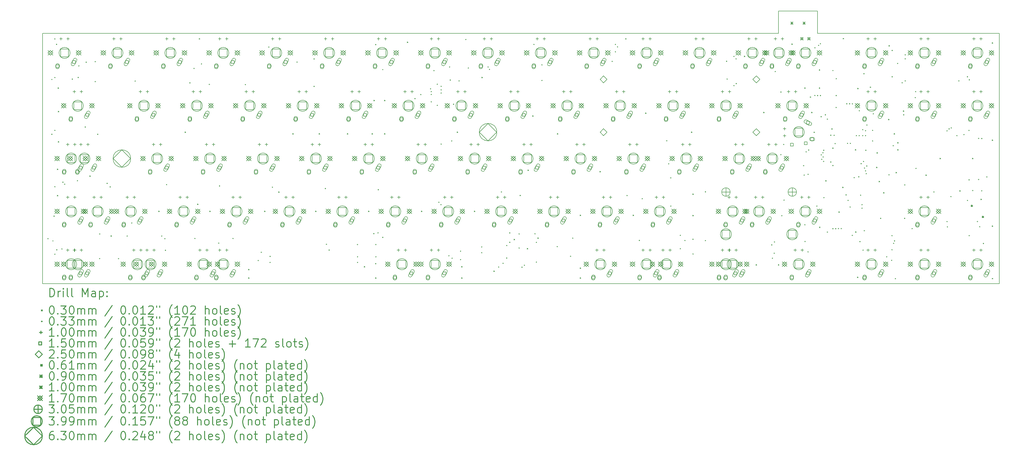
<source format=gbr>
%FSLAX45Y45*%
G04 Gerber Fmt 4.5, Leading zero omitted, Abs format (unit mm)*
G04 Created by KiCad (PCBNEW 4.0.5) date Sunday, March 05, 2017 'PMt' 02:31:49 PM*
%MOMM*%
%LPD*%
G01*
G04 APERTURE LIST*
%ADD10C,0.127000*%
%ADD11C,0.150000*%
%ADD12C,0.200000*%
%ADD13C,0.300000*%
G04 APERTURE END LIST*
D10*
D11*
X33800000Y-1350000D02*
X33800000Y-2150000D01*
X7302500Y-11176000D02*
X7302500Y-2152650D01*
X33800000Y-2150000D02*
X7302500Y-2152650D01*
X33800000Y-1350000D02*
X35200000Y-1350000D01*
X35200000Y-2150000D02*
X41750000Y-2150000D01*
X35200000Y-1350000D02*
X35200000Y-2150000D01*
X41750000Y-11175000D02*
X41750000Y-2150000D01*
X7302500Y-11176000D02*
X41750000Y-11175000D01*
D12*
X7706600Y-8728950D02*
X7736600Y-8758950D01*
X7736600Y-8728950D02*
X7706600Y-8758950D01*
X7735000Y-2335000D02*
X7765000Y-2365000D01*
X7765000Y-2335000D02*
X7735000Y-2365000D01*
X7833600Y-7039850D02*
X7863600Y-7069850D01*
X7863600Y-7039850D02*
X7833600Y-7069850D01*
X7833600Y-7986000D02*
X7863600Y-8016000D01*
X7863600Y-7986000D02*
X7833600Y-8016000D01*
X7859000Y-4112500D02*
X7889000Y-4142500D01*
X7889000Y-4112500D02*
X7859000Y-4142500D01*
X7865350Y-4957050D02*
X7895350Y-4987050D01*
X7895350Y-4957050D02*
X7865350Y-4987050D01*
X7865350Y-6049250D02*
X7895350Y-6079250D01*
X7895350Y-6049250D02*
X7865350Y-6079250D01*
X9002000Y-7287500D02*
X9032000Y-7317500D01*
X9032000Y-7287500D02*
X9002000Y-7317500D01*
X9764000Y-9446500D02*
X9794000Y-9476500D01*
X9794000Y-9446500D02*
X9764000Y-9476500D01*
X11478500Y-8557500D02*
X11508500Y-8587500D01*
X11508500Y-8557500D02*
X11478500Y-8587500D01*
X12431000Y-5700000D02*
X12461000Y-5730000D01*
X12461000Y-5700000D02*
X12431000Y-5730000D01*
X12875500Y-8303500D02*
X12905500Y-8333500D01*
X12905500Y-8303500D02*
X12875500Y-8333500D01*
X12935000Y-2335000D02*
X12965000Y-2365000D01*
X12965000Y-2335000D02*
X12935000Y-2365000D01*
X13320000Y-8557500D02*
X13350000Y-8587500D01*
X13350000Y-8557500D02*
X13320000Y-8587500D01*
X14717000Y-10653000D02*
X14747000Y-10683000D01*
X14747000Y-10653000D02*
X14717000Y-10683000D01*
X14717000Y-10957800D02*
X14747000Y-10987800D01*
X14747000Y-10957800D02*
X14717000Y-10987800D01*
X15288500Y-8557500D02*
X15318500Y-8587500D01*
X15318500Y-8557500D02*
X15288500Y-8587500D01*
X15796500Y-7859000D02*
X15826500Y-7889000D01*
X15826500Y-7859000D02*
X15796500Y-7889000D01*
X16304500Y-5763500D02*
X16334500Y-5793500D01*
X16334500Y-5763500D02*
X16304500Y-5793500D01*
X17130000Y-8557500D02*
X17160000Y-8587500D01*
X17160000Y-8557500D02*
X17130000Y-8587500D01*
X17257000Y-5763500D02*
X17287000Y-5793500D01*
X17287000Y-5763500D02*
X17257000Y-5793500D01*
X18273000Y-5763500D02*
X18303000Y-5793500D01*
X18303000Y-5763500D02*
X18273000Y-5793500D01*
X18882600Y-10551400D02*
X18912600Y-10581400D01*
X18912600Y-10551400D02*
X18882600Y-10581400D01*
X19035000Y-8557500D02*
X19065000Y-8587500D01*
X19065000Y-8557500D02*
X19035000Y-8587500D01*
X19162000Y-5763500D02*
X19192000Y-5793500D01*
X19192000Y-5763500D02*
X19162000Y-5793500D01*
X19225500Y-4557000D02*
X19255500Y-4587000D01*
X19255500Y-4557000D02*
X19225500Y-4587000D01*
X19289000Y-10957800D02*
X19319000Y-10987800D01*
X19319000Y-10957800D02*
X19289000Y-10987800D01*
X19606500Y-4557000D02*
X19636500Y-4587000D01*
X19636500Y-4557000D02*
X19606500Y-4587000D01*
X19606500Y-5763500D02*
X19636500Y-5793500D01*
X19636500Y-5763500D02*
X19606500Y-5793500D01*
X20432000Y-2461500D02*
X20462000Y-2491500D01*
X20462000Y-2461500D02*
X20432000Y-2491500D01*
X20909520Y-4343640D02*
X20939520Y-4373640D01*
X20939520Y-4343640D02*
X20909520Y-4373640D01*
X20940000Y-8557500D02*
X20970000Y-8587500D01*
X20970000Y-8557500D02*
X20940000Y-8587500D01*
X21381960Y-3480040D02*
X21411960Y-3510040D01*
X21411960Y-3480040D02*
X21381960Y-3510040D01*
X22222700Y-5700000D02*
X22252700Y-5730000D01*
X22252700Y-5700000D02*
X22222700Y-5730000D01*
X22387800Y-10551400D02*
X22417800Y-10581400D01*
X22417800Y-10551400D02*
X22387800Y-10581400D01*
X22387800Y-10957800D02*
X22417800Y-10987800D01*
X22417800Y-10957800D02*
X22387800Y-10987800D01*
X22845000Y-8557500D02*
X22875000Y-8587500D01*
X22875000Y-8557500D02*
X22845000Y-8587500D01*
X23111700Y-3731500D02*
X23141700Y-3761500D01*
X23141700Y-3731500D02*
X23111700Y-3761500D01*
X23543500Y-10716500D02*
X23573500Y-10746500D01*
X23573500Y-10716500D02*
X23543500Y-10746500D01*
X24273750Y-9573500D02*
X24303750Y-9603500D01*
X24303750Y-9573500D02*
X24273750Y-9603500D01*
X24485000Y-7985000D02*
X24515000Y-8015000D01*
X24515000Y-7985000D02*
X24485000Y-8015000D01*
X24750000Y-9903700D02*
X24780000Y-9933700D01*
X24780000Y-9903700D02*
X24750000Y-9933700D01*
X24775400Y-7071600D02*
X24805400Y-7101600D01*
X24805400Y-7071600D02*
X24775400Y-7101600D01*
X24940500Y-5115800D02*
X24970500Y-5145800D01*
X24970500Y-5115800D02*
X24940500Y-5145800D01*
X25131000Y-9522700D02*
X25161000Y-9552700D01*
X25161000Y-9522700D02*
X25131000Y-9552700D01*
X25829500Y-5763500D02*
X25859500Y-5793500D01*
X25859500Y-5763500D02*
X25829500Y-5793500D01*
X26655000Y-8697200D02*
X26685000Y-8727200D01*
X26685000Y-8697200D02*
X26655000Y-8727200D01*
X26655000Y-10602200D02*
X26685000Y-10632200D01*
X26685000Y-10602200D02*
X26655000Y-10632200D01*
X26655000Y-10957800D02*
X26685000Y-10987800D01*
X26685000Y-10957800D02*
X26655000Y-10987800D01*
X27366200Y-7122400D02*
X27396200Y-7152400D01*
X27396200Y-7122400D02*
X27366200Y-7152400D01*
X28285000Y-2335000D02*
X28315000Y-2365000D01*
X28315000Y-2335000D02*
X28285000Y-2365000D01*
X28335000Y-7985000D02*
X28365000Y-8015000D01*
X28365000Y-7985000D02*
X28335000Y-8015000D01*
X28560000Y-8697200D02*
X28590000Y-8727200D01*
X28590000Y-8697200D02*
X28560000Y-8727200D01*
X29004500Y-5014200D02*
X29034500Y-5044200D01*
X29034500Y-5014200D02*
X29004500Y-5044200D01*
X30655500Y-5700000D02*
X30685500Y-5730000D01*
X30685500Y-5700000D02*
X30655500Y-5730000D01*
X30706300Y-7935000D02*
X30736300Y-7965000D01*
X30736300Y-7935000D02*
X30706300Y-7965000D01*
X30706300Y-8709900D02*
X30736300Y-8739900D01*
X30736300Y-8709900D02*
X30706300Y-8739900D01*
X32560500Y-2969500D02*
X32590500Y-2999500D01*
X32590500Y-2969500D02*
X32560500Y-2999500D01*
X32985000Y-10485000D02*
X33015000Y-10515000D01*
X33015000Y-10485000D02*
X32985000Y-10515000D01*
X33259000Y-4988800D02*
X33289000Y-5018800D01*
X33289000Y-4988800D02*
X33259000Y-5018800D01*
X33785000Y-10485000D02*
X33815000Y-10515000D01*
X33815000Y-10485000D02*
X33785000Y-10515000D01*
X34275000Y-2525000D02*
X34305000Y-2555000D01*
X34305000Y-2525000D02*
X34275000Y-2555000D01*
X34735000Y-4110000D02*
X34765000Y-4140000D01*
X34765000Y-4110000D02*
X34735000Y-4140000D01*
X34935000Y-4435000D02*
X34965000Y-4465000D01*
X34965000Y-4435000D02*
X34935000Y-4465000D01*
X34985000Y-4988800D02*
X35015000Y-5018800D01*
X35015000Y-4988800D02*
X34985000Y-5018800D01*
X35067300Y-5704500D02*
X35097300Y-5734500D01*
X35097300Y-5704500D02*
X35067300Y-5734500D01*
X35260000Y-3460000D02*
X35290000Y-3490000D01*
X35290000Y-3460000D02*
X35260000Y-3490000D01*
X35260000Y-4110000D02*
X35290000Y-4140000D01*
X35290000Y-4110000D02*
X35260000Y-4140000D01*
X35267300Y-9129500D02*
X35297300Y-9159500D01*
X35297300Y-9129500D02*
X35267300Y-9159500D01*
X35492300Y-7454500D02*
X35522300Y-7484500D01*
X35522300Y-7454500D02*
X35492300Y-7484500D01*
X35710000Y-5585000D02*
X35740000Y-5615000D01*
X35740000Y-5585000D02*
X35710000Y-5615000D01*
X35741850Y-6277850D02*
X35771850Y-6307850D01*
X35771850Y-6277850D02*
X35741850Y-6307850D01*
X35860000Y-4810000D02*
X35890000Y-4840000D01*
X35890000Y-4810000D02*
X35860000Y-4840000D01*
X35967300Y-8579500D02*
X35997300Y-8609500D01*
X35997300Y-8579500D02*
X35967300Y-8609500D01*
X36103800Y-7693900D02*
X36133800Y-7723900D01*
X36133800Y-7693900D02*
X36103800Y-7723900D01*
X36117300Y-2329500D02*
X36147300Y-2359500D01*
X36147300Y-2329500D02*
X36117300Y-2359500D01*
X36561000Y-6335000D02*
X36591000Y-6365000D01*
X36591000Y-6335000D02*
X36561000Y-6365000D01*
X36567350Y-9300450D02*
X36597350Y-9330450D01*
X36597350Y-9300450D02*
X36567350Y-9330450D01*
X36635000Y-10935000D02*
X36665000Y-10965000D01*
X36665000Y-10935000D02*
X36635000Y-10965000D01*
X36642300Y-4129500D02*
X36672300Y-4159500D01*
X36672300Y-4129500D02*
X36642300Y-4159500D01*
X37092300Y-4079500D02*
X37122300Y-4109500D01*
X37122300Y-4079500D02*
X37092300Y-4109500D01*
X37323000Y-6970000D02*
X37353000Y-7000000D01*
X37353000Y-6970000D02*
X37323000Y-7000000D01*
X37335700Y-6449300D02*
X37365700Y-6479300D01*
X37365700Y-6449300D02*
X37335700Y-6479300D01*
X37411900Y-7478000D02*
X37441900Y-7508000D01*
X37441900Y-7478000D02*
X37411900Y-7508000D01*
X37577000Y-7884400D02*
X37607000Y-7914400D01*
X37607000Y-7884400D02*
X37577000Y-7914400D01*
X37754800Y-5242800D02*
X37784800Y-5272800D01*
X37784800Y-5242800D02*
X37754800Y-5272800D01*
X37767500Y-2588500D02*
X37797500Y-2618500D01*
X37797500Y-2588500D02*
X37767500Y-2618500D01*
X37958000Y-5763500D02*
X37988000Y-5793500D01*
X37988000Y-5763500D02*
X37958000Y-5793500D01*
X37992300Y-10979500D02*
X38022300Y-11009500D01*
X38022300Y-10979500D02*
X37992300Y-11009500D01*
X38021500Y-7160500D02*
X38051500Y-7190500D01*
X38051500Y-7160500D02*
X38021500Y-7190500D01*
X38085000Y-6081000D02*
X38115000Y-6111000D01*
X38115000Y-6081000D02*
X38085000Y-6111000D01*
X38085000Y-6335000D02*
X38115000Y-6365000D01*
X38115000Y-6335000D02*
X38085000Y-6365000D01*
X38288200Y-4938000D02*
X38318200Y-4968000D01*
X38318200Y-4938000D02*
X38288200Y-4968000D01*
X39101000Y-7249400D02*
X39131000Y-7279400D01*
X39131000Y-7249400D02*
X39101000Y-7279400D01*
X39609000Y-6652500D02*
X39639000Y-6682500D01*
X39639000Y-6652500D02*
X39609000Y-6682500D01*
X40320200Y-7820900D02*
X40350200Y-7850900D01*
X40350200Y-7820900D02*
X40320200Y-7850900D01*
X40777400Y-6652500D02*
X40807400Y-6682500D01*
X40807400Y-6652500D02*
X40777400Y-6682500D01*
X41082200Y-8125700D02*
X41112200Y-8155700D01*
X41112200Y-8125700D02*
X41082200Y-8155700D01*
X41488600Y-2486900D02*
X41518600Y-2516900D01*
X41518600Y-2486900D02*
X41488600Y-2516900D01*
X41488600Y-5992100D02*
X41518600Y-6022100D01*
X41518600Y-5992100D02*
X41488600Y-6022100D01*
X41488600Y-9090900D02*
X41518600Y-9120900D01*
X41518600Y-9090900D02*
X41488600Y-9120900D01*
X41488600Y-10979500D02*
X41518600Y-11009500D01*
X41518600Y-10979500D02*
X41488600Y-11009500D01*
X7515860Y-9556750D02*
G75*
G03X7515860Y-9556750I-16510J0D01*
G01*
X7655560Y-3816350D02*
G75*
G03X7655560Y-3816350I-16510J0D01*
G01*
X7655560Y-5791200D02*
G75*
G03X7655560Y-5791200I-16510J0D01*
G01*
X7693660Y-9637299D02*
G75*
G03X7693660Y-9637299I-16510J0D01*
G01*
X7762026Y-10119008D02*
G75*
G03X7762026Y-10119008I-16510J0D01*
G01*
X7763510Y-3746500D02*
G75*
G03X7763510Y-3746500I-16510J0D01*
G01*
X7763510Y-5651500D02*
G75*
G03X7763510Y-5651500I-16510J0D01*
G01*
X7763510Y-7683500D02*
G75*
G03X7763510Y-7683500I-16510J0D01*
G01*
X7827010Y-2549195D02*
G75*
G03X7827010Y-2549195I-16510J0D01*
G01*
X7833360Y-9956800D02*
G75*
G03X7833360Y-9956800I-16510J0D01*
G01*
X8017510Y-9927207D02*
G75*
G03X8017510Y-9927207I-16510J0D01*
G01*
X8053940Y-7523887D02*
G75*
G03X8053940Y-7523887I-16510J0D01*
G01*
X8115035Y-7593313D02*
G75*
G03X8115035Y-7593313I-16510J0D01*
G01*
X8390560Y-3803650D02*
G75*
G03X8390560Y-3803650I-16510J0D01*
G01*
X8576310Y-7467600D02*
G75*
G03X8576310Y-7467600I-16510J0D01*
G01*
X8601887Y-3745283D02*
G75*
G03X8601887Y-3745283I-16510J0D01*
G01*
X8627110Y-3327400D02*
G75*
G03X8627110Y-3327400I-16510J0D01*
G01*
X8855710Y-5530850D02*
G75*
G03X8855710Y-5530850I-16510J0D01*
G01*
X8893810Y-3194050D02*
G75*
G03X8893810Y-3194050I-16510J0D01*
G01*
X9216390Y-3891280D02*
G75*
G03X9216390Y-3891280I-16510J0D01*
G01*
X9217670Y-3172723D02*
G75*
G03X9217670Y-3172723I-16510J0D01*
G01*
X9306560Y-5791200D02*
G75*
G03X9306560Y-5791200I-16510J0D01*
G01*
X9376410Y-10274300D02*
G75*
G03X9376410Y-10274300I-16510J0D01*
G01*
X9379694Y-9385966D02*
G75*
G03X9379694Y-9385966I-16510J0D01*
G01*
X9643885Y-7563582D02*
G75*
G03X9643885Y-7563582I-16510J0D01*
G01*
X9754997Y-7689850D02*
G75*
G03X9754997Y-7689850I-16510J0D01*
G01*
X10055860Y-10274300D02*
G75*
G03X10055860Y-10274300I-16510J0D01*
G01*
X10367010Y-9461500D02*
G75*
G03X10367010Y-9461500I-16510J0D01*
G01*
X10532110Y-8991600D02*
G75*
G03X10532110Y-8991600I-16510J0D01*
G01*
X10654883Y-3873500D02*
G75*
G03X10654883Y-3873500I-16510J0D01*
G01*
X11611610Y-9461500D02*
G75*
G03X11611610Y-9461500I-16510J0D01*
G01*
X11725910Y-9556750D02*
G75*
G03X11725910Y-9556750I-16510J0D01*
G01*
X11725910Y-9556750D02*
G75*
G03X11725910Y-9556750I-16510J0D01*
G01*
X11744960Y-9975850D02*
G75*
G03X11744960Y-9975850I-16510J0D01*
G01*
X11787010Y-7609303D02*
G75*
G03X11787010Y-7609303I-16510J0D01*
G01*
X12626112Y-3937000D02*
G75*
G03X12626112Y-3937000I-16510J0D01*
G01*
X12773660Y-3416300D02*
G75*
G03X12773660Y-3416300I-16510J0D01*
G01*
X12805410Y-9550400D02*
G75*
G03X12805410Y-9550400I-16510J0D01*
G01*
X13041630Y-3256280D02*
G75*
G03X13041630Y-3256280I-16510J0D01*
G01*
X13326110Y-3992880D02*
G75*
G03X13326110Y-3992880I-16510J0D01*
G01*
X13664669Y-9718088D02*
G75*
G03X13664669Y-9718088I-16510J0D01*
G01*
X13692010Y-7655024D02*
G75*
G03X13692010Y-7655024I-16510J0D01*
G01*
X14177010Y-9550400D02*
G75*
G03X14177010Y-9550400I-16510J0D01*
G01*
X14621510Y-4000500D02*
G75*
G03X14621510Y-4000500I-16510J0D01*
G01*
X15085593Y-10346832D02*
G75*
G03X15085593Y-10346832I-16510J0D01*
G01*
X15191780Y-10047801D02*
G75*
G03X15191780Y-10047801I-16510J0D01*
G01*
X15466510Y-2650000D02*
G75*
G03X15466510Y-2650000I-16510J0D01*
G01*
X15510510Y-10196900D02*
G75*
G03X15510510Y-10196900I-16510J0D01*
G01*
X15510510Y-10414000D02*
G75*
G03X15510510Y-10414000I-16510J0D01*
G01*
X15596106Y-7700745D02*
G75*
G03X15596106Y-7700745I-16510J0D01*
G01*
X16482060Y-3187700D02*
G75*
G03X16482060Y-3187700I-16510J0D01*
G01*
X17096510Y-3072200D02*
G75*
G03X17096510Y-3072200I-16510J0D01*
G01*
X17096510Y-4067175D02*
G75*
G03X17096510Y-4067175I-16510J0D01*
G01*
X17502010Y-7746467D02*
G75*
G03X17502010Y-7746467I-16510J0D01*
G01*
X17543810Y-9759500D02*
G75*
G03X17543810Y-9759500I-16510J0D01*
G01*
X17637760Y-9964515D02*
G75*
G03X17637760Y-9964515I-16510J0D01*
G01*
X18658546Y-9766750D02*
G75*
G03X18658546Y-9766750I-16510J0D01*
G01*
X18660110Y-10210800D02*
G75*
G03X18660110Y-10210800I-16510J0D01*
G01*
X18660110Y-10414000D02*
G75*
G03X18660110Y-10414000I-16510J0D01*
G01*
X19246598Y-9372550D02*
G75*
G03X19246598Y-9372550I-16510J0D01*
G01*
X19314160Y-2556301D02*
G75*
G03X19314160Y-2556301I-16510J0D01*
G01*
X19314160Y-10458450D02*
G75*
G03X19314160Y-10458450I-16510J0D01*
G01*
X19320510Y-9769804D02*
G75*
G03X19320510Y-9769804I-16510J0D01*
G01*
X19320510Y-10210800D02*
G75*
G03X19320510Y-10210800I-16510J0D01*
G01*
X19396710Y-9347200D02*
G75*
G03X19396710Y-9347200I-16510J0D01*
G01*
X19407010Y-7792188D02*
G75*
G03X19407010Y-7792188I-16510J0D01*
G01*
X19568160Y-3460750D02*
G75*
G03X19568160Y-3460750I-16510J0D01*
G01*
X19568160Y-9512300D02*
G75*
G03X19568160Y-9512300I-16510J0D01*
G01*
X20727671Y-4508500D02*
G75*
G03X20727671Y-4508500I-16510J0D01*
G01*
X21289010Y-4152900D02*
G75*
G03X21289010Y-4152900I-16510J0D01*
G01*
X21314410Y-4254500D02*
G75*
G03X21314410Y-4254500I-16510J0D01*
G01*
X21314410Y-4356100D02*
G75*
G03X21314410Y-4356100I-16510J0D01*
G01*
X21314410Y-4622800D02*
G75*
G03X21314410Y-4622800I-16510J0D01*
G01*
X21530310Y-3987800D02*
G75*
G03X21530310Y-3987800I-16510J0D01*
G01*
X21530310Y-4749800D02*
G75*
G03X21530310Y-4749800I-16510J0D01*
G01*
X21587484Y-8244840D02*
G75*
G03X21587484Y-8244840I-16510J0D01*
G01*
X21664625Y-8326120D02*
G75*
G03X21664625Y-8326120I-16510J0D01*
G01*
X21670010Y-4064000D02*
G75*
G03X21670010Y-4064000I-16510J0D01*
G01*
X21670010Y-4191000D02*
G75*
G03X21670010Y-4191000I-16510J0D01*
G01*
X21670010Y-4305300D02*
G75*
G03X21670010Y-4305300I-16510J0D01*
G01*
X21670010Y-6146800D02*
G75*
G03X21670010Y-6146800I-16510J0D01*
G01*
X21949410Y-10172700D02*
G75*
G03X21949410Y-10172700I-16510J0D01*
G01*
X21974810Y-3365500D02*
G75*
G03X21974810Y-3365500I-16510J0D01*
G01*
X21998418Y-3837785D02*
G75*
G03X21998418Y-3837785I-16510J0D01*
G01*
X22051010Y-6032500D02*
G75*
G03X22051010Y-6032500I-16510J0D01*
G01*
X22063710Y-10261600D02*
G75*
G03X22063710Y-10261600I-16510J0D01*
G01*
X22116924Y-4711700D02*
G75*
G03X22116924Y-4711700I-16510J0D01*
G01*
X22317710Y-3867150D02*
G75*
G03X22317710Y-3867150I-16510J0D01*
G01*
X22368510Y-10007600D02*
G75*
G03X22368510Y-10007600I-16510J0D01*
G01*
X22368510Y-10312400D02*
G75*
G03X22368510Y-10312400I-16510J0D01*
G01*
X22559010Y-2374900D02*
G75*
G03X22559010Y-2374900I-16510J0D01*
G01*
X22647910Y-3403600D02*
G75*
G03X22647910Y-3403600I-16510J0D01*
G01*
X23130510Y-9855200D02*
G75*
G03X23130510Y-9855200I-16510J0D01*
G01*
X23130510Y-10062500D02*
G75*
G03X23130510Y-10062500I-16510J0D01*
G01*
X23359110Y-3365500D02*
G75*
G03X23359110Y-3365500I-16510J0D01*
G01*
X23409910Y-3454400D02*
G75*
G03X23409910Y-3454400I-16510J0D01*
G01*
X23740110Y-10579100D02*
G75*
G03X23740110Y-10579100I-16510J0D01*
G01*
X23842012Y-7871688D02*
G75*
G03X23842012Y-7871688I-16510J0D01*
G01*
X23898860Y-10445750D02*
G75*
G03X23898860Y-10445750I-16510J0D01*
G01*
X24032210Y-9804400D02*
G75*
G03X24032210Y-9804400I-16510J0D01*
G01*
X24032210Y-10255250D02*
G75*
G03X24032210Y-10255250I-16510J0D01*
G01*
X24140160Y-9347200D02*
G75*
G03X24140160Y-9347200I-16510J0D01*
G01*
X24140160Y-9687250D02*
G75*
G03X24140160Y-9687250I-16510J0D01*
G01*
X24476710Y-9385300D02*
G75*
G03X24476710Y-9385300I-16510J0D01*
G01*
X24476710Y-9893300D02*
G75*
G03X24476710Y-9893300I-16510J0D01*
G01*
X24578310Y-10585450D02*
G75*
G03X24578310Y-10585450I-16510J0D01*
G01*
X24667210Y-10515600D02*
G75*
G03X24667210Y-10515600I-16510J0D01*
G01*
X25010110Y-2552700D02*
G75*
G03X25010110Y-2552700I-16510J0D01*
G01*
X25047390Y-9380220D02*
G75*
G03X25047390Y-9380220I-16510J0D01*
G01*
X25099010Y-9690100D02*
G75*
G03X25099010Y-9690100I-16510J0D01*
G01*
X25099010Y-10401300D02*
G75*
G03X25099010Y-10401300I-16510J0D01*
G01*
X25297130Y-3853180D02*
G75*
G03X25297130Y-3853180I-16510J0D01*
G01*
X25298184Y-3289300D02*
G75*
G03X25298184Y-3289300I-16510J0D01*
G01*
X25848310Y-9842500D02*
G75*
G03X25848310Y-9842500I-16510J0D01*
G01*
X26330144Y-10190825D02*
G75*
G03X26330144Y-10190825I-16510J0D01*
G01*
X26407110Y-9537700D02*
G75*
G03X26407110Y-9537700I-16510J0D01*
G01*
X27828810Y-3162300D02*
G75*
G03X27828810Y-3162300I-16510J0D01*
G01*
X27943810Y-2552700D02*
G75*
G03X27943810Y-2552700I-16510J0D01*
G01*
X27943810Y-2819400D02*
G75*
G03X27943810Y-2819400I-16510J0D01*
G01*
X28020010Y-2641600D02*
G75*
G03X28020010Y-2641600I-16510J0D01*
G01*
X28807410Y-9621979D02*
G75*
G03X28807410Y-9621979I-16510J0D01*
G01*
X28909010Y-8115300D02*
G75*
G03X28909010Y-8115300I-16510J0D01*
G01*
X29791510Y-6027115D02*
G75*
G03X29791510Y-6027115I-16510J0D01*
G01*
X29861510Y-6858000D02*
G75*
G03X29861510Y-6858000I-16510J0D01*
G01*
X29937710Y-7364400D02*
G75*
G03X29937710Y-7364400I-16510J0D01*
G01*
X29937710Y-8382000D02*
G75*
G03X29937710Y-8382000I-16510J0D01*
G01*
X30280610Y-9918700D02*
G75*
G03X30280610Y-9918700I-16510J0D01*
G01*
X30281674Y-9434941D02*
G75*
G03X30281674Y-9434941I-16510J0D01*
G01*
X30445710Y-9621979D02*
G75*
G03X30445710Y-9621979I-16510J0D01*
G01*
X30736531Y-9577819D02*
G75*
G03X30736531Y-9577819I-16510J0D01*
G01*
X30737810Y-10109200D02*
G75*
G03X30737810Y-10109200I-16510J0D01*
G01*
X31182310Y-7867650D02*
G75*
G03X31182310Y-7867650I-16510J0D01*
G01*
X31182310Y-9626600D02*
G75*
G03X31182310Y-9626600I-16510J0D01*
G01*
X31947434Y-3158473D02*
G75*
G03X31947434Y-3158473I-16510J0D01*
G01*
X31963810Y-3799500D02*
G75*
G03X31963810Y-3799500I-16510J0D01*
G01*
X32211010Y-2984500D02*
G75*
G03X32211010Y-2984500I-16510J0D01*
G01*
X32211010Y-4038600D02*
G75*
G03X32211010Y-4038600I-16510J0D01*
G01*
X32287210Y-3073400D02*
G75*
G03X32287210Y-3073400I-16510J0D01*
G01*
X32294532Y-3965399D02*
G75*
G03X32294532Y-3965399I-16510J0D01*
G01*
X33573008Y-9782098D02*
G75*
G03X33573008Y-9782098I-16510J0D01*
G01*
X33595310Y-10261600D02*
G75*
G03X33595310Y-10261600I-16510J0D01*
G01*
X33663890Y-10081260D02*
G75*
G03X33663890Y-10081260I-16510J0D01*
G01*
X33666430Y-9675268D02*
G75*
G03X33666430Y-9675268I-16510J0D01*
G01*
X33696910Y-3530600D02*
G75*
G03X33696910Y-3530600I-16510J0D01*
G01*
X33898810Y-4269500D02*
G75*
G03X33898810Y-4269500I-16510J0D01*
G01*
X33900110Y-6527800D02*
G75*
G03X33900110Y-6527800I-16510J0D01*
G01*
X33932635Y-8730806D02*
G75*
G03X33932635Y-8730806I-16510J0D01*
G01*
X34001710Y-6159500D02*
G75*
G03X34001710Y-6159500I-16510J0D01*
G01*
X34014410Y-8166100D02*
G75*
G03X34014410Y-8166100I-16510J0D01*
G01*
X34719132Y-6921095D02*
G75*
G03X34719132Y-6921095I-16510J0D01*
G01*
X34738310Y-7264400D02*
G75*
G03X34738310Y-7264400I-16510J0D01*
G01*
X34763710Y-9055100D02*
G75*
G03X34763710Y-9055100I-16510J0D01*
G01*
X34770060Y-9658350D02*
G75*
G03X34770060Y-9658350I-16510J0D01*
G01*
X34810158Y-6425960D02*
G75*
G03X34810158Y-6425960I-16510J0D01*
G01*
X34878010Y-7237820D02*
G75*
G03X34878010Y-7237820I-16510J0D01*
G01*
X34878010Y-10033000D02*
G75*
G03X34878010Y-10033000I-16510J0D01*
G01*
X34899925Y-6358635D02*
G75*
G03X34899925Y-6358635I-16510J0D01*
G01*
X35123810Y-2675000D02*
G75*
G03X35123810Y-2675000I-16510J0D01*
G01*
X35123810Y-4394500D02*
G75*
G03X35123810Y-4394500I-16510J0D01*
G01*
X35195510Y-8382000D02*
G75*
G03X35195510Y-8382000I-16510J0D01*
G01*
X35223810Y-4394500D02*
G75*
G03X35223810Y-4394500I-16510J0D01*
G01*
X35258003Y-2587444D02*
G75*
G03X35258003Y-2587444I-16510J0D01*
G01*
X35322865Y-2527580D02*
G75*
G03X35322865Y-2527580I-16510J0D01*
G01*
X35323810Y-4394500D02*
G75*
G03X35323810Y-4394500I-16510J0D01*
G01*
X35349987Y-5155123D02*
G75*
G03X35349987Y-5155123I-16510J0D01*
G01*
X35355311Y-6532822D02*
G75*
G03X35355311Y-6532822I-16510J0D01*
G01*
X35373810Y-6694500D02*
G75*
G03X35373810Y-6694500I-16510J0D01*
G01*
X35414440Y-6455086D02*
G75*
G03X35414440Y-6455086I-16510J0D01*
G01*
X35424110Y-6610350D02*
G75*
G03X35424110Y-6610350I-16510J0D01*
G01*
X35441120Y-6769500D02*
G75*
G03X35441120Y-6769500I-16510J0D01*
G01*
X35443160Y-6369050D02*
G75*
G03X35443160Y-6369050I-16510J0D01*
G01*
X35449510Y-8077200D02*
G75*
G03X35449510Y-8077200I-16510J0D01*
G01*
X35502115Y-5091195D02*
G75*
G03X35502115Y-5091195I-16510J0D01*
G01*
X35573810Y-5244500D02*
G75*
G03X35573810Y-5244500I-16510J0D01*
G01*
X35573810Y-9319500D02*
G75*
G03X35573810Y-9319500I-16510J0D01*
G01*
X35697160Y-5829300D02*
G75*
G03X35697160Y-5829300I-16510J0D01*
G01*
X35698810Y-6794500D02*
G75*
G03X35698810Y-6794500I-16510J0D01*
G01*
X35773810Y-3494500D02*
G75*
G03X35773810Y-3494500I-16510J0D01*
G01*
X35773810Y-6919500D02*
G75*
G03X35773810Y-6919500I-16510J0D01*
G01*
X35773810Y-9194500D02*
G75*
G03X35773810Y-9194500I-16510J0D01*
G01*
X35817810Y-5829300D02*
G75*
G03X35817810Y-5829300I-16510J0D01*
G01*
X35854310Y-6131000D02*
G75*
G03X35854310Y-6131000I-16510J0D01*
G01*
X35873810Y-9194500D02*
G75*
G03X35873810Y-9194500I-16510J0D01*
G01*
X35893810Y-3789500D02*
G75*
G03X35893810Y-3789500I-16510J0D01*
G01*
X35894010Y-4394500D02*
G75*
G03X35894010Y-4394500I-16510J0D01*
G01*
X35973810Y-9194500D02*
G75*
G03X35973810Y-9194500I-16510J0D01*
G01*
X36073810Y-9194500D02*
G75*
G03X36073810Y-9194500I-16510J0D01*
G01*
X36247070Y-7975600D02*
G75*
G03X36247070Y-7975600I-16510J0D01*
G01*
X36273810Y-4694500D02*
G75*
G03X36273810Y-4694500I-16510J0D01*
G01*
X36300410Y-6121400D02*
G75*
G03X36300410Y-6121400I-16510J0D01*
G01*
X36320730Y-8176260D02*
G75*
G03X36320730Y-8176260I-16510J0D01*
G01*
X36373810Y-4694500D02*
G75*
G03X36373810Y-4694500I-16510J0D01*
G01*
X36395660Y-8417560D02*
G75*
G03X36395660Y-8417560I-16510J0D01*
G01*
X36402010Y-6121400D02*
G75*
G03X36402010Y-6121400I-16510J0D01*
G01*
X36470588Y-9436100D02*
G75*
G03X36470588Y-9436100I-16510J0D01*
G01*
X36473810Y-4694500D02*
G75*
G03X36473810Y-4694500I-16510J0D01*
G01*
X36538622Y-7357499D02*
G75*
G03X36538622Y-7357499I-16510J0D01*
G01*
X36617910Y-5842000D02*
G75*
G03X36617910Y-5842000I-16510J0D01*
G01*
X36704534Y-7325750D02*
G75*
G03X36704534Y-7325750I-16510J0D01*
G01*
X36721074Y-5840326D02*
G75*
G03X36721074Y-5840326I-16510J0D01*
G01*
X36723810Y-4944500D02*
G75*
G03X36723810Y-4944500I-16510J0D01*
G01*
X36747959Y-9663346D02*
G75*
G03X36747959Y-9663346I-16510J0D01*
G01*
X36770310Y-7988300D02*
G75*
G03X36770310Y-7988300I-16510J0D01*
G01*
X36789111Y-6853658D02*
G75*
G03X36789111Y-6853658I-16510J0D01*
G01*
X36821110Y-8331200D02*
G75*
G03X36821110Y-8331200I-16510J0D01*
G01*
X36821110Y-8458200D02*
G75*
G03X36821110Y-8458200I-16510J0D01*
G01*
X36846510Y-5626100D02*
G75*
G03X36846510Y-5626100I-16510J0D01*
G01*
X36846510Y-5842000D02*
G75*
G03X36846510Y-5842000I-16510J0D01*
G01*
X36859210Y-9969500D02*
G75*
G03X36859210Y-9969500I-16510J0D01*
G01*
X36876645Y-6773270D02*
G75*
G03X36876645Y-6773270I-16510J0D01*
G01*
X36890960Y-3606800D02*
G75*
G03X36890960Y-3606800I-16510J0D01*
G01*
X36903990Y-9271000D02*
G75*
G03X36903990Y-9271000I-16510J0D01*
G01*
X36910010Y-7010400D02*
G75*
G03X36910010Y-7010400I-16510J0D01*
G01*
X36948110Y-5664200D02*
G75*
G03X36948110Y-5664200I-16510J0D01*
G01*
X36948110Y-5842000D02*
G75*
G03X36948110Y-5842000I-16510J0D01*
G01*
X36948110Y-7112000D02*
G75*
G03X36948110Y-7112000I-16510J0D01*
G01*
X36960810Y-6369050D02*
G75*
G03X36960810Y-6369050I-16510J0D01*
G01*
X36973510Y-7213600D02*
G75*
G03X36973510Y-7213600I-16510J0D01*
G01*
X36992560Y-6934200D02*
G75*
G03X36992560Y-6934200I-16510J0D01*
G01*
X36998910Y-5459729D02*
G75*
G03X36998910Y-5459729I-16510J0D01*
G01*
X37202110Y-5651500D02*
G75*
G03X37202110Y-5651500I-16510J0D01*
G01*
X37202110Y-6032500D02*
G75*
G03X37202110Y-6032500I-16510J0D01*
G01*
X37227510Y-5054600D02*
G75*
G03X37227510Y-5054600I-16510J0D01*
G01*
X37491510Y-8825000D02*
G75*
G03X37491510Y-8825000I-16510J0D01*
G01*
X37710110Y-10210800D02*
G75*
G03X37710110Y-10210800I-16510J0D01*
G01*
X37792660Y-7251700D02*
G75*
G03X37792660Y-7251700I-16510J0D01*
G01*
X37887910Y-10337800D02*
G75*
G03X37887910Y-10337800I-16510J0D01*
G01*
X37900610Y-9448800D02*
G75*
G03X37900610Y-9448800I-16510J0D01*
G01*
X37900610Y-9956800D02*
G75*
G03X37900610Y-9956800I-16510J0D01*
G01*
X37906510Y-2770000D02*
G75*
G03X37906510Y-2770000I-16510J0D01*
G01*
X37906510Y-3717271D02*
G75*
G03X37906510Y-3717271I-16510J0D01*
G01*
X37945060Y-6203950D02*
G75*
G03X37945060Y-6203950I-16510J0D01*
G01*
X37961354Y-9722478D02*
G75*
G03X37961354Y-9722478I-16510J0D01*
G01*
X37992128Y-9639750D02*
G75*
G03X37992128Y-9639750I-16510J0D01*
G01*
X38103810Y-3238500D02*
G75*
G03X38103810Y-3238500I-16510J0D01*
G01*
X38266510Y-3934782D02*
G75*
G03X38266510Y-3934782I-16510J0D01*
G01*
X38319710Y-5089500D02*
G75*
G03X38319710Y-5089500I-16510J0D01*
G01*
X38357174Y-7618382D02*
G75*
G03X38357174Y-7618382I-16510J0D01*
G01*
X38357810Y-8825000D02*
G75*
G03X38357810Y-8825000I-16510J0D01*
G01*
X38376510Y-2930000D02*
G75*
G03X38376510Y-2930000I-16510J0D01*
G01*
X38376510Y-3070000D02*
G75*
G03X38376510Y-3070000I-16510J0D01*
G01*
X38376510Y-3868107D02*
G75*
G03X38376510Y-3868107I-16510J0D01*
G01*
X38624510Y-9194800D02*
G75*
G03X38624510Y-9194800I-16510J0D01*
G01*
X38738810Y-4470400D02*
G75*
G03X38738810Y-4470400I-16510J0D01*
G01*
X38751510Y-4254500D02*
G75*
G03X38751510Y-4254500I-16510J0D01*
G01*
X38764210Y-7023100D02*
G75*
G03X38764210Y-7023100I-16510J0D01*
G01*
X39409510Y-7874000D02*
G75*
G03X39409510Y-7874000I-16510J0D01*
G01*
X39881550Y-5668850D02*
G75*
G03X39881550Y-5668850I-16510J0D01*
G01*
X39881810Y-8940800D02*
G75*
G03X39881810Y-8940800I-16510J0D01*
G01*
X39894510Y-9131300D02*
G75*
G03X39894510Y-9131300I-16510J0D01*
G01*
X39952930Y-5598160D02*
G75*
G03X39952930Y-5598160I-16510J0D01*
G01*
X40021510Y-8039100D02*
G75*
G03X40021510Y-8039100I-16510J0D01*
G01*
X40032914Y-5560834D02*
G75*
G03X40032914Y-5560834I-16510J0D01*
G01*
X40237410Y-5842000D02*
G75*
G03X40237410Y-5842000I-16510J0D01*
G01*
X40306510Y-3868107D02*
G75*
G03X40306510Y-3868107I-16510J0D01*
G01*
X40491410Y-5803900D02*
G75*
G03X40491410Y-5803900I-16510J0D01*
G01*
X40616510Y-3717271D02*
G75*
G03X40616510Y-3717271I-16510J0D01*
G01*
X40618410Y-8178800D02*
G75*
G03X40618410Y-8178800I-16510J0D01*
G01*
X40674290Y-5654040D02*
G75*
G03X40674290Y-5654040I-16510J0D01*
G01*
X40674290Y-7435280D02*
G75*
G03X40674290Y-7435280I-16510J0D01*
G01*
X40679370Y-9448800D02*
G75*
G03X40679370Y-9448800I-16510J0D01*
G01*
X40683185Y-3830320D02*
G75*
G03X40683185Y-3830320I-16510J0D01*
G01*
X40806510Y-7820000D02*
G75*
G03X40806510Y-7820000I-16510J0D01*
G01*
X40979090Y-8938260D02*
G75*
G03X40979090Y-8938260I-16510J0D01*
G01*
X41018460Y-5943600D02*
G75*
G03X41018460Y-5943600I-16510J0D01*
G01*
X41018460Y-7423150D02*
G75*
G03X41018460Y-7423150I-16510J0D01*
G01*
X41060370Y-9128760D02*
G75*
G03X41060370Y-9128760I-16510J0D01*
G01*
X41131490Y-7830820D02*
G75*
G03X41131490Y-7830820I-16510J0D01*
G01*
X41132760Y-5943600D02*
G75*
G03X41132760Y-5943600I-16510J0D01*
G01*
X41189350Y-9730740D02*
G75*
G03X41189350Y-9730740I-16510J0D01*
G01*
X41314510Y-7327900D02*
G75*
G03X41314510Y-7327900I-16510J0D01*
G01*
X7969250Y-2299500D02*
X7969250Y-2399500D01*
X7919250Y-2349500D02*
X8019250Y-2349500D01*
X8207375Y-6109500D02*
X8207375Y-6209500D01*
X8157375Y-6159500D02*
X8257375Y-6159500D01*
X8207375Y-8014500D02*
X8207375Y-8114500D01*
X8157375Y-8064500D02*
X8257375Y-8064500D01*
X8207375Y-9919500D02*
X8207375Y-10019500D01*
X8157375Y-9969500D02*
X8257375Y-9969500D01*
X8223250Y-2299500D02*
X8223250Y-2399500D01*
X8173250Y-2349500D02*
X8273250Y-2349500D01*
X8445500Y-4204500D02*
X8445500Y-4304500D01*
X8395500Y-4254500D02*
X8495500Y-4254500D01*
X8445500Y-9919500D02*
X8445500Y-10019500D01*
X8395500Y-9969500D02*
X8495500Y-9969500D01*
X8461375Y-6109500D02*
X8461375Y-6209500D01*
X8411375Y-6159500D02*
X8511375Y-6159500D01*
X8461375Y-8014500D02*
X8461375Y-8114500D01*
X8411375Y-8064500D02*
X8511375Y-8064500D01*
X8461375Y-9919500D02*
X8461375Y-10019500D01*
X8411375Y-9969500D02*
X8511375Y-9969500D01*
X8683625Y-6109500D02*
X8683625Y-6209500D01*
X8633625Y-6159500D02*
X8733625Y-6159500D01*
X8699500Y-4204500D02*
X8699500Y-4304500D01*
X8649500Y-4254500D02*
X8749500Y-4254500D01*
X8699500Y-9919500D02*
X8699500Y-10019500D01*
X8649500Y-9969500D02*
X8749500Y-9969500D01*
X8937625Y-6109500D02*
X8937625Y-6209500D01*
X8887625Y-6159500D02*
X8987625Y-6159500D01*
X9159875Y-8014500D02*
X9159875Y-8114500D01*
X9109875Y-8064500D02*
X9209875Y-8064500D01*
X9413875Y-8014500D02*
X9413875Y-8114500D01*
X9363875Y-8064500D02*
X9463875Y-8064500D01*
X9874250Y-2299500D02*
X9874250Y-2399500D01*
X9824250Y-2349500D02*
X9924250Y-2349500D01*
X10128250Y-2299500D02*
X10128250Y-2399500D01*
X10078250Y-2349500D02*
X10178250Y-2349500D01*
X10350500Y-8014500D02*
X10350500Y-8114500D01*
X10300500Y-8064500D02*
X10400500Y-8064500D01*
X10588625Y-9919500D02*
X10588625Y-10019500D01*
X10538625Y-9969500D02*
X10638625Y-9969500D01*
X10604500Y-8014500D02*
X10604500Y-8114500D01*
X10554500Y-8064500D02*
X10654500Y-8064500D01*
X10826750Y-4204500D02*
X10826750Y-4304500D01*
X10776750Y-4254500D02*
X10876750Y-4254500D01*
X10842625Y-9919500D02*
X10842625Y-10019500D01*
X10792625Y-9969500D02*
X10892625Y-9969500D01*
X11064875Y-9919500D02*
X11064875Y-10019500D01*
X11014875Y-9969500D02*
X11114875Y-9969500D01*
X11080750Y-4204500D02*
X11080750Y-4304500D01*
X11030750Y-4254500D02*
X11130750Y-4254500D01*
X11303000Y-6109500D02*
X11303000Y-6209500D01*
X11253000Y-6159500D02*
X11353000Y-6159500D01*
X11318875Y-9919500D02*
X11318875Y-10019500D01*
X11268875Y-9969500D02*
X11368875Y-9969500D01*
X11557000Y-6109500D02*
X11557000Y-6209500D01*
X11507000Y-6159500D02*
X11607000Y-6159500D01*
X11779250Y-2299500D02*
X11779250Y-2399500D01*
X11729250Y-2349500D02*
X11829250Y-2349500D01*
X12033250Y-2299500D02*
X12033250Y-2399500D01*
X11983250Y-2349500D02*
X12083250Y-2349500D01*
X12255500Y-8014500D02*
X12255500Y-8114500D01*
X12205500Y-8064500D02*
X12305500Y-8064500D01*
X12509500Y-8014500D02*
X12509500Y-8114500D01*
X12459500Y-8064500D02*
X12559500Y-8064500D01*
X12731750Y-4204500D02*
X12731750Y-4304500D01*
X12681750Y-4254500D02*
X12781750Y-4254500D01*
X12969875Y-9919500D02*
X12969875Y-10019500D01*
X12919875Y-9969500D02*
X13019875Y-9969500D01*
X12985750Y-4204500D02*
X12985750Y-4304500D01*
X12935750Y-4254500D02*
X13035750Y-4254500D01*
X13208000Y-6109500D02*
X13208000Y-6209500D01*
X13158000Y-6159500D02*
X13258000Y-6159500D01*
X13223875Y-9919500D02*
X13223875Y-10019500D01*
X13173875Y-9969500D02*
X13273875Y-9969500D01*
X13462000Y-6109500D02*
X13462000Y-6209500D01*
X13412000Y-6159500D02*
X13512000Y-6159500D01*
X13684250Y-2299500D02*
X13684250Y-2399500D01*
X13634250Y-2349500D02*
X13734250Y-2349500D01*
X13684250Y-9919500D02*
X13684250Y-10019500D01*
X13634250Y-9969500D02*
X13734250Y-9969500D01*
X13938250Y-2299500D02*
X13938250Y-2399500D01*
X13888250Y-2349500D02*
X13988250Y-2349500D01*
X13938250Y-9919500D02*
X13938250Y-10019500D01*
X13888250Y-9969500D02*
X13988250Y-9969500D01*
X14160500Y-8014500D02*
X14160500Y-8114500D01*
X14110500Y-8064500D02*
X14210500Y-8064500D01*
X14414500Y-8014500D02*
X14414500Y-8114500D01*
X14364500Y-8064500D02*
X14464500Y-8064500D01*
X14636750Y-4204500D02*
X14636750Y-4304500D01*
X14586750Y-4254500D02*
X14686750Y-4254500D01*
X14890750Y-4204500D02*
X14890750Y-4304500D01*
X14840750Y-4254500D02*
X14940750Y-4254500D01*
X15113000Y-6109500D02*
X15113000Y-6209500D01*
X15063000Y-6159500D02*
X15163000Y-6159500D01*
X15367000Y-6109500D02*
X15367000Y-6209500D01*
X15317000Y-6159500D02*
X15417000Y-6159500D01*
X15589250Y-2299500D02*
X15589250Y-2399500D01*
X15539250Y-2349500D02*
X15639250Y-2349500D01*
X15843250Y-2299500D02*
X15843250Y-2399500D01*
X15793250Y-2349500D02*
X15893250Y-2349500D01*
X16065500Y-8014500D02*
X16065500Y-8114500D01*
X16015500Y-8064500D02*
X16115500Y-8064500D01*
X16319500Y-8014500D02*
X16319500Y-8114500D01*
X16269500Y-8064500D02*
X16369500Y-8064500D01*
X16541750Y-4204500D02*
X16541750Y-4304500D01*
X16491750Y-4254500D02*
X16591750Y-4254500D01*
X16795750Y-4204500D02*
X16795750Y-4304500D01*
X16745750Y-4254500D02*
X16845750Y-4254500D01*
X17018000Y-6109500D02*
X17018000Y-6209500D01*
X16968000Y-6159500D02*
X17068000Y-6159500D01*
X17272000Y-6109500D02*
X17272000Y-6209500D01*
X17222000Y-6159500D02*
X17322000Y-6159500D01*
X17494250Y-2299500D02*
X17494250Y-2399500D01*
X17444250Y-2349500D02*
X17544250Y-2349500D01*
X17748250Y-2299500D02*
X17748250Y-2399500D01*
X17698250Y-2349500D02*
X17798250Y-2349500D01*
X17970500Y-8014500D02*
X17970500Y-8114500D01*
X17920500Y-8064500D02*
X18020500Y-8064500D01*
X18224500Y-8014500D02*
X18224500Y-8114500D01*
X18174500Y-8064500D02*
X18274500Y-8064500D01*
X18446750Y-4204500D02*
X18446750Y-4304500D01*
X18396750Y-4254500D02*
X18496750Y-4254500D01*
X18700750Y-4204500D02*
X18700750Y-4304500D01*
X18650750Y-4254500D02*
X18750750Y-4254500D01*
X18923000Y-6109500D02*
X18923000Y-6209500D01*
X18873000Y-6159500D02*
X18973000Y-6159500D01*
X19177000Y-6109500D02*
X19177000Y-6209500D01*
X19127000Y-6159500D02*
X19227000Y-6159500D01*
X19399250Y-2299500D02*
X19399250Y-2399500D01*
X19349250Y-2349500D02*
X19449250Y-2349500D01*
X19653250Y-2299500D02*
X19653250Y-2399500D01*
X19603250Y-2349500D02*
X19703250Y-2349500D01*
X19875500Y-8014500D02*
X19875500Y-8114500D01*
X19825500Y-8064500D02*
X19925500Y-8064500D01*
X20113625Y-9919500D02*
X20113625Y-10019500D01*
X20063625Y-9969500D02*
X20163625Y-9969500D01*
X20129500Y-8014500D02*
X20129500Y-8114500D01*
X20079500Y-8064500D02*
X20179500Y-8064500D01*
X20351750Y-4204500D02*
X20351750Y-4304500D01*
X20301750Y-4254500D02*
X20401750Y-4254500D01*
X20367625Y-9919500D02*
X20367625Y-10019500D01*
X20317625Y-9969500D02*
X20417625Y-9969500D01*
X20605750Y-4204500D02*
X20605750Y-4304500D01*
X20555750Y-4254500D02*
X20655750Y-4254500D01*
X20828000Y-6109500D02*
X20828000Y-6209500D01*
X20778000Y-6159500D02*
X20878000Y-6159500D01*
X21082000Y-6109500D02*
X21082000Y-6209500D01*
X21032000Y-6159500D02*
X21132000Y-6159500D01*
X21304250Y-2299500D02*
X21304250Y-2399500D01*
X21254250Y-2349500D02*
X21354250Y-2349500D01*
X21304250Y-9919500D02*
X21304250Y-10019500D01*
X21254250Y-9969500D02*
X21354250Y-9969500D01*
X21558250Y-2299500D02*
X21558250Y-2399500D01*
X21508250Y-2349500D02*
X21608250Y-2349500D01*
X21558250Y-9919500D02*
X21558250Y-10019500D01*
X21508250Y-9969500D02*
X21608250Y-9969500D01*
X21780500Y-8014500D02*
X21780500Y-8114500D01*
X21730500Y-8064500D02*
X21830500Y-8064500D01*
X22034500Y-8014500D02*
X22034500Y-8114500D01*
X21984500Y-8064500D02*
X22084500Y-8064500D01*
X22256750Y-4204500D02*
X22256750Y-4304500D01*
X22206750Y-4254500D02*
X22306750Y-4254500D01*
X22510750Y-4204500D02*
X22510750Y-4304500D01*
X22460750Y-4254500D02*
X22560750Y-4254500D01*
X22733000Y-6109500D02*
X22733000Y-6209500D01*
X22683000Y-6159500D02*
X22783000Y-6159500D01*
X22987000Y-6109500D02*
X22987000Y-6209500D01*
X22937000Y-6159500D02*
X23037000Y-6159500D01*
X23209250Y-2299500D02*
X23209250Y-2399500D01*
X23159250Y-2349500D02*
X23259250Y-2349500D01*
X23463250Y-2299500D02*
X23463250Y-2399500D01*
X23413250Y-2349500D02*
X23513250Y-2349500D01*
X23685500Y-8014500D02*
X23685500Y-8114500D01*
X23635500Y-8064500D02*
X23735500Y-8064500D01*
X23939500Y-8014500D02*
X23939500Y-8114500D01*
X23889500Y-8064500D02*
X23989500Y-8064500D01*
X24161750Y-4204500D02*
X24161750Y-4304500D01*
X24111750Y-4254500D02*
X24211750Y-4254500D01*
X24415750Y-4204500D02*
X24415750Y-4304500D01*
X24365750Y-4254500D02*
X24465750Y-4254500D01*
X24638000Y-6109500D02*
X24638000Y-6209500D01*
X24588000Y-6159500D02*
X24688000Y-6159500D01*
X24892000Y-6109500D02*
X24892000Y-6209500D01*
X24842000Y-6159500D02*
X24942000Y-6159500D01*
X25114250Y-2299500D02*
X25114250Y-2399500D01*
X25064250Y-2349500D02*
X25164250Y-2349500D01*
X25368250Y-2299500D02*
X25368250Y-2399500D01*
X25318250Y-2349500D02*
X25418250Y-2349500D01*
X25590500Y-8014500D02*
X25590500Y-8114500D01*
X25540500Y-8064500D02*
X25640500Y-8064500D01*
X25844500Y-8014500D02*
X25844500Y-8114500D01*
X25794500Y-8064500D02*
X25894500Y-8064500D01*
X26066750Y-4204500D02*
X26066750Y-4304500D01*
X26016750Y-4254500D02*
X26116750Y-4254500D01*
X26320750Y-4204500D02*
X26320750Y-4304500D01*
X26270750Y-4254500D02*
X26370750Y-4254500D01*
X26543000Y-6109500D02*
X26543000Y-6209500D01*
X26493000Y-6159500D02*
X26593000Y-6159500D01*
X26797000Y-6109500D02*
X26797000Y-6209500D01*
X26747000Y-6159500D02*
X26847000Y-6159500D01*
X27019250Y-2299500D02*
X27019250Y-2399500D01*
X26969250Y-2349500D02*
X27069250Y-2349500D01*
X27257375Y-9919500D02*
X27257375Y-10019500D01*
X27207375Y-9969500D02*
X27307375Y-9969500D01*
X27273250Y-2299500D02*
X27273250Y-2399500D01*
X27223250Y-2349500D02*
X27323250Y-2349500D01*
X27495500Y-8014500D02*
X27495500Y-8114500D01*
X27445500Y-8064500D02*
X27545500Y-8064500D01*
X27511375Y-9919500D02*
X27511375Y-10019500D01*
X27461375Y-9969500D02*
X27561375Y-9969500D01*
X27749500Y-8014500D02*
X27749500Y-8114500D01*
X27699500Y-8064500D02*
X27799500Y-8064500D01*
X27971750Y-4204500D02*
X27971750Y-4304500D01*
X27921750Y-4254500D02*
X28021750Y-4254500D01*
X28225750Y-4204500D02*
X28225750Y-4304500D01*
X28175750Y-4254500D02*
X28275750Y-4254500D01*
X28448000Y-6109500D02*
X28448000Y-6209500D01*
X28398000Y-6159500D02*
X28498000Y-6159500D01*
X28702000Y-6109500D02*
X28702000Y-6209500D01*
X28652000Y-6159500D02*
X28752000Y-6159500D01*
X28924250Y-2299500D02*
X28924250Y-2399500D01*
X28874250Y-2349500D02*
X28974250Y-2349500D01*
X28924250Y-9919500D02*
X28924250Y-10019500D01*
X28874250Y-9969500D02*
X28974250Y-9969500D01*
X29178250Y-2299500D02*
X29178250Y-2399500D01*
X29128250Y-2349500D02*
X29228250Y-2349500D01*
X29178250Y-9919500D02*
X29178250Y-10019500D01*
X29128250Y-9969500D02*
X29228250Y-9969500D01*
X29400500Y-8014500D02*
X29400500Y-8114500D01*
X29350500Y-8064500D02*
X29450500Y-8064500D01*
X29638625Y-9919500D02*
X29638625Y-10019500D01*
X29588625Y-9969500D02*
X29688625Y-9969500D01*
X29654500Y-8014500D02*
X29654500Y-8114500D01*
X29604500Y-8064500D02*
X29704500Y-8064500D01*
X29876750Y-4204500D02*
X29876750Y-4304500D01*
X29826750Y-4254500D02*
X29926750Y-4254500D01*
X29892625Y-9919500D02*
X29892625Y-10019500D01*
X29842625Y-9969500D02*
X29942625Y-9969500D01*
X30130750Y-4204500D02*
X30130750Y-4304500D01*
X30080750Y-4254500D02*
X30180750Y-4254500D01*
X30353000Y-6109500D02*
X30353000Y-6209500D01*
X30303000Y-6159500D02*
X30403000Y-6159500D01*
X30607000Y-6109500D02*
X30607000Y-6209500D01*
X30557000Y-6159500D02*
X30657000Y-6159500D01*
X30829250Y-2299500D02*
X30829250Y-2399500D01*
X30779250Y-2349500D02*
X30879250Y-2349500D01*
X31083250Y-2299500D02*
X31083250Y-2399500D01*
X31033250Y-2349500D02*
X31133250Y-2349500D01*
X31781750Y-4204500D02*
X31781750Y-4304500D01*
X31731750Y-4254500D02*
X31831750Y-4254500D01*
X31781750Y-9919500D02*
X31781750Y-10019500D01*
X31731750Y-9969500D02*
X31831750Y-9969500D01*
X32019875Y-8014500D02*
X32019875Y-8114500D01*
X31969875Y-8064500D02*
X32069875Y-8064500D01*
X32019875Y-9919500D02*
X32019875Y-10019500D01*
X31969875Y-9969500D02*
X32069875Y-9969500D01*
X32035750Y-4204500D02*
X32035750Y-4304500D01*
X31985750Y-4254500D02*
X32085750Y-4254500D01*
X32035750Y-9919500D02*
X32035750Y-10019500D01*
X31985750Y-9969500D02*
X32085750Y-9969500D01*
X32258000Y-6109500D02*
X32258000Y-6209500D01*
X32208000Y-6159500D02*
X32308000Y-6159500D01*
X32273875Y-8014500D02*
X32273875Y-8114500D01*
X32223875Y-8064500D02*
X32323875Y-8064500D01*
X32273875Y-9919500D02*
X32273875Y-10019500D01*
X32223875Y-9969500D02*
X32323875Y-9969500D01*
X32512000Y-6109500D02*
X32512000Y-6209500D01*
X32462000Y-6159500D02*
X32562000Y-6159500D01*
X32734250Y-2299500D02*
X32734250Y-2399500D01*
X32684250Y-2349500D02*
X32784250Y-2349500D01*
X32972375Y-8014500D02*
X32972375Y-8114500D01*
X32922375Y-8064500D02*
X33022375Y-8064500D01*
X32988250Y-2299500D02*
X32988250Y-2399500D01*
X32938250Y-2349500D02*
X33038250Y-2349500D01*
X33226375Y-8014500D02*
X33226375Y-8114500D01*
X33176375Y-8064500D02*
X33276375Y-8064500D01*
X33448625Y-6109500D02*
X33448625Y-6209500D01*
X33398625Y-6159500D02*
X33498625Y-6159500D01*
X33686750Y-2299500D02*
X33686750Y-2399500D01*
X33636750Y-2349500D02*
X33736750Y-2349500D01*
X33702625Y-6109500D02*
X33702625Y-6209500D01*
X33652625Y-6159500D02*
X33752625Y-6159500D01*
X33940750Y-2299500D02*
X33940750Y-2399500D01*
X33890750Y-2349500D02*
X33990750Y-2349500D01*
X34020125Y-5538000D02*
X34020125Y-5638000D01*
X33970125Y-5588000D02*
X34070125Y-5588000D01*
X34020125Y-5792000D02*
X34020125Y-5892000D01*
X33970125Y-5842000D02*
X34070125Y-5842000D01*
X34163000Y-4204500D02*
X34163000Y-4304500D01*
X34113000Y-4254500D02*
X34213000Y-4254500D01*
X34401125Y-9919500D02*
X34401125Y-10019500D01*
X34351125Y-9969500D02*
X34451125Y-9969500D01*
X34417000Y-4204500D02*
X34417000Y-4304500D01*
X34367000Y-4254500D02*
X34467000Y-4254500D01*
X34639250Y-8014500D02*
X34639250Y-8114500D01*
X34589250Y-8064500D02*
X34689250Y-8064500D01*
X34655125Y-9919500D02*
X34655125Y-10019500D01*
X34605125Y-9969500D02*
X34705125Y-9969500D01*
X34893250Y-8014500D02*
X34893250Y-8114500D01*
X34843250Y-8064500D02*
X34943250Y-8064500D01*
X37020500Y-2299500D02*
X37020500Y-2399500D01*
X36970500Y-2349500D02*
X37070500Y-2349500D01*
X37020500Y-4204500D02*
X37020500Y-4304500D01*
X36970500Y-4254500D02*
X37070500Y-4254500D01*
X37020500Y-9919500D02*
X37020500Y-10019500D01*
X36970500Y-9969500D02*
X37070500Y-9969500D01*
X37274500Y-2299500D02*
X37274500Y-2399500D01*
X37224500Y-2349500D02*
X37324500Y-2349500D01*
X37274500Y-4204500D02*
X37274500Y-4304500D01*
X37224500Y-4254500D02*
X37324500Y-4254500D01*
X37274500Y-9919500D02*
X37274500Y-10019500D01*
X37224500Y-9969500D02*
X37324500Y-9969500D01*
X38925500Y-2299500D02*
X38925500Y-2399500D01*
X38875500Y-2349500D02*
X38975500Y-2349500D01*
X38925500Y-4204500D02*
X38925500Y-4304500D01*
X38875500Y-4254500D02*
X38975500Y-4254500D01*
X38925500Y-8014500D02*
X38925500Y-8114500D01*
X38875500Y-8064500D02*
X38975500Y-8064500D01*
X38925500Y-9919500D02*
X38925500Y-10019500D01*
X38875500Y-9969500D02*
X38975500Y-9969500D01*
X39179500Y-2299500D02*
X39179500Y-2399500D01*
X39129500Y-2349500D02*
X39229500Y-2349500D01*
X39179500Y-4204500D02*
X39179500Y-4304500D01*
X39129500Y-4254500D02*
X39229500Y-4254500D01*
X39179500Y-8014500D02*
X39179500Y-8114500D01*
X39129500Y-8064500D02*
X39229500Y-8064500D01*
X39179500Y-9919500D02*
X39179500Y-10019500D01*
X39129500Y-9969500D02*
X39229500Y-9969500D01*
X40830500Y-2299500D02*
X40830500Y-2399500D01*
X40780500Y-2349500D02*
X40880500Y-2349500D01*
X40830500Y-4204500D02*
X40830500Y-4304500D01*
X40780500Y-4254500D02*
X40880500Y-4254500D01*
X40830500Y-9919500D02*
X40830500Y-10019500D01*
X40780500Y-9969500D02*
X40880500Y-9969500D01*
X41084500Y-2299500D02*
X41084500Y-2399500D01*
X41034500Y-2349500D02*
X41134500Y-2349500D01*
X41084500Y-4204500D02*
X41084500Y-4304500D01*
X41034500Y-4254500D02*
X41134500Y-4254500D01*
X41084500Y-9919500D02*
X41084500Y-10019500D01*
X41034500Y-9969500D02*
X41134500Y-9969500D01*
X7897283Y-3389533D02*
X7897283Y-3283466D01*
X7791216Y-3283466D01*
X7791216Y-3389533D01*
X7897283Y-3389533D01*
X7781373Y-3303146D02*
X7777428Y-3361012D01*
X7911072Y-3311988D02*
X7907127Y-3369854D01*
X7777428Y-3361012D02*
G75*
G03X7907127Y-3369854I64850J-4421D01*
G01*
X7911072Y-3311988D02*
G75*
G03X7781373Y-3303146I-64850J4421D01*
G01*
X8135408Y-7199533D02*
X8135408Y-7093466D01*
X8029341Y-7093466D01*
X8029341Y-7199533D01*
X8135408Y-7199533D01*
X8019498Y-7113146D02*
X8015553Y-7171012D01*
X8149197Y-7121988D02*
X8145252Y-7179854D01*
X8015553Y-7171012D02*
G75*
G03X8145252Y-7179854I64850J-4421D01*
G01*
X8149197Y-7121988D02*
G75*
G03X8019498Y-7113146I-64850J4421D01*
G01*
X8135408Y-9104534D02*
X8135408Y-8998467D01*
X8029341Y-8998467D01*
X8029341Y-9104534D01*
X8135408Y-9104534D01*
X8019498Y-9018146D02*
X8015553Y-9076012D01*
X8149197Y-9026988D02*
X8145252Y-9084854D01*
X8015553Y-9076012D02*
G75*
G03X8145252Y-9084854I64850J-4421D01*
G01*
X8149197Y-9026988D02*
G75*
G03X8019498Y-9018146I-64850J4421D01*
G01*
X8135408Y-11009534D02*
X8135408Y-10903467D01*
X8029341Y-10903467D01*
X8029341Y-11009534D01*
X8135408Y-11009534D01*
X8019498Y-10923146D02*
X8015553Y-10981012D01*
X8149197Y-10931988D02*
X8145252Y-10989854D01*
X8015553Y-10981012D02*
G75*
G03X8145252Y-10989854I64850J-4421D01*
G01*
X8149197Y-10931988D02*
G75*
G03X8019498Y-10923146I-64850J4421D01*
G01*
X8373533Y-5294534D02*
X8373533Y-5188467D01*
X8267466Y-5188467D01*
X8267466Y-5294534D01*
X8373533Y-5294534D01*
X8257623Y-5208146D02*
X8253678Y-5266012D01*
X8387322Y-5216988D02*
X8383377Y-5274854D01*
X8253678Y-5266012D02*
G75*
G03X8383377Y-5274854I64850J-4421D01*
G01*
X8387322Y-5216988D02*
G75*
G03X8257623Y-5208146I-64850J4421D01*
G01*
X8373533Y-11009534D02*
X8373533Y-10903467D01*
X8267466Y-10903467D01*
X8267466Y-11009534D01*
X8373533Y-11009534D01*
X8383377Y-10989854D02*
X8387322Y-10931988D01*
X8253678Y-10981012D02*
X8257623Y-10923146D01*
X8387322Y-10931988D02*
G75*
G03X8257623Y-10923146I-64850J4421D01*
G01*
X8253678Y-10981012D02*
G75*
G03X8383377Y-10989854I64850J-4421D01*
G01*
X8489784Y-3237533D02*
X8489784Y-3131466D01*
X8383716Y-3131466D01*
X8383716Y-3237533D01*
X8489784Y-3237533D01*
X8420473Y-3079942D02*
X8339382Y-3225933D01*
X8534118Y-3143067D02*
X8453027Y-3289058D01*
X8339382Y-3225933D02*
G75*
G03X8453028Y-3289058I56823J-31562D01*
G01*
X8534118Y-3143067D02*
G75*
G03X8420473Y-3079942I-56823J31562D01*
G01*
X8611659Y-7199533D02*
X8611659Y-7093466D01*
X8505592Y-7093466D01*
X8505592Y-7199533D01*
X8611659Y-7199533D01*
X8495748Y-7113146D02*
X8491803Y-7171012D01*
X8625447Y-7121988D02*
X8621502Y-7179854D01*
X8491803Y-7171012D02*
G75*
G03X8621502Y-7179854I64850J-4421D01*
G01*
X8625447Y-7121988D02*
G75*
G03X8495748Y-7113146I-64850J4421D01*
G01*
X8727909Y-7047533D02*
X8727909Y-6941466D01*
X8621842Y-6941466D01*
X8621842Y-7047533D01*
X8727909Y-7047533D01*
X8658598Y-6889942D02*
X8577507Y-7035933D01*
X8772243Y-6953067D02*
X8691152Y-7099058D01*
X8577507Y-7035933D02*
G75*
G03X8691153Y-7099058I56823J-31562D01*
G01*
X8772243Y-6953067D02*
G75*
G03X8658598Y-6889942I-56823J31562D01*
G01*
X8727909Y-8952534D02*
X8727909Y-8846467D01*
X8621842Y-8846467D01*
X8621842Y-8952534D01*
X8727909Y-8952534D01*
X8658598Y-8794942D02*
X8577507Y-8940933D01*
X8772243Y-8858067D02*
X8691152Y-9004058D01*
X8577507Y-8940933D02*
G75*
G03X8691153Y-9004058I56823J-31562D01*
G01*
X8772243Y-8858067D02*
G75*
G03X8658598Y-8794942I-56823J31562D01*
G01*
X8727909Y-10857534D02*
X8727909Y-10751467D01*
X8621842Y-10751467D01*
X8621842Y-10857534D01*
X8727909Y-10857534D01*
X8658598Y-10699942D02*
X8577507Y-10845933D01*
X8772243Y-10763067D02*
X8691152Y-10909058D01*
X8577507Y-10845933D02*
G75*
G03X8691153Y-10909058I56823J-31562D01*
G01*
X8772243Y-10763067D02*
G75*
G03X8658598Y-10699942I-56823J31562D01*
G01*
X8966034Y-5142534D02*
X8966034Y-5036467D01*
X8859967Y-5036467D01*
X8859967Y-5142534D01*
X8966034Y-5142534D01*
X8896723Y-4984942D02*
X8815632Y-5130933D01*
X9010368Y-5048067D02*
X8929277Y-5194058D01*
X8815632Y-5130933D02*
G75*
G03X8929278Y-5194058I56823J-31562D01*
G01*
X9010368Y-5048067D02*
G75*
G03X8896723Y-4984942I-56823J31562D01*
G01*
X8966034Y-10857534D02*
X8966034Y-10751467D01*
X8859967Y-10751467D01*
X8859967Y-10857534D01*
X8966034Y-10857534D01*
X8929277Y-10909058D02*
X9010368Y-10763067D01*
X8815632Y-10845933D02*
X8896723Y-10699942D01*
X9010368Y-10763067D02*
G75*
G03X8896723Y-10699942I-56823J31562D01*
G01*
X8815632Y-10845933D02*
G75*
G03X8929278Y-10909058I56823J-31562D01*
G01*
X9087909Y-9104534D02*
X9087909Y-8998467D01*
X8981842Y-8998467D01*
X8981842Y-9104534D01*
X9087909Y-9104534D01*
X8971998Y-9018146D02*
X8968053Y-9076012D01*
X9101697Y-9026988D02*
X9097752Y-9084854D01*
X8968053Y-9076012D02*
G75*
G03X9097752Y-9084854I64850J-4421D01*
G01*
X9101697Y-9026988D02*
G75*
G03X8971998Y-9018146I-64850J4421D01*
G01*
X9204159Y-7047533D02*
X9204159Y-6941466D01*
X9098092Y-6941466D01*
X9098092Y-7047533D01*
X9204159Y-7047533D01*
X9134848Y-6889942D02*
X9053757Y-7035933D01*
X9248493Y-6953067D02*
X9167402Y-7099058D01*
X9053757Y-7035933D02*
G75*
G03X9167403Y-7099058I56823J-31562D01*
G01*
X9248493Y-6953067D02*
G75*
G03X9134848Y-6889942I-56823J31562D01*
G01*
X9680409Y-8952534D02*
X9680409Y-8846467D01*
X9574342Y-8846467D01*
X9574342Y-8952534D01*
X9680409Y-8952534D01*
X9611098Y-8794942D02*
X9530007Y-8940933D01*
X9724743Y-8858067D02*
X9643652Y-9004058D01*
X9530007Y-8940933D02*
G75*
G03X9643653Y-9004058I56823J-31562D01*
G01*
X9724743Y-8858067D02*
G75*
G03X9611098Y-8794942I-56823J31562D01*
G01*
X9802284Y-3389533D02*
X9802284Y-3283466D01*
X9696217Y-3283466D01*
X9696217Y-3389533D01*
X9802284Y-3389533D01*
X9686373Y-3303146D02*
X9682428Y-3361012D01*
X9816072Y-3311988D02*
X9812127Y-3369854D01*
X9682428Y-3361012D02*
G75*
G03X9812127Y-3369854I64850J-4421D01*
G01*
X9816072Y-3311988D02*
G75*
G03X9686373Y-3303146I-64850J4421D01*
G01*
X10278534Y-9104534D02*
X10278534Y-8998467D01*
X10172467Y-8998467D01*
X10172467Y-9104534D01*
X10278534Y-9104534D01*
X10162623Y-9018146D02*
X10158678Y-9076012D01*
X10292322Y-9026988D02*
X10288377Y-9084854D01*
X10158678Y-9076012D02*
G75*
G03X10288377Y-9084854I64850J-4421D01*
G01*
X10292322Y-9026988D02*
G75*
G03X10162623Y-9018146I-64850J4421D01*
G01*
X10394784Y-3237533D02*
X10394784Y-3131466D01*
X10288717Y-3131466D01*
X10288717Y-3237533D01*
X10394784Y-3237533D01*
X10325473Y-3079942D02*
X10244382Y-3225933D01*
X10439118Y-3143067D02*
X10358027Y-3289058D01*
X10244382Y-3225933D02*
G75*
G03X10358028Y-3289058I56823J-31562D01*
G01*
X10439118Y-3143067D02*
G75*
G03X10325473Y-3079942I-56823J31562D01*
G01*
X10516659Y-11009534D02*
X10516659Y-10903467D01*
X10410592Y-10903467D01*
X10410592Y-11009534D01*
X10516659Y-11009534D01*
X10400748Y-10923146D02*
X10396803Y-10981012D01*
X10530447Y-10931988D02*
X10526502Y-10989854D01*
X10396803Y-10981012D02*
G75*
G03X10526502Y-10989854I64850J-4421D01*
G01*
X10530447Y-10931988D02*
G75*
G03X10400748Y-10923146I-64850J4421D01*
G01*
X10754784Y-5294534D02*
X10754784Y-5188467D01*
X10648717Y-5188467D01*
X10648717Y-5294534D01*
X10754784Y-5294534D01*
X10638873Y-5208146D02*
X10634928Y-5266012D01*
X10768572Y-5216988D02*
X10764627Y-5274854D01*
X10634928Y-5266012D02*
G75*
G03X10764627Y-5274854I64850J-4421D01*
G01*
X10768572Y-5216988D02*
G75*
G03X10638873Y-5208146I-64850J4421D01*
G01*
X10871034Y-8952534D02*
X10871034Y-8846467D01*
X10764967Y-8846467D01*
X10764967Y-8952534D01*
X10871034Y-8952534D01*
X10801723Y-8794942D02*
X10720632Y-8940933D01*
X10915368Y-8858067D02*
X10834277Y-9004058D01*
X10720632Y-8940933D02*
G75*
G03X10834278Y-9004058I56823J-31562D01*
G01*
X10915368Y-8858067D02*
G75*
G03X10801723Y-8794942I-56823J31562D01*
G01*
X10992909Y-11009534D02*
X10992909Y-10903467D01*
X10886842Y-10903467D01*
X10886842Y-11009534D01*
X10992909Y-11009534D01*
X10876998Y-10923146D02*
X10873053Y-10981012D01*
X11006697Y-10931988D02*
X11002752Y-10989854D01*
X10873053Y-10981012D02*
G75*
G03X11002752Y-10989854I64850J-4421D01*
G01*
X11006697Y-10931988D02*
G75*
G03X10876998Y-10923146I-64850J4421D01*
G01*
X11109159Y-10857534D02*
X11109159Y-10751467D01*
X11003092Y-10751467D01*
X11003092Y-10857534D01*
X11109159Y-10857534D01*
X11039848Y-10699942D02*
X10958757Y-10845933D01*
X11153493Y-10763067D02*
X11072402Y-10909058D01*
X10958757Y-10845933D02*
G75*
G03X11072403Y-10909058I56823J-31562D01*
G01*
X11153493Y-10763067D02*
G75*
G03X11039848Y-10699942I-56823J31562D01*
G01*
X11231033Y-7199533D02*
X11231033Y-7093466D01*
X11124967Y-7093466D01*
X11124967Y-7199533D01*
X11231033Y-7199533D01*
X11115123Y-7113146D02*
X11111178Y-7171012D01*
X11244822Y-7121988D02*
X11240877Y-7179854D01*
X11111178Y-7171012D02*
G75*
G03X11240877Y-7179854I64850J-4421D01*
G01*
X11244822Y-7121988D02*
G75*
G03X11115123Y-7113146I-64850J4421D01*
G01*
X11347283Y-5142534D02*
X11347283Y-5036467D01*
X11241216Y-5036467D01*
X11241216Y-5142534D01*
X11347283Y-5142534D01*
X11277973Y-4984942D02*
X11196882Y-5130933D01*
X11391618Y-5048067D02*
X11310527Y-5194058D01*
X11196882Y-5130933D02*
G75*
G03X11310527Y-5194058I56823J-31562D01*
G01*
X11391618Y-5048067D02*
G75*
G03X11277972Y-4984942I-56823J31562D01*
G01*
X11585408Y-10857534D02*
X11585408Y-10751467D01*
X11479341Y-10751467D01*
X11479341Y-10857534D01*
X11585408Y-10857534D01*
X11516098Y-10699942D02*
X11435007Y-10845933D01*
X11629743Y-10763067D02*
X11548652Y-10909058D01*
X11435007Y-10845933D02*
G75*
G03X11548652Y-10909058I56823J-31562D01*
G01*
X11629743Y-10763067D02*
G75*
G03X11516097Y-10699942I-56823J31562D01*
G01*
X11707283Y-3389533D02*
X11707283Y-3283466D01*
X11601216Y-3283466D01*
X11601216Y-3389533D01*
X11707283Y-3389533D01*
X11591373Y-3303146D02*
X11587428Y-3361012D01*
X11721072Y-3311988D02*
X11717127Y-3369854D01*
X11587428Y-3361012D02*
G75*
G03X11717127Y-3369854I64850J-4421D01*
G01*
X11721072Y-3311988D02*
G75*
G03X11591373Y-3303146I-64850J4421D01*
G01*
X11823533Y-7047533D02*
X11823533Y-6941466D01*
X11717466Y-6941466D01*
X11717466Y-7047533D01*
X11823533Y-7047533D01*
X11754223Y-6889942D02*
X11673132Y-7035933D01*
X11867868Y-6953067D02*
X11786777Y-7099058D01*
X11673132Y-7035933D02*
G75*
G03X11786777Y-7099058I56823J-31562D01*
G01*
X11867868Y-6953067D02*
G75*
G03X11754222Y-6889942I-56823J31562D01*
G01*
X12183533Y-9104534D02*
X12183533Y-8998467D01*
X12077466Y-8998467D01*
X12077466Y-9104534D01*
X12183533Y-9104534D01*
X12067623Y-9018146D02*
X12063678Y-9076012D01*
X12197322Y-9026988D02*
X12193377Y-9084854D01*
X12063678Y-9076012D02*
G75*
G03X12193377Y-9084854I64850J-4421D01*
G01*
X12197322Y-9026988D02*
G75*
G03X12067623Y-9018146I-64850J4421D01*
G01*
X12299783Y-3237533D02*
X12299783Y-3131466D01*
X12193716Y-3131466D01*
X12193716Y-3237533D01*
X12299783Y-3237533D01*
X12230473Y-3079942D02*
X12149382Y-3225933D01*
X12344118Y-3143067D02*
X12263027Y-3289058D01*
X12149382Y-3225933D02*
G75*
G03X12263027Y-3289058I56823J-31562D01*
G01*
X12344118Y-3143067D02*
G75*
G03X12230472Y-3079942I-56823J31562D01*
G01*
X12659783Y-5294534D02*
X12659783Y-5188467D01*
X12553716Y-5188467D01*
X12553716Y-5294534D01*
X12659783Y-5294534D01*
X12543873Y-5208146D02*
X12539928Y-5266012D01*
X12673572Y-5216988D02*
X12669627Y-5274854D01*
X12539928Y-5266012D02*
G75*
G03X12669627Y-5274854I64850J-4421D01*
G01*
X12673572Y-5216988D02*
G75*
G03X12543873Y-5208146I-64850J4421D01*
G01*
X12776033Y-8952534D02*
X12776033Y-8846467D01*
X12669966Y-8846467D01*
X12669966Y-8952534D01*
X12776033Y-8952534D01*
X12706723Y-8794942D02*
X12625632Y-8940933D01*
X12820368Y-8858067D02*
X12739277Y-9004058D01*
X12625632Y-8940933D02*
G75*
G03X12739277Y-9004058I56823J-31562D01*
G01*
X12820368Y-8858067D02*
G75*
G03X12706722Y-8794942I-56823J31562D01*
G01*
X12897908Y-11009534D02*
X12897908Y-10903467D01*
X12791841Y-10903467D01*
X12791841Y-11009534D01*
X12897908Y-11009534D01*
X12781998Y-10923146D02*
X12778053Y-10981012D01*
X12911697Y-10931988D02*
X12907752Y-10989854D01*
X12778053Y-10981012D02*
G75*
G03X12907752Y-10989854I64850J-4421D01*
G01*
X12911697Y-10931988D02*
G75*
G03X12781998Y-10923146I-64850J4421D01*
G01*
X13136033Y-7199533D02*
X13136033Y-7093466D01*
X13029966Y-7093466D01*
X13029966Y-7199533D01*
X13136033Y-7199533D01*
X13020123Y-7113146D02*
X13016178Y-7171012D01*
X13149822Y-7121988D02*
X13145877Y-7179854D01*
X13016178Y-7171012D02*
G75*
G03X13145877Y-7179854I64850J-4421D01*
G01*
X13149822Y-7121988D02*
G75*
G03X13020123Y-7113146I-64850J4421D01*
G01*
X13252283Y-5142534D02*
X13252283Y-5036467D01*
X13146216Y-5036467D01*
X13146216Y-5142534D01*
X13252283Y-5142534D01*
X13182973Y-4984942D02*
X13101882Y-5130933D01*
X13296618Y-5048067D02*
X13215527Y-5194058D01*
X13101882Y-5130933D02*
G75*
G03X13215527Y-5194058I56823J-31562D01*
G01*
X13296618Y-5048067D02*
G75*
G03X13182972Y-4984942I-56823J31562D01*
G01*
X13490408Y-10857534D02*
X13490408Y-10751467D01*
X13384341Y-10751467D01*
X13384341Y-10857534D01*
X13490408Y-10857534D01*
X13421098Y-10699942D02*
X13340007Y-10845933D01*
X13534743Y-10763067D02*
X13453652Y-10909058D01*
X13340007Y-10845933D02*
G75*
G03X13453652Y-10909058I56823J-31562D01*
G01*
X13534743Y-10763067D02*
G75*
G03X13421097Y-10699942I-56823J31562D01*
G01*
X13612283Y-3389533D02*
X13612283Y-3283466D01*
X13506216Y-3283466D01*
X13506216Y-3389533D01*
X13612283Y-3389533D01*
X13496373Y-3303146D02*
X13492428Y-3361012D01*
X13626072Y-3311988D02*
X13622127Y-3369854D01*
X13492428Y-3361012D02*
G75*
G03X13622127Y-3369854I64850J-4421D01*
G01*
X13626072Y-3311988D02*
G75*
G03X13496373Y-3303146I-64850J4421D01*
G01*
X13612283Y-11009534D02*
X13612283Y-10903467D01*
X13506216Y-10903467D01*
X13506216Y-11009534D01*
X13612283Y-11009534D01*
X13496373Y-10923146D02*
X13492428Y-10981012D01*
X13626072Y-10931988D02*
X13622127Y-10989854D01*
X13492428Y-10981012D02*
G75*
G03X13622127Y-10989854I64850J-4421D01*
G01*
X13626072Y-10931988D02*
G75*
G03X13496373Y-10923146I-64850J4421D01*
G01*
X13728533Y-7047533D02*
X13728533Y-6941466D01*
X13622466Y-6941466D01*
X13622466Y-7047533D01*
X13728533Y-7047533D01*
X13659223Y-6889942D02*
X13578132Y-7035933D01*
X13772868Y-6953067D02*
X13691777Y-7099058D01*
X13578132Y-7035933D02*
G75*
G03X13691777Y-7099058I56823J-31562D01*
G01*
X13772868Y-6953067D02*
G75*
G03X13659222Y-6889942I-56823J31562D01*
G01*
X14088533Y-9104534D02*
X14088533Y-8998467D01*
X13982466Y-8998467D01*
X13982466Y-9104534D01*
X14088533Y-9104534D01*
X13972623Y-9018146D02*
X13968678Y-9076012D01*
X14102322Y-9026988D02*
X14098377Y-9084854D01*
X13968678Y-9076012D02*
G75*
G03X14098377Y-9084854I64850J-4421D01*
G01*
X14102322Y-9026988D02*
G75*
G03X13972623Y-9018146I-64850J4421D01*
G01*
X14204783Y-3237533D02*
X14204783Y-3131466D01*
X14098716Y-3131466D01*
X14098716Y-3237533D01*
X14204783Y-3237533D01*
X14135473Y-3079942D02*
X14054382Y-3225933D01*
X14249118Y-3143067D02*
X14168027Y-3289058D01*
X14054382Y-3225933D02*
G75*
G03X14168027Y-3289058I56823J-31562D01*
G01*
X14249118Y-3143067D02*
G75*
G03X14135472Y-3079942I-56823J31562D01*
G01*
X14204783Y-10857534D02*
X14204783Y-10751467D01*
X14098716Y-10751467D01*
X14098716Y-10857534D01*
X14204783Y-10857534D01*
X14135473Y-10699942D02*
X14054382Y-10845933D01*
X14249118Y-10763067D02*
X14168027Y-10909058D01*
X14054382Y-10845933D02*
G75*
G03X14168027Y-10909058I56823J-31562D01*
G01*
X14249118Y-10763067D02*
G75*
G03X14135472Y-10699942I-56823J31562D01*
G01*
X14564783Y-5294534D02*
X14564783Y-5188467D01*
X14458716Y-5188467D01*
X14458716Y-5294534D01*
X14564783Y-5294534D01*
X14448873Y-5208146D02*
X14444928Y-5266012D01*
X14578572Y-5216988D02*
X14574627Y-5274854D01*
X14444928Y-5266012D02*
G75*
G03X14574627Y-5274854I64850J-4421D01*
G01*
X14578572Y-5216988D02*
G75*
G03X14448873Y-5208146I-64850J4421D01*
G01*
X14681033Y-8952534D02*
X14681033Y-8846467D01*
X14574966Y-8846467D01*
X14574966Y-8952534D01*
X14681033Y-8952534D01*
X14611723Y-8794942D02*
X14530632Y-8940933D01*
X14725368Y-8858067D02*
X14644277Y-9004058D01*
X14530632Y-8940933D02*
G75*
G03X14644277Y-9004058I56823J-31562D01*
G01*
X14725368Y-8858067D02*
G75*
G03X14611722Y-8794942I-56823J31562D01*
G01*
X15041033Y-7199533D02*
X15041033Y-7093466D01*
X14934966Y-7093466D01*
X14934966Y-7199533D01*
X15041033Y-7199533D01*
X14925123Y-7113146D02*
X14921178Y-7171012D01*
X15054822Y-7121988D02*
X15050877Y-7179854D01*
X14921178Y-7171012D02*
G75*
G03X15050877Y-7179854I64850J-4421D01*
G01*
X15054822Y-7121988D02*
G75*
G03X14925123Y-7113146I-64850J4421D01*
G01*
X15157283Y-5142534D02*
X15157283Y-5036467D01*
X15051216Y-5036467D01*
X15051216Y-5142534D01*
X15157283Y-5142534D01*
X15087973Y-4984942D02*
X15006882Y-5130933D01*
X15201618Y-5048067D02*
X15120527Y-5194058D01*
X15006882Y-5130933D02*
G75*
G03X15120527Y-5194058I56823J-31562D01*
G01*
X15201618Y-5048067D02*
G75*
G03X15087972Y-4984942I-56823J31562D01*
G01*
X15517283Y-3389533D02*
X15517283Y-3283466D01*
X15411216Y-3283466D01*
X15411216Y-3389533D01*
X15517283Y-3389533D01*
X15401373Y-3303146D02*
X15397428Y-3361012D01*
X15531072Y-3311988D02*
X15527127Y-3369854D01*
X15397428Y-3361012D02*
G75*
G03X15527127Y-3369854I64850J-4421D01*
G01*
X15531072Y-3311988D02*
G75*
G03X15401373Y-3303146I-64850J4421D01*
G01*
X15633533Y-7047533D02*
X15633533Y-6941466D01*
X15527466Y-6941466D01*
X15527466Y-7047533D01*
X15633533Y-7047533D01*
X15564223Y-6889942D02*
X15483132Y-7035933D01*
X15677868Y-6953067D02*
X15596777Y-7099058D01*
X15483132Y-7035933D02*
G75*
G03X15596777Y-7099058I56823J-31562D01*
G01*
X15677868Y-6953067D02*
G75*
G03X15564222Y-6889942I-56823J31562D01*
G01*
X15993533Y-9104534D02*
X15993533Y-8998467D01*
X15887466Y-8998467D01*
X15887466Y-9104534D01*
X15993533Y-9104534D01*
X15877623Y-9018146D02*
X15873678Y-9076012D01*
X16007322Y-9026988D02*
X16003377Y-9084854D01*
X15873678Y-9076012D02*
G75*
G03X16003377Y-9084854I64850J-4421D01*
G01*
X16007322Y-9026988D02*
G75*
G03X15877623Y-9018146I-64850J4421D01*
G01*
X16109783Y-3237533D02*
X16109783Y-3131466D01*
X16003716Y-3131466D01*
X16003716Y-3237533D01*
X16109783Y-3237533D01*
X16040473Y-3079942D02*
X15959382Y-3225933D01*
X16154118Y-3143067D02*
X16073027Y-3289058D01*
X15959382Y-3225933D02*
G75*
G03X16073027Y-3289058I56823J-31562D01*
G01*
X16154118Y-3143067D02*
G75*
G03X16040472Y-3079942I-56823J31562D01*
G01*
X16469783Y-5294534D02*
X16469783Y-5188467D01*
X16363716Y-5188467D01*
X16363716Y-5294534D01*
X16469783Y-5294534D01*
X16353873Y-5208146D02*
X16349928Y-5266012D01*
X16483572Y-5216988D02*
X16479627Y-5274854D01*
X16349928Y-5266012D02*
G75*
G03X16479627Y-5274854I64850J-4421D01*
G01*
X16483572Y-5216988D02*
G75*
G03X16353873Y-5208146I-64850J4421D01*
G01*
X16586033Y-8952534D02*
X16586033Y-8846467D01*
X16479966Y-8846467D01*
X16479966Y-8952534D01*
X16586033Y-8952534D01*
X16516723Y-8794942D02*
X16435632Y-8940933D01*
X16630368Y-8858067D02*
X16549277Y-9004058D01*
X16435632Y-8940933D02*
G75*
G03X16549277Y-9004058I56823J-31562D01*
G01*
X16630368Y-8858067D02*
G75*
G03X16516722Y-8794942I-56823J31562D01*
G01*
X16946034Y-7199533D02*
X16946034Y-7093466D01*
X16839967Y-7093466D01*
X16839967Y-7199533D01*
X16946034Y-7199533D01*
X16830123Y-7113146D02*
X16826178Y-7171012D01*
X16959822Y-7121988D02*
X16955877Y-7179854D01*
X16826178Y-7171012D02*
G75*
G03X16955877Y-7179854I64850J-4421D01*
G01*
X16959822Y-7121988D02*
G75*
G03X16830123Y-7113146I-64850J4421D01*
G01*
X17062284Y-5142534D02*
X17062284Y-5036467D01*
X16956217Y-5036467D01*
X16956217Y-5142534D01*
X17062284Y-5142534D01*
X16992973Y-4984942D02*
X16911882Y-5130933D01*
X17106618Y-5048067D02*
X17025527Y-5194058D01*
X16911882Y-5130933D02*
G75*
G03X17025528Y-5194058I56823J-31562D01*
G01*
X17106618Y-5048067D02*
G75*
G03X16992973Y-4984942I-56823J31562D01*
G01*
X17422284Y-3389533D02*
X17422284Y-3283466D01*
X17316217Y-3283466D01*
X17316217Y-3389533D01*
X17422284Y-3389533D01*
X17306373Y-3303146D02*
X17302428Y-3361012D01*
X17436072Y-3311988D02*
X17432127Y-3369854D01*
X17302428Y-3361012D02*
G75*
G03X17432127Y-3369854I64850J-4421D01*
G01*
X17436072Y-3311988D02*
G75*
G03X17306373Y-3303146I-64850J4421D01*
G01*
X17538534Y-7047533D02*
X17538534Y-6941466D01*
X17432467Y-6941466D01*
X17432467Y-7047533D01*
X17538534Y-7047533D01*
X17469223Y-6889942D02*
X17388132Y-7035933D01*
X17582868Y-6953067D02*
X17501777Y-7099058D01*
X17388132Y-7035933D02*
G75*
G03X17501778Y-7099058I56823J-31562D01*
G01*
X17582868Y-6953067D02*
G75*
G03X17469223Y-6889942I-56823J31562D01*
G01*
X17898534Y-9104534D02*
X17898534Y-8998467D01*
X17792467Y-8998467D01*
X17792467Y-9104534D01*
X17898534Y-9104534D01*
X17782623Y-9018146D02*
X17778678Y-9076012D01*
X17912322Y-9026988D02*
X17908377Y-9084854D01*
X17778678Y-9076012D02*
G75*
G03X17908377Y-9084854I64850J-4421D01*
G01*
X17912322Y-9026988D02*
G75*
G03X17782623Y-9018146I-64850J4421D01*
G01*
X18014784Y-3237533D02*
X18014784Y-3131466D01*
X17908717Y-3131466D01*
X17908717Y-3237533D01*
X18014784Y-3237533D01*
X17945473Y-3079942D02*
X17864382Y-3225933D01*
X18059118Y-3143067D02*
X17978027Y-3289058D01*
X17864382Y-3225933D02*
G75*
G03X17978028Y-3289058I56823J-31562D01*
G01*
X18059118Y-3143067D02*
G75*
G03X17945473Y-3079942I-56823J31562D01*
G01*
X18374784Y-5294534D02*
X18374784Y-5188467D01*
X18268717Y-5188467D01*
X18268717Y-5294534D01*
X18374784Y-5294534D01*
X18258873Y-5208146D02*
X18254928Y-5266012D01*
X18388572Y-5216988D02*
X18384627Y-5274854D01*
X18254928Y-5266012D02*
G75*
G03X18384627Y-5274854I64850J-4421D01*
G01*
X18388572Y-5216988D02*
G75*
G03X18258873Y-5208146I-64850J4421D01*
G01*
X18491034Y-8952534D02*
X18491034Y-8846467D01*
X18384967Y-8846467D01*
X18384967Y-8952534D01*
X18491034Y-8952534D01*
X18421723Y-8794942D02*
X18340632Y-8940933D01*
X18535368Y-8858067D02*
X18454277Y-9004058D01*
X18340632Y-8940933D02*
G75*
G03X18454278Y-9004058I56823J-31562D01*
G01*
X18535368Y-8858067D02*
G75*
G03X18421723Y-8794942I-56823J31562D01*
G01*
X18851034Y-7199533D02*
X18851034Y-7093466D01*
X18744967Y-7093466D01*
X18744967Y-7199533D01*
X18851034Y-7199533D01*
X18735123Y-7113146D02*
X18731178Y-7171012D01*
X18864822Y-7121988D02*
X18860877Y-7179854D01*
X18731178Y-7171012D02*
G75*
G03X18860877Y-7179854I64850J-4421D01*
G01*
X18864822Y-7121988D02*
G75*
G03X18735123Y-7113146I-64850J4421D01*
G01*
X18967284Y-5142534D02*
X18967284Y-5036467D01*
X18861217Y-5036467D01*
X18861217Y-5142534D01*
X18967284Y-5142534D01*
X18897973Y-4984942D02*
X18816882Y-5130933D01*
X19011618Y-5048067D02*
X18930527Y-5194058D01*
X18816882Y-5130933D02*
G75*
G03X18930528Y-5194058I56823J-31562D01*
G01*
X19011618Y-5048067D02*
G75*
G03X18897973Y-4984942I-56823J31562D01*
G01*
X19327284Y-3389533D02*
X19327284Y-3283466D01*
X19221217Y-3283466D01*
X19221217Y-3389533D01*
X19327284Y-3389533D01*
X19211373Y-3303146D02*
X19207428Y-3361012D01*
X19341072Y-3311988D02*
X19337127Y-3369854D01*
X19207428Y-3361012D02*
G75*
G03X19337127Y-3369854I64850J-4421D01*
G01*
X19341072Y-3311988D02*
G75*
G03X19211373Y-3303146I-64850J4421D01*
G01*
X19443534Y-7047533D02*
X19443534Y-6941466D01*
X19337467Y-6941466D01*
X19337467Y-7047533D01*
X19443534Y-7047533D01*
X19374223Y-6889942D02*
X19293132Y-7035933D01*
X19487868Y-6953067D02*
X19406777Y-7099058D01*
X19293132Y-7035933D02*
G75*
G03X19406778Y-7099058I56823J-31562D01*
G01*
X19487868Y-6953067D02*
G75*
G03X19374223Y-6889942I-56823J31562D01*
G01*
X19803534Y-9104534D02*
X19803534Y-8998467D01*
X19697467Y-8998467D01*
X19697467Y-9104534D01*
X19803534Y-9104534D01*
X19687623Y-9018146D02*
X19683678Y-9076012D01*
X19817322Y-9026988D02*
X19813377Y-9084854D01*
X19683678Y-9076012D02*
G75*
G03X19813377Y-9084854I64850J-4421D01*
G01*
X19817322Y-9026988D02*
G75*
G03X19687623Y-9018146I-64850J4421D01*
G01*
X19919784Y-3237533D02*
X19919784Y-3131466D01*
X19813717Y-3131466D01*
X19813717Y-3237533D01*
X19919784Y-3237533D01*
X19850473Y-3079942D02*
X19769382Y-3225933D01*
X19964118Y-3143067D02*
X19883027Y-3289058D01*
X19769382Y-3225933D02*
G75*
G03X19883028Y-3289058I56823J-31562D01*
G01*
X19964118Y-3143067D02*
G75*
G03X19850473Y-3079942I-56823J31562D01*
G01*
X20041659Y-11009534D02*
X20041659Y-10903467D01*
X19935592Y-10903467D01*
X19935592Y-11009534D01*
X20041659Y-11009534D01*
X19925748Y-10923146D02*
X19921803Y-10981012D01*
X20055447Y-10931988D02*
X20051502Y-10989854D01*
X19921803Y-10981012D02*
G75*
G03X20051502Y-10989854I64850J-4421D01*
G01*
X20055447Y-10931988D02*
G75*
G03X19925748Y-10923146I-64850J4421D01*
G01*
X20279784Y-5294534D02*
X20279784Y-5188467D01*
X20173717Y-5188467D01*
X20173717Y-5294534D01*
X20279784Y-5294534D01*
X20163873Y-5208146D02*
X20159928Y-5266012D01*
X20293572Y-5216988D02*
X20289627Y-5274854D01*
X20159928Y-5266012D02*
G75*
G03X20289627Y-5274854I64850J-4421D01*
G01*
X20293572Y-5216988D02*
G75*
G03X20163873Y-5208146I-64850J4421D01*
G01*
X20396034Y-8952534D02*
X20396034Y-8846467D01*
X20289967Y-8846467D01*
X20289967Y-8952534D01*
X20396034Y-8952534D01*
X20326723Y-8794942D02*
X20245632Y-8940933D01*
X20440368Y-8858067D02*
X20359277Y-9004058D01*
X20245632Y-8940933D02*
G75*
G03X20359278Y-9004058I56823J-31562D01*
G01*
X20440368Y-8858067D02*
G75*
G03X20326723Y-8794942I-56823J31562D01*
G01*
X20634159Y-10857534D02*
X20634159Y-10751467D01*
X20528092Y-10751467D01*
X20528092Y-10857534D01*
X20634159Y-10857534D01*
X20564848Y-10699942D02*
X20483757Y-10845933D01*
X20678493Y-10763067D02*
X20597402Y-10909058D01*
X20483757Y-10845933D02*
G75*
G03X20597403Y-10909058I56823J-31562D01*
G01*
X20678493Y-10763067D02*
G75*
G03X20564848Y-10699942I-56823J31562D01*
G01*
X20756034Y-7199533D02*
X20756034Y-7093466D01*
X20649967Y-7093466D01*
X20649967Y-7199533D01*
X20756034Y-7199533D01*
X20640123Y-7113146D02*
X20636178Y-7171012D01*
X20769822Y-7121988D02*
X20765877Y-7179854D01*
X20636178Y-7171012D02*
G75*
G03X20765877Y-7179854I64850J-4421D01*
G01*
X20769822Y-7121988D02*
G75*
G03X20640123Y-7113146I-64850J4421D01*
G01*
X20872284Y-5142534D02*
X20872284Y-5036467D01*
X20766217Y-5036467D01*
X20766217Y-5142534D01*
X20872284Y-5142534D01*
X20802973Y-4984942D02*
X20721882Y-5130933D01*
X20916618Y-5048067D02*
X20835527Y-5194058D01*
X20721882Y-5130933D02*
G75*
G03X20835528Y-5194058I56823J-31562D01*
G01*
X20916618Y-5048067D02*
G75*
G03X20802973Y-4984942I-56823J31562D01*
G01*
X21232284Y-3389533D02*
X21232284Y-3283466D01*
X21126217Y-3283466D01*
X21126217Y-3389533D01*
X21232284Y-3389533D01*
X21116373Y-3303146D02*
X21112428Y-3361012D01*
X21246072Y-3311988D02*
X21242127Y-3369854D01*
X21112428Y-3361012D02*
G75*
G03X21242127Y-3369854I64850J-4421D01*
G01*
X21246072Y-3311988D02*
G75*
G03X21116373Y-3303146I-64850J4421D01*
G01*
X21232284Y-11009534D02*
X21232284Y-10903467D01*
X21126217Y-10903467D01*
X21126217Y-11009534D01*
X21232284Y-11009534D01*
X21116373Y-10923146D02*
X21112428Y-10981012D01*
X21246072Y-10931988D02*
X21242127Y-10989854D01*
X21112428Y-10981012D02*
G75*
G03X21242127Y-10989854I64850J-4421D01*
G01*
X21246072Y-10931988D02*
G75*
G03X21116373Y-10923146I-64850J4421D01*
G01*
X21348534Y-7047533D02*
X21348534Y-6941466D01*
X21242467Y-6941466D01*
X21242467Y-7047533D01*
X21348534Y-7047533D01*
X21279223Y-6889942D02*
X21198132Y-7035933D01*
X21392868Y-6953067D02*
X21311777Y-7099058D01*
X21198132Y-7035933D02*
G75*
G03X21311778Y-7099058I56823J-31562D01*
G01*
X21392868Y-6953067D02*
G75*
G03X21279223Y-6889942I-56823J31562D01*
G01*
X21708534Y-9104534D02*
X21708534Y-8998467D01*
X21602467Y-8998467D01*
X21602467Y-9104534D01*
X21708534Y-9104534D01*
X21592623Y-9018146D02*
X21588678Y-9076012D01*
X21722322Y-9026988D02*
X21718377Y-9084854D01*
X21588678Y-9076012D02*
G75*
G03X21718377Y-9084854I64850J-4421D01*
G01*
X21722322Y-9026988D02*
G75*
G03X21592623Y-9018146I-64850J4421D01*
G01*
X21824784Y-3237533D02*
X21824784Y-3131466D01*
X21718717Y-3131466D01*
X21718717Y-3237533D01*
X21824784Y-3237533D01*
X21755473Y-3079942D02*
X21674382Y-3225933D01*
X21869118Y-3143067D02*
X21788027Y-3289058D01*
X21674382Y-3225933D02*
G75*
G03X21788028Y-3289058I56823J-31562D01*
G01*
X21869118Y-3143067D02*
G75*
G03X21755473Y-3079942I-56823J31562D01*
G01*
X21824784Y-10857534D02*
X21824784Y-10751467D01*
X21718717Y-10751467D01*
X21718717Y-10857534D01*
X21824784Y-10857534D01*
X21755473Y-10699942D02*
X21674382Y-10845933D01*
X21869118Y-10763067D02*
X21788027Y-10909058D01*
X21674382Y-10845933D02*
G75*
G03X21788028Y-10909058I56823J-31562D01*
G01*
X21869118Y-10763067D02*
G75*
G03X21755473Y-10699942I-56823J31562D01*
G01*
X22184784Y-5294534D02*
X22184784Y-5188467D01*
X22078717Y-5188467D01*
X22078717Y-5294534D01*
X22184784Y-5294534D01*
X22068873Y-5208146D02*
X22064928Y-5266012D01*
X22198572Y-5216988D02*
X22194627Y-5274854D01*
X22064928Y-5266012D02*
G75*
G03X22194627Y-5274854I64850J-4421D01*
G01*
X22198572Y-5216988D02*
G75*
G03X22068873Y-5208146I-64850J4421D01*
G01*
X22301034Y-8952534D02*
X22301034Y-8846467D01*
X22194967Y-8846467D01*
X22194967Y-8952534D01*
X22301034Y-8952534D01*
X22231723Y-8794942D02*
X22150632Y-8940933D01*
X22345368Y-8858067D02*
X22264277Y-9004058D01*
X22150632Y-8940933D02*
G75*
G03X22264278Y-9004058I56823J-31562D01*
G01*
X22345368Y-8858067D02*
G75*
G03X22231723Y-8794942I-56823J31562D01*
G01*
X22661033Y-7199533D02*
X22661033Y-7093466D01*
X22554966Y-7093466D01*
X22554966Y-7199533D01*
X22661033Y-7199533D01*
X22545123Y-7113146D02*
X22541178Y-7171012D01*
X22674822Y-7121988D02*
X22670877Y-7179854D01*
X22541178Y-7171012D02*
G75*
G03X22670877Y-7179854I64850J-4421D01*
G01*
X22674822Y-7121988D02*
G75*
G03X22545123Y-7113146I-64850J4421D01*
G01*
X22777283Y-5142534D02*
X22777283Y-5036467D01*
X22671216Y-5036467D01*
X22671216Y-5142534D01*
X22777283Y-5142534D01*
X22707973Y-4984942D02*
X22626882Y-5130933D01*
X22821618Y-5048067D02*
X22740527Y-5194058D01*
X22626882Y-5130933D02*
G75*
G03X22740527Y-5194058I56823J-31562D01*
G01*
X22821618Y-5048067D02*
G75*
G03X22707972Y-4984942I-56823J31562D01*
G01*
X23137283Y-3389533D02*
X23137283Y-3283466D01*
X23031216Y-3283466D01*
X23031216Y-3389533D01*
X23137283Y-3389533D01*
X23021373Y-3303146D02*
X23017428Y-3361012D01*
X23151072Y-3311988D02*
X23147127Y-3369854D01*
X23017428Y-3361012D02*
G75*
G03X23147127Y-3369854I64850J-4421D01*
G01*
X23151072Y-3311988D02*
G75*
G03X23021373Y-3303146I-64850J4421D01*
G01*
X23253533Y-7047533D02*
X23253533Y-6941466D01*
X23147466Y-6941466D01*
X23147466Y-7047533D01*
X23253533Y-7047533D01*
X23184223Y-6889942D02*
X23103132Y-7035933D01*
X23297868Y-6953067D02*
X23216777Y-7099058D01*
X23103132Y-7035933D02*
G75*
G03X23216777Y-7099058I56823J-31562D01*
G01*
X23297868Y-6953067D02*
G75*
G03X23184222Y-6889942I-56823J31562D01*
G01*
X23613533Y-9104534D02*
X23613533Y-8998467D01*
X23507466Y-8998467D01*
X23507466Y-9104534D01*
X23613533Y-9104534D01*
X23497623Y-9018146D02*
X23493678Y-9076012D01*
X23627322Y-9026988D02*
X23623377Y-9084854D01*
X23493678Y-9076012D02*
G75*
G03X23623377Y-9084854I64850J-4421D01*
G01*
X23627322Y-9026988D02*
G75*
G03X23497623Y-9018146I-64850J4421D01*
G01*
X23729783Y-3237533D02*
X23729783Y-3131466D01*
X23623716Y-3131466D01*
X23623716Y-3237533D01*
X23729783Y-3237533D01*
X23660473Y-3079942D02*
X23579382Y-3225933D01*
X23774118Y-3143067D02*
X23693027Y-3289058D01*
X23579382Y-3225933D02*
G75*
G03X23693027Y-3289058I56823J-31562D01*
G01*
X23774118Y-3143067D02*
G75*
G03X23660472Y-3079942I-56823J31562D01*
G01*
X24089783Y-5294534D02*
X24089783Y-5188467D01*
X23983716Y-5188467D01*
X23983716Y-5294534D01*
X24089783Y-5294534D01*
X23973873Y-5208146D02*
X23969928Y-5266012D01*
X24103572Y-5216988D02*
X24099627Y-5274854D01*
X23969928Y-5266012D02*
G75*
G03X24099627Y-5274854I64850J-4421D01*
G01*
X24103572Y-5216988D02*
G75*
G03X23973873Y-5208146I-64850J4421D01*
G01*
X24206033Y-8952534D02*
X24206033Y-8846467D01*
X24099966Y-8846467D01*
X24099966Y-8952534D01*
X24206033Y-8952534D01*
X24136723Y-8794942D02*
X24055632Y-8940933D01*
X24250368Y-8858067D02*
X24169277Y-9004058D01*
X24055632Y-8940933D02*
G75*
G03X24169277Y-9004058I56823J-31562D01*
G01*
X24250368Y-8858067D02*
G75*
G03X24136722Y-8794942I-56823J31562D01*
G01*
X24566033Y-7199533D02*
X24566033Y-7093466D01*
X24459966Y-7093466D01*
X24459966Y-7199533D01*
X24566033Y-7199533D01*
X24450123Y-7113146D02*
X24446178Y-7171012D01*
X24579822Y-7121988D02*
X24575877Y-7179854D01*
X24446178Y-7171012D02*
G75*
G03X24575877Y-7179854I64850J-4421D01*
G01*
X24579822Y-7121988D02*
G75*
G03X24450123Y-7113146I-64850J4421D01*
G01*
X24682283Y-5142534D02*
X24682283Y-5036467D01*
X24576216Y-5036467D01*
X24576216Y-5142534D01*
X24682283Y-5142534D01*
X24612973Y-4984942D02*
X24531882Y-5130933D01*
X24726618Y-5048067D02*
X24645527Y-5194058D01*
X24531882Y-5130933D02*
G75*
G03X24645527Y-5194058I56823J-31562D01*
G01*
X24726618Y-5048067D02*
G75*
G03X24612972Y-4984942I-56823J31562D01*
G01*
X25042283Y-3389533D02*
X25042283Y-3283466D01*
X24936216Y-3283466D01*
X24936216Y-3389533D01*
X25042283Y-3389533D01*
X24926373Y-3303146D02*
X24922428Y-3361012D01*
X25056072Y-3311988D02*
X25052127Y-3369854D01*
X24922428Y-3361012D02*
G75*
G03X25052127Y-3369854I64850J-4421D01*
G01*
X25056072Y-3311988D02*
G75*
G03X24926373Y-3303146I-64850J4421D01*
G01*
X25158533Y-7047533D02*
X25158533Y-6941466D01*
X25052466Y-6941466D01*
X25052466Y-7047533D01*
X25158533Y-7047533D01*
X25089223Y-6889942D02*
X25008132Y-7035933D01*
X25202868Y-6953067D02*
X25121777Y-7099058D01*
X25008132Y-7035933D02*
G75*
G03X25121777Y-7099058I56823J-31562D01*
G01*
X25202868Y-6953067D02*
G75*
G03X25089222Y-6889942I-56823J31562D01*
G01*
X25518533Y-9104534D02*
X25518533Y-8998467D01*
X25412466Y-8998467D01*
X25412466Y-9104534D01*
X25518533Y-9104534D01*
X25402623Y-9018146D02*
X25398678Y-9076012D01*
X25532322Y-9026988D02*
X25528377Y-9084854D01*
X25398678Y-9076012D02*
G75*
G03X25528377Y-9084854I64850J-4421D01*
G01*
X25532322Y-9026988D02*
G75*
G03X25402623Y-9018146I-64850J4421D01*
G01*
X25634783Y-3237533D02*
X25634783Y-3131466D01*
X25528716Y-3131466D01*
X25528716Y-3237533D01*
X25634783Y-3237533D01*
X25565473Y-3079942D02*
X25484382Y-3225933D01*
X25679118Y-3143067D02*
X25598027Y-3289058D01*
X25484382Y-3225933D02*
G75*
G03X25598027Y-3289058I56823J-31562D01*
G01*
X25679118Y-3143067D02*
G75*
G03X25565472Y-3079942I-56823J31562D01*
G01*
X25994783Y-5294534D02*
X25994783Y-5188467D01*
X25888716Y-5188467D01*
X25888716Y-5294534D01*
X25994783Y-5294534D01*
X25878873Y-5208146D02*
X25874928Y-5266012D01*
X26008572Y-5216988D02*
X26004627Y-5274854D01*
X25874928Y-5266012D02*
G75*
G03X26004627Y-5274854I64850J-4421D01*
G01*
X26008572Y-5216988D02*
G75*
G03X25878873Y-5208146I-64850J4421D01*
G01*
X26111033Y-8952534D02*
X26111033Y-8846467D01*
X26004966Y-8846467D01*
X26004966Y-8952534D01*
X26111033Y-8952534D01*
X26041723Y-8794942D02*
X25960632Y-8940933D01*
X26155368Y-8858067D02*
X26074277Y-9004058D01*
X25960632Y-8940933D02*
G75*
G03X26074277Y-9004058I56823J-31562D01*
G01*
X26155368Y-8858067D02*
G75*
G03X26041722Y-8794942I-56823J31562D01*
G01*
X26471033Y-7199533D02*
X26471033Y-7093466D01*
X26364966Y-7093466D01*
X26364966Y-7199533D01*
X26471033Y-7199533D01*
X26355123Y-7113146D02*
X26351178Y-7171012D01*
X26484822Y-7121988D02*
X26480877Y-7179854D01*
X26351178Y-7171012D02*
G75*
G03X26480877Y-7179854I64850J-4421D01*
G01*
X26484822Y-7121988D02*
G75*
G03X26355123Y-7113146I-64850J4421D01*
G01*
X26587283Y-5142534D02*
X26587283Y-5036467D01*
X26481216Y-5036467D01*
X26481216Y-5142534D01*
X26587283Y-5142534D01*
X26517973Y-4984942D02*
X26436882Y-5130933D01*
X26631618Y-5048067D02*
X26550527Y-5194058D01*
X26436882Y-5130933D02*
G75*
G03X26550527Y-5194058I56823J-31562D01*
G01*
X26631618Y-5048067D02*
G75*
G03X26517972Y-4984942I-56823J31562D01*
G01*
X26947283Y-3389533D02*
X26947283Y-3283466D01*
X26841216Y-3283466D01*
X26841216Y-3389533D01*
X26947283Y-3389533D01*
X26831373Y-3303146D02*
X26827428Y-3361012D01*
X26961072Y-3311988D02*
X26957127Y-3369854D01*
X26827428Y-3361012D02*
G75*
G03X26957127Y-3369854I64850J-4421D01*
G01*
X26961072Y-3311988D02*
G75*
G03X26831373Y-3303146I-64850J4421D01*
G01*
X27063533Y-7047533D02*
X27063533Y-6941466D01*
X26957466Y-6941466D01*
X26957466Y-7047533D01*
X27063533Y-7047533D01*
X26994223Y-6889942D02*
X26913132Y-7035933D01*
X27107868Y-6953067D02*
X27026777Y-7099058D01*
X26913132Y-7035933D02*
G75*
G03X27026777Y-7099058I56823J-31562D01*
G01*
X27107868Y-6953067D02*
G75*
G03X26994222Y-6889942I-56823J31562D01*
G01*
X27185408Y-11009534D02*
X27185408Y-10903467D01*
X27079341Y-10903467D01*
X27079341Y-11009534D01*
X27185408Y-11009534D01*
X27069498Y-10923146D02*
X27065553Y-10981012D01*
X27199197Y-10931988D02*
X27195252Y-10989854D01*
X27065553Y-10981012D02*
G75*
G03X27195252Y-10989854I64850J-4421D01*
G01*
X27199197Y-10931988D02*
G75*
G03X27069498Y-10923146I-64850J4421D01*
G01*
X27423533Y-9104534D02*
X27423533Y-8998467D01*
X27317466Y-8998467D01*
X27317466Y-9104534D01*
X27423533Y-9104534D01*
X27307623Y-9018146D02*
X27303678Y-9076012D01*
X27437322Y-9026988D02*
X27433377Y-9084854D01*
X27303678Y-9076012D02*
G75*
G03X27433377Y-9084854I64850J-4421D01*
G01*
X27437322Y-9026988D02*
G75*
G03X27307623Y-9018146I-64850J4421D01*
G01*
X27539783Y-3237533D02*
X27539783Y-3131466D01*
X27433716Y-3131466D01*
X27433716Y-3237533D01*
X27539783Y-3237533D01*
X27470473Y-3079942D02*
X27389382Y-3225933D01*
X27584118Y-3143067D02*
X27503027Y-3289058D01*
X27389382Y-3225933D02*
G75*
G03X27503027Y-3289058I56823J-31562D01*
G01*
X27584118Y-3143067D02*
G75*
G03X27470472Y-3079942I-56823J31562D01*
G01*
X27777908Y-10857534D02*
X27777908Y-10751467D01*
X27671841Y-10751467D01*
X27671841Y-10857534D01*
X27777908Y-10857534D01*
X27708598Y-10699942D02*
X27627507Y-10845933D01*
X27822243Y-10763067D02*
X27741152Y-10909058D01*
X27627507Y-10845933D02*
G75*
G03X27741152Y-10909058I56823J-31562D01*
G01*
X27822243Y-10763067D02*
G75*
G03X27708597Y-10699942I-56823J31562D01*
G01*
X27899783Y-5294534D02*
X27899783Y-5188467D01*
X27793716Y-5188467D01*
X27793716Y-5294534D01*
X27899783Y-5294534D01*
X27783873Y-5208146D02*
X27779928Y-5266012D01*
X27913572Y-5216988D02*
X27909627Y-5274854D01*
X27779928Y-5266012D02*
G75*
G03X27909627Y-5274854I64850J-4421D01*
G01*
X27913572Y-5216988D02*
G75*
G03X27783873Y-5208146I-64850J4421D01*
G01*
X28016033Y-8952534D02*
X28016033Y-8846467D01*
X27909966Y-8846467D01*
X27909966Y-8952534D01*
X28016033Y-8952534D01*
X27946723Y-8794942D02*
X27865632Y-8940933D01*
X28060368Y-8858067D02*
X27979277Y-9004058D01*
X27865632Y-8940933D02*
G75*
G03X27979277Y-9004058I56823J-31562D01*
G01*
X28060368Y-8858067D02*
G75*
G03X27946722Y-8794942I-56823J31562D01*
G01*
X28376033Y-7199533D02*
X28376033Y-7093466D01*
X28269966Y-7093466D01*
X28269966Y-7199533D01*
X28376033Y-7199533D01*
X28260123Y-7113146D02*
X28256178Y-7171012D01*
X28389822Y-7121988D02*
X28385877Y-7179854D01*
X28256178Y-7171012D02*
G75*
G03X28385877Y-7179854I64850J-4421D01*
G01*
X28389822Y-7121988D02*
G75*
G03X28260123Y-7113146I-64850J4421D01*
G01*
X28492283Y-5142534D02*
X28492283Y-5036467D01*
X28386216Y-5036467D01*
X28386216Y-5142534D01*
X28492283Y-5142534D01*
X28422973Y-4984942D02*
X28341882Y-5130933D01*
X28536618Y-5048067D02*
X28455527Y-5194058D01*
X28341882Y-5130933D02*
G75*
G03X28455527Y-5194058I56823J-31562D01*
G01*
X28536618Y-5048067D02*
G75*
G03X28422972Y-4984942I-56823J31562D01*
G01*
X28852283Y-3389533D02*
X28852283Y-3283466D01*
X28746216Y-3283466D01*
X28746216Y-3389533D01*
X28852283Y-3389533D01*
X28736373Y-3303146D02*
X28732428Y-3361012D01*
X28866072Y-3311988D02*
X28862127Y-3369854D01*
X28732428Y-3361012D02*
G75*
G03X28862127Y-3369854I64850J-4421D01*
G01*
X28866072Y-3311988D02*
G75*
G03X28736373Y-3303146I-64850J4421D01*
G01*
X28852283Y-11009534D02*
X28852283Y-10903467D01*
X28746216Y-10903467D01*
X28746216Y-11009534D01*
X28852283Y-11009534D01*
X28862127Y-10989854D02*
X28866072Y-10931988D01*
X28732428Y-10981012D02*
X28736373Y-10923146D01*
X28866072Y-10931988D02*
G75*
G03X28736373Y-10923146I-64850J4421D01*
G01*
X28732428Y-10981012D02*
G75*
G03X28862127Y-10989854I64850J-4421D01*
G01*
X28968533Y-7047533D02*
X28968533Y-6941466D01*
X28862466Y-6941466D01*
X28862466Y-7047533D01*
X28968533Y-7047533D01*
X28899223Y-6889942D02*
X28818132Y-7035933D01*
X29012868Y-6953067D02*
X28931777Y-7099058D01*
X28818132Y-7035933D02*
G75*
G03X28931777Y-7099058I56823J-31562D01*
G01*
X29012868Y-6953067D02*
G75*
G03X28899222Y-6889942I-56823J31562D01*
G01*
X29328533Y-9104534D02*
X29328533Y-8998467D01*
X29222466Y-8998467D01*
X29222466Y-9104534D01*
X29328533Y-9104534D01*
X29212623Y-9018146D02*
X29208678Y-9076012D01*
X29342322Y-9026988D02*
X29338377Y-9084854D01*
X29208678Y-9076012D02*
G75*
G03X29338377Y-9084854I64850J-4421D01*
G01*
X29342322Y-9026988D02*
G75*
G03X29212623Y-9018146I-64850J4421D01*
G01*
X29444783Y-3237533D02*
X29444783Y-3131466D01*
X29338716Y-3131466D01*
X29338716Y-3237533D01*
X29444783Y-3237533D01*
X29375473Y-3079942D02*
X29294382Y-3225933D01*
X29489118Y-3143067D02*
X29408027Y-3289058D01*
X29294382Y-3225933D02*
G75*
G03X29408027Y-3289058I56823J-31562D01*
G01*
X29489118Y-3143067D02*
G75*
G03X29375472Y-3079942I-56823J31562D01*
G01*
X29444783Y-10857534D02*
X29444783Y-10751467D01*
X29338716Y-10751467D01*
X29338716Y-10857534D01*
X29444783Y-10857534D01*
X29408027Y-10909058D02*
X29489118Y-10763067D01*
X29294382Y-10845933D02*
X29375473Y-10699942D01*
X29489118Y-10763067D02*
G75*
G03X29375472Y-10699942I-56823J31562D01*
G01*
X29294382Y-10845933D02*
G75*
G03X29408027Y-10909058I56823J-31562D01*
G01*
X29566658Y-11009534D02*
X29566658Y-10903467D01*
X29460591Y-10903467D01*
X29460591Y-11009534D01*
X29566658Y-11009534D01*
X29450748Y-10923146D02*
X29446803Y-10981012D01*
X29580447Y-10931988D02*
X29576502Y-10989854D01*
X29446803Y-10981012D02*
G75*
G03X29576502Y-10989854I64850J-4421D01*
G01*
X29580447Y-10931988D02*
G75*
G03X29450748Y-10923146I-64850J4421D01*
G01*
X29804783Y-5294534D02*
X29804783Y-5188467D01*
X29698716Y-5188467D01*
X29698716Y-5294534D01*
X29804783Y-5294534D01*
X29688873Y-5208146D02*
X29684928Y-5266012D01*
X29818572Y-5216988D02*
X29814627Y-5274854D01*
X29684928Y-5266012D02*
G75*
G03X29814627Y-5274854I64850J-4421D01*
G01*
X29818572Y-5216988D02*
G75*
G03X29688873Y-5208146I-64850J4421D01*
G01*
X29921033Y-8952534D02*
X29921033Y-8846467D01*
X29814966Y-8846467D01*
X29814966Y-8952534D01*
X29921033Y-8952534D01*
X29851723Y-8794942D02*
X29770632Y-8940933D01*
X29965368Y-8858067D02*
X29884277Y-9004058D01*
X29770632Y-8940933D02*
G75*
G03X29884277Y-9004058I56823J-31562D01*
G01*
X29965368Y-8858067D02*
G75*
G03X29851722Y-8794942I-56823J31562D01*
G01*
X30159158Y-10857534D02*
X30159158Y-10751467D01*
X30053091Y-10751467D01*
X30053091Y-10857534D01*
X30159158Y-10857534D01*
X30089848Y-10699942D02*
X30008757Y-10845933D01*
X30203493Y-10763067D02*
X30122402Y-10909058D01*
X30008757Y-10845933D02*
G75*
G03X30122402Y-10909058I56823J-31562D01*
G01*
X30203493Y-10763067D02*
G75*
G03X30089847Y-10699942I-56823J31562D01*
G01*
X30281033Y-7199533D02*
X30281033Y-7093466D01*
X30174966Y-7093466D01*
X30174966Y-7199533D01*
X30281033Y-7199533D01*
X30165123Y-7113146D02*
X30161178Y-7171012D01*
X30294822Y-7121988D02*
X30290877Y-7179854D01*
X30161178Y-7171012D02*
G75*
G03X30290877Y-7179854I64850J-4421D01*
G01*
X30294822Y-7121988D02*
G75*
G03X30165123Y-7113146I-64850J4421D01*
G01*
X30397283Y-5142534D02*
X30397283Y-5036467D01*
X30291216Y-5036467D01*
X30291216Y-5142534D01*
X30397283Y-5142534D01*
X30327973Y-4984942D02*
X30246882Y-5130933D01*
X30441618Y-5048067D02*
X30360527Y-5194058D01*
X30246882Y-5130933D02*
G75*
G03X30360527Y-5194058I56823J-31562D01*
G01*
X30441618Y-5048067D02*
G75*
G03X30327972Y-4984942I-56823J31562D01*
G01*
X30757283Y-3389533D02*
X30757283Y-3283466D01*
X30651216Y-3283466D01*
X30651216Y-3389533D01*
X30757283Y-3389533D01*
X30641373Y-3303146D02*
X30637428Y-3361012D01*
X30771072Y-3311988D02*
X30767127Y-3369854D01*
X30637428Y-3361012D02*
G75*
G03X30767127Y-3369854I64850J-4421D01*
G01*
X30771072Y-3311988D02*
G75*
G03X30641373Y-3303146I-64850J4421D01*
G01*
X30873533Y-7047533D02*
X30873533Y-6941466D01*
X30767466Y-6941466D01*
X30767466Y-7047533D01*
X30873533Y-7047533D01*
X30804223Y-6889942D02*
X30723132Y-7035933D01*
X30917868Y-6953067D02*
X30836777Y-7099058D01*
X30723132Y-7035933D02*
G75*
G03X30836777Y-7099058I56823J-31562D01*
G01*
X30917868Y-6953067D02*
G75*
G03X30804222Y-6889942I-56823J31562D01*
G01*
X31349783Y-3237533D02*
X31349783Y-3131466D01*
X31243716Y-3131466D01*
X31243716Y-3237533D01*
X31349783Y-3237533D01*
X31280473Y-3079942D02*
X31199382Y-3225933D01*
X31394118Y-3143067D02*
X31313027Y-3289058D01*
X31199382Y-3225933D02*
G75*
G03X31313027Y-3289058I56823J-31562D01*
G01*
X31394118Y-3143067D02*
G75*
G03X31280472Y-3079942I-56823J31562D01*
G01*
X31709783Y-5294534D02*
X31709783Y-5188467D01*
X31603716Y-5188467D01*
X31603716Y-5294534D01*
X31709783Y-5294534D01*
X31593873Y-5208146D02*
X31589928Y-5266012D01*
X31723572Y-5216988D02*
X31719627Y-5274854D01*
X31589928Y-5266012D02*
G75*
G03X31719627Y-5274854I64850J-4421D01*
G01*
X31723572Y-5216988D02*
G75*
G03X31593873Y-5208146I-64850J4421D01*
G01*
X31709783Y-11009534D02*
X31709783Y-10903467D01*
X31603716Y-10903467D01*
X31603716Y-11009534D01*
X31709783Y-11009534D01*
X31593873Y-10923146D02*
X31589928Y-10981012D01*
X31723572Y-10931988D02*
X31719627Y-10989854D01*
X31589928Y-10981012D02*
G75*
G03X31719627Y-10989854I64850J-4421D01*
G01*
X31723572Y-10931988D02*
G75*
G03X31593873Y-10923146I-64850J4421D01*
G01*
X31947908Y-9104534D02*
X31947908Y-8998467D01*
X31841841Y-8998467D01*
X31841841Y-9104534D01*
X31947908Y-9104534D01*
X31831998Y-9018146D02*
X31828053Y-9076012D01*
X31961697Y-9026988D02*
X31957752Y-9084854D01*
X31828053Y-9076012D02*
G75*
G03X31957752Y-9084854I64850J-4421D01*
G01*
X31961697Y-9026988D02*
G75*
G03X31831998Y-9018146I-64850J4421D01*
G01*
X31947908Y-11009534D02*
X31947908Y-10903467D01*
X31841841Y-10903467D01*
X31841841Y-11009534D01*
X31947908Y-11009534D01*
X31957752Y-10989854D02*
X31961697Y-10931988D01*
X31828053Y-10981012D02*
X31831998Y-10923146D01*
X31961697Y-10931988D02*
G75*
G03X31831998Y-10923146I-64850J4421D01*
G01*
X31828053Y-10981012D02*
G75*
G03X31957752Y-10989854I64850J-4421D01*
G01*
X32186033Y-7199533D02*
X32186033Y-7093466D01*
X32079966Y-7093466D01*
X32079966Y-7199533D01*
X32186033Y-7199533D01*
X32070123Y-7113146D02*
X32066178Y-7171012D01*
X32199822Y-7121988D02*
X32195877Y-7179854D01*
X32066178Y-7171012D02*
G75*
G03X32195877Y-7179854I64850J-4421D01*
G01*
X32199822Y-7121988D02*
G75*
G03X32070123Y-7113146I-64850J4421D01*
G01*
X32302283Y-5142534D02*
X32302283Y-5036467D01*
X32196216Y-5036467D01*
X32196216Y-5142534D01*
X32302283Y-5142534D01*
X32232973Y-4984942D02*
X32151882Y-5130933D01*
X32346618Y-5048067D02*
X32265527Y-5194058D01*
X32151882Y-5130933D02*
G75*
G03X32265527Y-5194058I56823J-31562D01*
G01*
X32346618Y-5048067D02*
G75*
G03X32232972Y-4984942I-56823J31562D01*
G01*
X32302283Y-10857534D02*
X32302283Y-10751467D01*
X32196216Y-10751467D01*
X32196216Y-10857534D01*
X32302283Y-10857534D01*
X32232973Y-10699942D02*
X32151882Y-10845933D01*
X32346618Y-10763067D02*
X32265527Y-10909058D01*
X32151882Y-10845933D02*
G75*
G03X32265527Y-10909058I56823J-31562D01*
G01*
X32346618Y-10763067D02*
G75*
G03X32232972Y-10699942I-56823J31562D01*
G01*
X32540408Y-8952534D02*
X32540408Y-8846467D01*
X32434341Y-8846467D01*
X32434341Y-8952534D01*
X32540408Y-8952534D01*
X32471098Y-8794942D02*
X32390007Y-8940933D01*
X32584743Y-8858067D02*
X32503652Y-9004058D01*
X32390007Y-8940933D02*
G75*
G03X32503652Y-9004058I56823J-31562D01*
G01*
X32584743Y-8858067D02*
G75*
G03X32471097Y-8794942I-56823J31562D01*
G01*
X32540408Y-10857534D02*
X32540408Y-10751467D01*
X32434341Y-10751467D01*
X32434341Y-10857534D01*
X32540408Y-10857534D01*
X32503652Y-10909058D02*
X32584743Y-10763067D01*
X32390007Y-10845933D02*
X32471098Y-10699942D01*
X32584743Y-10763067D02*
G75*
G03X32471097Y-10699942I-56823J31562D01*
G01*
X32390007Y-10845933D02*
G75*
G03X32503652Y-10909058I56823J-31562D01*
G01*
X32662283Y-3389533D02*
X32662283Y-3283466D01*
X32556216Y-3283466D01*
X32556216Y-3389533D01*
X32662283Y-3389533D01*
X32546373Y-3303146D02*
X32542428Y-3361012D01*
X32676072Y-3311988D02*
X32672127Y-3369854D01*
X32542428Y-3361012D02*
G75*
G03X32672127Y-3369854I64850J-4421D01*
G01*
X32676072Y-3311988D02*
G75*
G03X32546373Y-3303146I-64850J4421D01*
G01*
X32778533Y-7047533D02*
X32778533Y-6941466D01*
X32672466Y-6941466D01*
X32672466Y-7047533D01*
X32778533Y-7047533D01*
X32709223Y-6889942D02*
X32628132Y-7035933D01*
X32822868Y-6953067D02*
X32741777Y-7099058D01*
X32628132Y-7035933D02*
G75*
G03X32741777Y-7099058I56823J-31562D01*
G01*
X32822868Y-6953067D02*
G75*
G03X32709222Y-6889942I-56823J31562D01*
G01*
X32900408Y-9104534D02*
X32900408Y-8998467D01*
X32794341Y-8998467D01*
X32794341Y-9104534D01*
X32900408Y-9104534D01*
X32784498Y-9018146D02*
X32780553Y-9076012D01*
X32914197Y-9026988D02*
X32910252Y-9084854D01*
X32780553Y-9076012D02*
G75*
G03X32910252Y-9084854I64850J-4421D01*
G01*
X32914197Y-9026988D02*
G75*
G03X32784498Y-9018146I-64850J4421D01*
G01*
X33254783Y-3237533D02*
X33254783Y-3131466D01*
X33148716Y-3131466D01*
X33148716Y-3237533D01*
X33254783Y-3237533D01*
X33185473Y-3079942D02*
X33104382Y-3225933D01*
X33299118Y-3143067D02*
X33218027Y-3289058D01*
X33104382Y-3225933D02*
G75*
G03X33218027Y-3289058I56823J-31562D01*
G01*
X33299118Y-3143067D02*
G75*
G03X33185472Y-3079942I-56823J31562D01*
G01*
X33376658Y-7199533D02*
X33376658Y-7093466D01*
X33270591Y-7093466D01*
X33270591Y-7199533D01*
X33376658Y-7199533D01*
X33260748Y-7113146D02*
X33256803Y-7171012D01*
X33390447Y-7121988D02*
X33386502Y-7179854D01*
X33256803Y-7171012D02*
G75*
G03X33386502Y-7179854I64850J-4421D01*
G01*
X33390447Y-7121988D02*
G75*
G03X33260748Y-7113146I-64850J4421D01*
G01*
X33492908Y-8952534D02*
X33492908Y-8846467D01*
X33386841Y-8846467D01*
X33386841Y-8952534D01*
X33492908Y-8952534D01*
X33423598Y-8794942D02*
X33342507Y-8940933D01*
X33537243Y-8858067D02*
X33456152Y-9004058D01*
X33342507Y-8940933D02*
G75*
G03X33456152Y-9004058I56823J-31562D01*
G01*
X33537243Y-8858067D02*
G75*
G03X33423597Y-8794942I-56823J31562D01*
G01*
X33614784Y-3389533D02*
X33614784Y-3283466D01*
X33508716Y-3283466D01*
X33508716Y-3389533D01*
X33614784Y-3389533D01*
X33498873Y-3303146D02*
X33494928Y-3361012D01*
X33628572Y-3311988D02*
X33624627Y-3369854D01*
X33494928Y-3361012D02*
G75*
G03X33624627Y-3369854I64849J-4421D01*
G01*
X33628572Y-3311988D02*
G75*
G03X33498873Y-3303146I-64850J4421D01*
G01*
X33969159Y-7047533D02*
X33969159Y-6941466D01*
X33863092Y-6941466D01*
X33863092Y-7047533D01*
X33969159Y-7047533D01*
X33899848Y-6889942D02*
X33818757Y-7035933D01*
X34013493Y-6953067D02*
X33932402Y-7099058D01*
X33818757Y-7035933D02*
G75*
G03X33932403Y-7099058I56823J-31562D01*
G01*
X34013493Y-6953067D02*
G75*
G03X33899848Y-6889942I-56823J31562D01*
G01*
X34091034Y-5294534D02*
X34091034Y-5188467D01*
X33984967Y-5188467D01*
X33984967Y-5294534D01*
X34091034Y-5294534D01*
X33975123Y-5208146D02*
X33971178Y-5266012D01*
X34104822Y-5216988D02*
X34100877Y-5274854D01*
X33971178Y-5266012D02*
G75*
G03X34100877Y-5274854I64850J-4421D01*
G01*
X34104822Y-5216988D02*
G75*
G03X33975123Y-5208146I-64850J4421D01*
G01*
X34207284Y-3237533D02*
X34207284Y-3131466D01*
X34101217Y-3131466D01*
X34101217Y-3237533D01*
X34207284Y-3237533D01*
X34137973Y-3079942D02*
X34056882Y-3225933D01*
X34251618Y-3143067D02*
X34170527Y-3289058D01*
X34056882Y-3225933D02*
G75*
G03X34170528Y-3289058I56823J-31562D01*
G01*
X34251618Y-3143067D02*
G75*
G03X34137973Y-3079942I-56823J31562D01*
G01*
X34329159Y-11009534D02*
X34329159Y-10903467D01*
X34223092Y-10903467D01*
X34223092Y-11009534D01*
X34329159Y-11009534D01*
X34213248Y-10923146D02*
X34209303Y-10981012D01*
X34342947Y-10931988D02*
X34339002Y-10989854D01*
X34209303Y-10981012D02*
G75*
G03X34339002Y-10989854I64850J-4421D01*
G01*
X34342947Y-10931988D02*
G75*
G03X34213248Y-10923146I-64850J4421D01*
G01*
X34331159Y-6218033D02*
X34331159Y-6111966D01*
X34225092Y-6111966D01*
X34225092Y-6218033D01*
X34331159Y-6218033D01*
X34567284Y-3389533D02*
X34567284Y-3283466D01*
X34461217Y-3283466D01*
X34461217Y-3389533D01*
X34567284Y-3389533D01*
X34577127Y-3369854D02*
X34581072Y-3311988D01*
X34447428Y-3361012D02*
X34451373Y-3303146D01*
X34581072Y-3311988D02*
G75*
G03X34451373Y-3303146I-64850J4421D01*
G01*
X34447428Y-3361012D02*
G75*
G03X34577127Y-3369854I64850J-4421D01*
G01*
X34567284Y-9104534D02*
X34567284Y-8998467D01*
X34461217Y-8998467D01*
X34461217Y-9104534D01*
X34567284Y-9104534D01*
X34451373Y-9018146D02*
X34447428Y-9076012D01*
X34581072Y-9026988D02*
X34577127Y-9084854D01*
X34447428Y-9076012D02*
G75*
G03X34577127Y-9084854I64850J-4421D01*
G01*
X34581072Y-9026988D02*
G75*
G03X34451373Y-9018146I-64850J4421D01*
G01*
X34683534Y-5142534D02*
X34683534Y-5036467D01*
X34577467Y-5036467D01*
X34577467Y-5142534D01*
X34683534Y-5142534D01*
X34614223Y-4984942D02*
X34533132Y-5130933D01*
X34727868Y-5048067D02*
X34646777Y-5194058D01*
X34533132Y-5130933D02*
G75*
G03X34646778Y-5194058I56823J-31562D01*
G01*
X34727868Y-5048067D02*
G75*
G03X34614223Y-4984942I-56823J31562D01*
G01*
X34831159Y-6168033D02*
X34831159Y-6061966D01*
X34725092Y-6061966D01*
X34725092Y-6168033D01*
X34831159Y-6168033D01*
X34908159Y-5427534D02*
X34908159Y-5321467D01*
X34802092Y-5321467D01*
X34802092Y-5427534D01*
X34908159Y-5427534D01*
X34750567Y-5390777D02*
X34896558Y-5471868D01*
X34813692Y-5277132D02*
X34959683Y-5358223D01*
X34896558Y-5471868D02*
G75*
G03X34959683Y-5358223I31562J56823D01*
G01*
X34813692Y-5277132D02*
G75*
G03X34750567Y-5390778I-31562J-56823D01*
G01*
X34921659Y-10857534D02*
X34921659Y-10751467D01*
X34815592Y-10751467D01*
X34815592Y-10857534D01*
X34921659Y-10857534D01*
X34852348Y-10699942D02*
X34771257Y-10845933D01*
X34965993Y-10763067D02*
X34884902Y-10909058D01*
X34771257Y-10845933D02*
G75*
G03X34884903Y-10909058I56823J-31562D01*
G01*
X34965993Y-10763067D02*
G75*
G03X34852348Y-10699942I-56823J31562D01*
G01*
X35060159Y-6020033D02*
X35060159Y-5913966D01*
X34954092Y-5913966D01*
X34954092Y-6020033D01*
X35060159Y-6020033D01*
X34973771Y-6029877D02*
X35031637Y-6033822D01*
X34982613Y-5900178D02*
X35040479Y-5904123D01*
X35031637Y-6033822D02*
G75*
G03X35040479Y-5904123I4421J64850D01*
G01*
X34982613Y-5900178D02*
G75*
G03X34973771Y-6029877I-4421J-64850D01*
G01*
X35159784Y-3237533D02*
X35159784Y-3131466D01*
X35053717Y-3131466D01*
X35053717Y-3237533D01*
X35159784Y-3237533D01*
X35123027Y-3289058D02*
X35204118Y-3143067D01*
X35009382Y-3225933D02*
X35090473Y-3079942D01*
X35204118Y-3143067D02*
G75*
G03X35090473Y-3079942I-56823J31562D01*
G01*
X35009382Y-3225933D02*
G75*
G03X35123028Y-3289058I56823J-31562D01*
G01*
X35159784Y-8952534D02*
X35159784Y-8846467D01*
X35053717Y-8846467D01*
X35053717Y-8952534D01*
X35159784Y-8952534D01*
X35090473Y-8794942D02*
X35009382Y-8940933D01*
X35204118Y-8858067D02*
X35123027Y-9004058D01*
X35009382Y-8940933D02*
G75*
G03X35123028Y-9004058I56823J-31562D01*
G01*
X35204118Y-8858067D02*
G75*
G03X35090473Y-8794942I-56823J31562D01*
G01*
X36948534Y-3389533D02*
X36948534Y-3283466D01*
X36842467Y-3283466D01*
X36842467Y-3389533D01*
X36948534Y-3389533D01*
X36832623Y-3303146D02*
X36828678Y-3361012D01*
X36962322Y-3311988D02*
X36958377Y-3369854D01*
X36828678Y-3361012D02*
G75*
G03X36958377Y-3369854I64850J-4421D01*
G01*
X36962322Y-3311988D02*
G75*
G03X36832623Y-3303146I-64850J4421D01*
G01*
X36948534Y-5294534D02*
X36948534Y-5188467D01*
X36842467Y-5188467D01*
X36842467Y-5294534D01*
X36948534Y-5294534D01*
X36832623Y-5208146D02*
X36828678Y-5266012D01*
X36962322Y-5216988D02*
X36958377Y-5274854D01*
X36828678Y-5266012D02*
G75*
G03X36958377Y-5274854I64850J-4421D01*
G01*
X36962322Y-5216988D02*
G75*
G03X36832623Y-5208146I-64850J4421D01*
G01*
X36948534Y-11009534D02*
X36948534Y-10903467D01*
X36842467Y-10903467D01*
X36842467Y-11009534D01*
X36948534Y-11009534D01*
X36832623Y-10923146D02*
X36828678Y-10981012D01*
X36962322Y-10931988D02*
X36958377Y-10989854D01*
X36828678Y-10981012D02*
G75*
G03X36958377Y-10989854I64850J-4421D01*
G01*
X36962322Y-10931988D02*
G75*
G03X36832623Y-10923146I-64850J4421D01*
G01*
X37541034Y-3237533D02*
X37541034Y-3131466D01*
X37434967Y-3131466D01*
X37434967Y-3237533D01*
X37541034Y-3237533D01*
X37471723Y-3079942D02*
X37390632Y-3225933D01*
X37585368Y-3143067D02*
X37504277Y-3289058D01*
X37390632Y-3225933D02*
G75*
G03X37504278Y-3289058I56823J-31562D01*
G01*
X37585368Y-3143067D02*
G75*
G03X37471723Y-3079942I-56823J31562D01*
G01*
X37541034Y-5142534D02*
X37541034Y-5036467D01*
X37434967Y-5036467D01*
X37434967Y-5142534D01*
X37541034Y-5142534D01*
X37471723Y-4984942D02*
X37390632Y-5130933D01*
X37585368Y-5048067D02*
X37504277Y-5194058D01*
X37390632Y-5130933D02*
G75*
G03X37504278Y-5194058I56823J-31562D01*
G01*
X37585368Y-5048067D02*
G75*
G03X37471723Y-4984942I-56823J31562D01*
G01*
X37541034Y-10857534D02*
X37541034Y-10751467D01*
X37434967Y-10751467D01*
X37434967Y-10857534D01*
X37541034Y-10857534D01*
X37471723Y-10699942D02*
X37390632Y-10845933D01*
X37585368Y-10763067D02*
X37504277Y-10909058D01*
X37390632Y-10845933D02*
G75*
G03X37504278Y-10909058I56823J-31562D01*
G01*
X37585368Y-10763067D02*
G75*
G03X37471723Y-10699942I-56823J31562D01*
G01*
X38853534Y-3389533D02*
X38853534Y-3283466D01*
X38747467Y-3283466D01*
X38747467Y-3389533D01*
X38853534Y-3389533D01*
X38737623Y-3303146D02*
X38733678Y-3361012D01*
X38867322Y-3311988D02*
X38863377Y-3369854D01*
X38733678Y-3361012D02*
G75*
G03X38863377Y-3369854I64850J-4421D01*
G01*
X38867322Y-3311988D02*
G75*
G03X38737623Y-3303146I-64850J4421D01*
G01*
X38853534Y-5294534D02*
X38853534Y-5188467D01*
X38747467Y-5188467D01*
X38747467Y-5294534D01*
X38853534Y-5294534D01*
X38737623Y-5208146D02*
X38733678Y-5266012D01*
X38867322Y-5216988D02*
X38863377Y-5274854D01*
X38733678Y-5266012D02*
G75*
G03X38863377Y-5274854I64850J-4421D01*
G01*
X38867322Y-5216988D02*
G75*
G03X38737623Y-5208146I-64850J4421D01*
G01*
X38853534Y-9104534D02*
X38853534Y-8998467D01*
X38747467Y-8998467D01*
X38747467Y-9104534D01*
X38853534Y-9104534D01*
X38737623Y-9018146D02*
X38733678Y-9076012D01*
X38867322Y-9026988D02*
X38863377Y-9084854D01*
X38733678Y-9076012D02*
G75*
G03X38863377Y-9084854I64850J-4421D01*
G01*
X38867322Y-9026988D02*
G75*
G03X38737623Y-9018146I-64850J4421D01*
G01*
X38853534Y-11009534D02*
X38853534Y-10903467D01*
X38747467Y-10903467D01*
X38747467Y-11009534D01*
X38853534Y-11009534D01*
X38737623Y-10923146D02*
X38733678Y-10981012D01*
X38867322Y-10931988D02*
X38863377Y-10989854D01*
X38733678Y-10981012D02*
G75*
G03X38863377Y-10989854I64850J-4421D01*
G01*
X38867322Y-10931988D02*
G75*
G03X38737623Y-10923146I-64850J4421D01*
G01*
X39446034Y-3237533D02*
X39446034Y-3131466D01*
X39339967Y-3131466D01*
X39339967Y-3237533D01*
X39446034Y-3237533D01*
X39376723Y-3079942D02*
X39295632Y-3225933D01*
X39490368Y-3143067D02*
X39409277Y-3289058D01*
X39295632Y-3225933D02*
G75*
G03X39409278Y-3289058I56823J-31562D01*
G01*
X39490368Y-3143067D02*
G75*
G03X39376723Y-3079942I-56823J31562D01*
G01*
X39446034Y-5142534D02*
X39446034Y-5036467D01*
X39339967Y-5036467D01*
X39339967Y-5142534D01*
X39446034Y-5142534D01*
X39376723Y-4984942D02*
X39295632Y-5130933D01*
X39490368Y-5048067D02*
X39409277Y-5194058D01*
X39295632Y-5130933D02*
G75*
G03X39409278Y-5194058I56823J-31562D01*
G01*
X39490368Y-5048067D02*
G75*
G03X39376723Y-4984942I-56823J31562D01*
G01*
X39446034Y-8952534D02*
X39446034Y-8846467D01*
X39339967Y-8846467D01*
X39339967Y-8952534D01*
X39446034Y-8952534D01*
X39376723Y-8794942D02*
X39295632Y-8940933D01*
X39490368Y-8858067D02*
X39409277Y-9004058D01*
X39295632Y-8940933D02*
G75*
G03X39409278Y-9004058I56823J-31562D01*
G01*
X39490368Y-8858067D02*
G75*
G03X39376723Y-8794942I-56823J31562D01*
G01*
X39446034Y-10857534D02*
X39446034Y-10751467D01*
X39339967Y-10751467D01*
X39339967Y-10857534D01*
X39446034Y-10857534D01*
X39376723Y-10699942D02*
X39295632Y-10845933D01*
X39490368Y-10763067D02*
X39409277Y-10909058D01*
X39295632Y-10845933D02*
G75*
G03X39409278Y-10909058I56823J-31562D01*
G01*
X39490368Y-10763067D02*
G75*
G03X39376723Y-10699942I-56823J31562D01*
G01*
X40758534Y-3389533D02*
X40758534Y-3283466D01*
X40652467Y-3283466D01*
X40652467Y-3389533D01*
X40758534Y-3389533D01*
X40642623Y-3303146D02*
X40638678Y-3361012D01*
X40772322Y-3311988D02*
X40768377Y-3369854D01*
X40638678Y-3361012D02*
G75*
G03X40768377Y-3369854I64850J-4421D01*
G01*
X40772322Y-3311988D02*
G75*
G03X40642623Y-3303146I-64850J4421D01*
G01*
X40758534Y-5294534D02*
X40758534Y-5188467D01*
X40652467Y-5188467D01*
X40652467Y-5294534D01*
X40758534Y-5294534D01*
X40642623Y-5208146D02*
X40638678Y-5266012D01*
X40772322Y-5216988D02*
X40768377Y-5274854D01*
X40638678Y-5266012D02*
G75*
G03X40768377Y-5274854I64850J-4421D01*
G01*
X40772322Y-5216988D02*
G75*
G03X40642623Y-5208146I-64850J4421D01*
G01*
X40758534Y-11009534D02*
X40758534Y-10903467D01*
X40652467Y-10903467D01*
X40652467Y-11009534D01*
X40758534Y-11009534D01*
X40642623Y-10923146D02*
X40638678Y-10981012D01*
X40772322Y-10931988D02*
X40768377Y-10989854D01*
X40638678Y-10981012D02*
G75*
G03X40768377Y-10989854I64850J-4421D01*
G01*
X40772322Y-10931988D02*
G75*
G03X40642623Y-10923146I-64850J4421D01*
G01*
X41351034Y-3237533D02*
X41351034Y-3131466D01*
X41244967Y-3131466D01*
X41244967Y-3237533D01*
X41351034Y-3237533D01*
X41281723Y-3079942D02*
X41200632Y-3225933D01*
X41395368Y-3143067D02*
X41314277Y-3289058D01*
X41200632Y-3225933D02*
G75*
G03X41314278Y-3289058I56823J-31562D01*
G01*
X41395368Y-3143067D02*
G75*
G03X41281723Y-3079942I-56823J31562D01*
G01*
X41351034Y-5142534D02*
X41351034Y-5036467D01*
X41244967Y-5036467D01*
X41244967Y-5142534D01*
X41351034Y-5142534D01*
X41281723Y-4984942D02*
X41200632Y-5130933D01*
X41395368Y-5048067D02*
X41314277Y-5194058D01*
X41200632Y-5130933D02*
G75*
G03X41314278Y-5194058I56823J-31562D01*
G01*
X41395368Y-5048067D02*
G75*
G03X41281723Y-4984942I-56823J31562D01*
G01*
X41351034Y-10857534D02*
X41351034Y-10751467D01*
X41244967Y-10751467D01*
X41244967Y-10857534D01*
X41351034Y-10857534D01*
X41281723Y-10699942D02*
X41200632Y-10845933D01*
X41395368Y-10763067D02*
X41314277Y-10909058D01*
X41200632Y-10845933D02*
G75*
G03X41314278Y-10909058I56823J-31562D01*
G01*
X41395368Y-10763067D02*
G75*
G03X41281723Y-10699942I-56823J31562D01*
G01*
X27500000Y-3935000D02*
X27625000Y-3810000D01*
X27500000Y-3685000D01*
X27375000Y-3810000D01*
X27500000Y-3935000D01*
X27500000Y-5840000D02*
X27625000Y-5715000D01*
X27500000Y-5590000D01*
X27375000Y-5715000D01*
X27500000Y-5840000D01*
X33000000Y-3935000D02*
X33125000Y-3810000D01*
X33000000Y-3685000D01*
X32875000Y-3810000D01*
X33000000Y-3935000D01*
X33000000Y-5840000D02*
X33125000Y-5715000D01*
X33000000Y-5590000D01*
X32875000Y-5715000D01*
X33000000Y-5840000D01*
X40727020Y-8342020D02*
X40787980Y-8402980D01*
X40787980Y-8342020D02*
X40727020Y-8402980D01*
X40787980Y-8372500D02*
G75*
G03X40787980Y-8372500I-30480J0D01*
G01*
X41127020Y-8742020D02*
X41187980Y-8802980D01*
X41187980Y-8742020D02*
X41127020Y-8802980D01*
X41187980Y-8772500D02*
G75*
G03X41187980Y-8772500I-30480J0D01*
G01*
X34235078Y-1740132D02*
X34324994Y-1830048D01*
X34324994Y-1740132D02*
X34235078Y-1830048D01*
X34280036Y-1740132D02*
X34280036Y-1830048D01*
X34235078Y-1785090D02*
X34324994Y-1785090D01*
X34675006Y-1740132D02*
X34764922Y-1830048D01*
X34764922Y-1740132D02*
X34675006Y-1830048D01*
X34719964Y-1740132D02*
X34719964Y-1830048D01*
X34675006Y-1785090D02*
X34764922Y-1785090D01*
X34589250Y-2299500D02*
X34689250Y-2399500D01*
X34689250Y-2299500D02*
X34589250Y-2399500D01*
X34674606Y-2384856D02*
X34674606Y-2314144D01*
X34603894Y-2314144D01*
X34603894Y-2384856D01*
X34674606Y-2384856D01*
X34843250Y-2299500D02*
X34943250Y-2399500D01*
X34943250Y-2299500D02*
X34843250Y-2399500D01*
X34928606Y-2384856D02*
X34928606Y-2314144D01*
X34857894Y-2314144D01*
X34857894Y-2384856D01*
X34928606Y-2384856D01*
X7503160Y-2772410D02*
X7673340Y-2942590D01*
X7673340Y-2772410D02*
X7503160Y-2942590D01*
X7588250Y-2942590D02*
X7673340Y-2857500D01*
X7588250Y-2772410D01*
X7503160Y-2857500D01*
X7588250Y-2942590D01*
X7741285Y-6582410D02*
X7911465Y-6752590D01*
X7911465Y-6582410D02*
X7741285Y-6752590D01*
X7826375Y-6752590D02*
X7911465Y-6667500D01*
X7826375Y-6582410D01*
X7741285Y-6667500D01*
X7826375Y-6752590D01*
X7741285Y-8487410D02*
X7911465Y-8657590D01*
X7911465Y-8487410D02*
X7741285Y-8657590D01*
X7826375Y-8657590D02*
X7911465Y-8572500D01*
X7826375Y-8487410D01*
X7741285Y-8572500D01*
X7826375Y-8657590D01*
X7741285Y-10392410D02*
X7911465Y-10562590D01*
X7911465Y-10392410D02*
X7741285Y-10562590D01*
X7826375Y-10562590D02*
X7911465Y-10477500D01*
X7826375Y-10392410D01*
X7741285Y-10477500D01*
X7826375Y-10562590D01*
X7979410Y-4677410D02*
X8149590Y-4847590D01*
X8149590Y-4677410D02*
X7979410Y-4847590D01*
X8064500Y-4847590D02*
X8149590Y-4762500D01*
X8064500Y-4677410D01*
X7979410Y-4762500D01*
X8064500Y-4847590D01*
X7979410Y-10392410D02*
X8149590Y-10562590D01*
X8149590Y-10392410D02*
X7979410Y-10562590D01*
X8064500Y-10562590D02*
X8149590Y-10477500D01*
X8064500Y-10392410D01*
X7979410Y-10477500D01*
X8064500Y-10562590D01*
X8217535Y-6582410D02*
X8387715Y-6752590D01*
X8387715Y-6582410D02*
X8217535Y-6752590D01*
X8302625Y-6752590D02*
X8387715Y-6667500D01*
X8302625Y-6582410D01*
X8217535Y-6667500D01*
X8302625Y-6752590D01*
X8519160Y-2772410D02*
X8689340Y-2942590D01*
X8689340Y-2772410D02*
X8519160Y-2942590D01*
X8604250Y-2942590D02*
X8689340Y-2857500D01*
X8604250Y-2772410D01*
X8519160Y-2857500D01*
X8604250Y-2942590D01*
X8693785Y-8487410D02*
X8863965Y-8657590D01*
X8863965Y-8487410D02*
X8693785Y-8657590D01*
X8778875Y-8657590D02*
X8863965Y-8572500D01*
X8778875Y-8487410D01*
X8693785Y-8572500D01*
X8778875Y-8657590D01*
X8757285Y-6582410D02*
X8927465Y-6752590D01*
X8927465Y-6582410D02*
X8757285Y-6752590D01*
X8842375Y-6752590D02*
X8927465Y-6667500D01*
X8842375Y-6582410D01*
X8757285Y-6667500D01*
X8842375Y-6752590D01*
X8757285Y-8487410D02*
X8927465Y-8657590D01*
X8927465Y-8487410D02*
X8757285Y-8657590D01*
X8842375Y-8657590D02*
X8927465Y-8572500D01*
X8842375Y-8487410D01*
X8757285Y-8572500D01*
X8842375Y-8657590D01*
X8757285Y-10392410D02*
X8927465Y-10562590D01*
X8927465Y-10392410D02*
X8757285Y-10562590D01*
X8842375Y-10562590D02*
X8927465Y-10477500D01*
X8842375Y-10392410D01*
X8757285Y-10477500D01*
X8842375Y-10562590D01*
X8995410Y-4677410D02*
X9165590Y-4847590D01*
X9165590Y-4677410D02*
X8995410Y-4847590D01*
X9080500Y-4847590D02*
X9165590Y-4762500D01*
X9080500Y-4677410D01*
X8995410Y-4762500D01*
X9080500Y-4847590D01*
X8995410Y-10392410D02*
X9165590Y-10562590D01*
X9165590Y-10392410D02*
X8995410Y-10562590D01*
X9080500Y-10562590D02*
X9165590Y-10477500D01*
X9080500Y-10392410D01*
X8995410Y-10477500D01*
X9080500Y-10562590D01*
X9233535Y-6582410D02*
X9403715Y-6752590D01*
X9403715Y-6582410D02*
X9233535Y-6752590D01*
X9318625Y-6752590D02*
X9403715Y-6667500D01*
X9318625Y-6582410D01*
X9233535Y-6667500D01*
X9318625Y-6752590D01*
X9408160Y-2772410D02*
X9578340Y-2942590D01*
X9578340Y-2772410D02*
X9408160Y-2942590D01*
X9493250Y-2942590D02*
X9578340Y-2857500D01*
X9493250Y-2772410D01*
X9408160Y-2857500D01*
X9493250Y-2942590D01*
X9709785Y-8487410D02*
X9879965Y-8657590D01*
X9879965Y-8487410D02*
X9709785Y-8657590D01*
X9794875Y-8657590D02*
X9879965Y-8572500D01*
X9794875Y-8487410D01*
X9709785Y-8572500D01*
X9794875Y-8657590D01*
X9884410Y-8487410D02*
X10054590Y-8657590D01*
X10054590Y-8487410D02*
X9884410Y-8657590D01*
X9969500Y-8657590D02*
X10054590Y-8572500D01*
X9969500Y-8487410D01*
X9884410Y-8572500D01*
X9969500Y-8657590D01*
X10122535Y-10392410D02*
X10292715Y-10562590D01*
X10292715Y-10392410D02*
X10122535Y-10562590D01*
X10207625Y-10562590D02*
X10292715Y-10477500D01*
X10207625Y-10392410D01*
X10122535Y-10477500D01*
X10207625Y-10562590D01*
X10360660Y-4677410D02*
X10530840Y-4847590D01*
X10530840Y-4677410D02*
X10360660Y-4847590D01*
X10445750Y-4847590D02*
X10530840Y-4762500D01*
X10445750Y-4677410D01*
X10360660Y-4762500D01*
X10445750Y-4847590D01*
X10424160Y-2772410D02*
X10594340Y-2942590D01*
X10594340Y-2772410D02*
X10424160Y-2942590D01*
X10509250Y-2942590D02*
X10594340Y-2857500D01*
X10509250Y-2772410D01*
X10424160Y-2857500D01*
X10509250Y-2942590D01*
X10598785Y-10392410D02*
X10768965Y-10562590D01*
X10768965Y-10392410D02*
X10598785Y-10562590D01*
X10683875Y-10562590D02*
X10768965Y-10477500D01*
X10683875Y-10392410D01*
X10598785Y-10477500D01*
X10683875Y-10562590D01*
X10836910Y-6582410D02*
X11007090Y-6752590D01*
X11007090Y-6582410D02*
X10836910Y-6752590D01*
X10922000Y-6752590D02*
X11007090Y-6667500D01*
X10922000Y-6582410D01*
X10836910Y-6667500D01*
X10922000Y-6752590D01*
X10900410Y-8487410D02*
X11070590Y-8657590D01*
X11070590Y-8487410D02*
X10900410Y-8657590D01*
X10985500Y-8657590D02*
X11070590Y-8572500D01*
X10985500Y-8487410D01*
X10900410Y-8572500D01*
X10985500Y-8657590D01*
X11138535Y-10392410D02*
X11308715Y-10562590D01*
X11308715Y-10392410D02*
X11138535Y-10562590D01*
X11223625Y-10562590D02*
X11308715Y-10477500D01*
X11223625Y-10392410D01*
X11138535Y-10477500D01*
X11223625Y-10562590D01*
X11313160Y-2772410D02*
X11483340Y-2942590D01*
X11483340Y-2772410D02*
X11313160Y-2942590D01*
X11398250Y-2942590D02*
X11483340Y-2857500D01*
X11398250Y-2772410D01*
X11313160Y-2857500D01*
X11398250Y-2942590D01*
X11376660Y-4677410D02*
X11546840Y-4847590D01*
X11546840Y-4677410D02*
X11376660Y-4847590D01*
X11461750Y-4847590D02*
X11546840Y-4762500D01*
X11461750Y-4677410D01*
X11376660Y-4762500D01*
X11461750Y-4847590D01*
X11614785Y-10392410D02*
X11784965Y-10562590D01*
X11784965Y-10392410D02*
X11614785Y-10562590D01*
X11699875Y-10562590D02*
X11784965Y-10477500D01*
X11699875Y-10392410D01*
X11614785Y-10477500D01*
X11699875Y-10562590D01*
X11789410Y-8487410D02*
X11959590Y-8657590D01*
X11959590Y-8487410D02*
X11789410Y-8657590D01*
X11874500Y-8657590D02*
X11959590Y-8572500D01*
X11874500Y-8487410D01*
X11789410Y-8572500D01*
X11874500Y-8657590D01*
X11852910Y-6582410D02*
X12023090Y-6752590D01*
X12023090Y-6582410D02*
X11852910Y-6752590D01*
X11938000Y-6752590D02*
X12023090Y-6667500D01*
X11938000Y-6582410D01*
X11852910Y-6667500D01*
X11938000Y-6752590D01*
X12265660Y-4677410D02*
X12435840Y-4847590D01*
X12435840Y-4677410D02*
X12265660Y-4847590D01*
X12350750Y-4847590D02*
X12435840Y-4762500D01*
X12350750Y-4677410D01*
X12265660Y-4762500D01*
X12350750Y-4847590D01*
X12329160Y-2772410D02*
X12499340Y-2942590D01*
X12499340Y-2772410D02*
X12329160Y-2942590D01*
X12414250Y-2942590D02*
X12499340Y-2857500D01*
X12414250Y-2772410D01*
X12329160Y-2857500D01*
X12414250Y-2942590D01*
X12503785Y-10392410D02*
X12673965Y-10562590D01*
X12673965Y-10392410D02*
X12503785Y-10562590D01*
X12588875Y-10562590D02*
X12673965Y-10477500D01*
X12588875Y-10392410D01*
X12503785Y-10477500D01*
X12588875Y-10562590D01*
X12741910Y-6582410D02*
X12912090Y-6752590D01*
X12912090Y-6582410D02*
X12741910Y-6752590D01*
X12827000Y-6752590D02*
X12912090Y-6667500D01*
X12827000Y-6582410D01*
X12741910Y-6667500D01*
X12827000Y-6752590D01*
X12805410Y-8487410D02*
X12975590Y-8657590D01*
X12975590Y-8487410D02*
X12805410Y-8657590D01*
X12890500Y-8657590D02*
X12975590Y-8572500D01*
X12890500Y-8487410D01*
X12805410Y-8572500D01*
X12890500Y-8657590D01*
X13218160Y-2772410D02*
X13388340Y-2942590D01*
X13388340Y-2772410D02*
X13218160Y-2942590D01*
X13303250Y-2942590D02*
X13388340Y-2857500D01*
X13303250Y-2772410D01*
X13218160Y-2857500D01*
X13303250Y-2942590D01*
X13218160Y-10392410D02*
X13388340Y-10562590D01*
X13388340Y-10392410D02*
X13218160Y-10562590D01*
X13303250Y-10562590D02*
X13388340Y-10477500D01*
X13303250Y-10392410D01*
X13218160Y-10477500D01*
X13303250Y-10562590D01*
X13281660Y-4677410D02*
X13451840Y-4847590D01*
X13451840Y-4677410D02*
X13281660Y-4847590D01*
X13366750Y-4847590D02*
X13451840Y-4762500D01*
X13366750Y-4677410D01*
X13281660Y-4762500D01*
X13366750Y-4847590D01*
X13519785Y-10392410D02*
X13689965Y-10562590D01*
X13689965Y-10392410D02*
X13519785Y-10562590D01*
X13604875Y-10562590D02*
X13689965Y-10477500D01*
X13604875Y-10392410D01*
X13519785Y-10477500D01*
X13604875Y-10562590D01*
X13694410Y-8487410D02*
X13864590Y-8657590D01*
X13864590Y-8487410D02*
X13694410Y-8657590D01*
X13779500Y-8657590D02*
X13864590Y-8572500D01*
X13779500Y-8487410D01*
X13694410Y-8572500D01*
X13779500Y-8657590D01*
X13757910Y-6582410D02*
X13928090Y-6752590D01*
X13928090Y-6582410D02*
X13757910Y-6752590D01*
X13843000Y-6752590D02*
X13928090Y-6667500D01*
X13843000Y-6582410D01*
X13757910Y-6667500D01*
X13843000Y-6752590D01*
X14170660Y-4677410D02*
X14340840Y-4847590D01*
X14340840Y-4677410D02*
X14170660Y-4847590D01*
X14255750Y-4847590D02*
X14340840Y-4762500D01*
X14255750Y-4677410D01*
X14170660Y-4762500D01*
X14255750Y-4847590D01*
X14234160Y-2772410D02*
X14404340Y-2942590D01*
X14404340Y-2772410D02*
X14234160Y-2942590D01*
X14319250Y-2942590D02*
X14404340Y-2857500D01*
X14319250Y-2772410D01*
X14234160Y-2857500D01*
X14319250Y-2942590D01*
X14234160Y-10392410D02*
X14404340Y-10562590D01*
X14404340Y-10392410D02*
X14234160Y-10562590D01*
X14319250Y-10562590D02*
X14404340Y-10477500D01*
X14319250Y-10392410D01*
X14234160Y-10477500D01*
X14319250Y-10562590D01*
X14646910Y-6582410D02*
X14817090Y-6752590D01*
X14817090Y-6582410D02*
X14646910Y-6752590D01*
X14732000Y-6752590D02*
X14817090Y-6667500D01*
X14732000Y-6582410D01*
X14646910Y-6667500D01*
X14732000Y-6752590D01*
X14710410Y-8487410D02*
X14880590Y-8657590D01*
X14880590Y-8487410D02*
X14710410Y-8657590D01*
X14795500Y-8657590D02*
X14880590Y-8572500D01*
X14795500Y-8487410D01*
X14710410Y-8572500D01*
X14795500Y-8657590D01*
X15123160Y-2772410D02*
X15293340Y-2942590D01*
X15293340Y-2772410D02*
X15123160Y-2942590D01*
X15208250Y-2942590D02*
X15293340Y-2857500D01*
X15208250Y-2772410D01*
X15123160Y-2857500D01*
X15208250Y-2942590D01*
X15186660Y-4677410D02*
X15356840Y-4847590D01*
X15356840Y-4677410D02*
X15186660Y-4847590D01*
X15271750Y-4847590D02*
X15356840Y-4762500D01*
X15271750Y-4677410D01*
X15186660Y-4762500D01*
X15271750Y-4847590D01*
X15599410Y-8487410D02*
X15769590Y-8657590D01*
X15769590Y-8487410D02*
X15599410Y-8657590D01*
X15684500Y-8657590D02*
X15769590Y-8572500D01*
X15684500Y-8487410D01*
X15599410Y-8572500D01*
X15684500Y-8657590D01*
X15662910Y-6582410D02*
X15833090Y-6752590D01*
X15833090Y-6582410D02*
X15662910Y-6752590D01*
X15748000Y-6752590D02*
X15833090Y-6667500D01*
X15748000Y-6582410D01*
X15662910Y-6667500D01*
X15748000Y-6752590D01*
X16075660Y-4677410D02*
X16245840Y-4847590D01*
X16245840Y-4677410D02*
X16075660Y-4847590D01*
X16160750Y-4847590D02*
X16245840Y-4762500D01*
X16160750Y-4677410D01*
X16075660Y-4762500D01*
X16160750Y-4847590D01*
X16139160Y-2772410D02*
X16309340Y-2942590D01*
X16309340Y-2772410D02*
X16139160Y-2942590D01*
X16224250Y-2942590D02*
X16309340Y-2857500D01*
X16224250Y-2772410D01*
X16139160Y-2857500D01*
X16224250Y-2942590D01*
X16551910Y-6582410D02*
X16722090Y-6752590D01*
X16722090Y-6582410D02*
X16551910Y-6752590D01*
X16637000Y-6752590D02*
X16722090Y-6667500D01*
X16637000Y-6582410D01*
X16551910Y-6667500D01*
X16637000Y-6752590D01*
X16615410Y-8487410D02*
X16785590Y-8657590D01*
X16785590Y-8487410D02*
X16615410Y-8657590D01*
X16700500Y-8657590D02*
X16785590Y-8572500D01*
X16700500Y-8487410D01*
X16615410Y-8572500D01*
X16700500Y-8657590D01*
X17028160Y-2772410D02*
X17198340Y-2942590D01*
X17198340Y-2772410D02*
X17028160Y-2942590D01*
X17113250Y-2942590D02*
X17198340Y-2857500D01*
X17113250Y-2772410D01*
X17028160Y-2857500D01*
X17113250Y-2942590D01*
X17091660Y-4677410D02*
X17261840Y-4847590D01*
X17261840Y-4677410D02*
X17091660Y-4847590D01*
X17176750Y-4847590D02*
X17261840Y-4762500D01*
X17176750Y-4677410D01*
X17091660Y-4762500D01*
X17176750Y-4847590D01*
X17504410Y-8487410D02*
X17674590Y-8657590D01*
X17674590Y-8487410D02*
X17504410Y-8657590D01*
X17589500Y-8657590D02*
X17674590Y-8572500D01*
X17589500Y-8487410D01*
X17504410Y-8572500D01*
X17589500Y-8657590D01*
X17567910Y-6582410D02*
X17738090Y-6752590D01*
X17738090Y-6582410D02*
X17567910Y-6752590D01*
X17653000Y-6752590D02*
X17738090Y-6667500D01*
X17653000Y-6582410D01*
X17567910Y-6667500D01*
X17653000Y-6752590D01*
X17980660Y-4677410D02*
X18150840Y-4847590D01*
X18150840Y-4677410D02*
X17980660Y-4847590D01*
X18065750Y-4847590D02*
X18150840Y-4762500D01*
X18065750Y-4677410D01*
X17980660Y-4762500D01*
X18065750Y-4847590D01*
X18044160Y-2772410D02*
X18214340Y-2942590D01*
X18214340Y-2772410D02*
X18044160Y-2942590D01*
X18129250Y-2942590D02*
X18214340Y-2857500D01*
X18129250Y-2772410D01*
X18044160Y-2857500D01*
X18129250Y-2942590D01*
X18456910Y-6582410D02*
X18627090Y-6752590D01*
X18627090Y-6582410D02*
X18456910Y-6752590D01*
X18542000Y-6752590D02*
X18627090Y-6667500D01*
X18542000Y-6582410D01*
X18456910Y-6667500D01*
X18542000Y-6752590D01*
X18520410Y-8487410D02*
X18690590Y-8657590D01*
X18690590Y-8487410D02*
X18520410Y-8657590D01*
X18605500Y-8657590D02*
X18690590Y-8572500D01*
X18605500Y-8487410D01*
X18520410Y-8572500D01*
X18605500Y-8657590D01*
X18933160Y-2772410D02*
X19103340Y-2942590D01*
X19103340Y-2772410D02*
X18933160Y-2942590D01*
X19018250Y-2942590D02*
X19103340Y-2857500D01*
X19018250Y-2772410D01*
X18933160Y-2857500D01*
X19018250Y-2942590D01*
X18996660Y-4677410D02*
X19166840Y-4847590D01*
X19166840Y-4677410D02*
X18996660Y-4847590D01*
X19081750Y-4847590D02*
X19166840Y-4762500D01*
X19081750Y-4677410D01*
X18996660Y-4762500D01*
X19081750Y-4847590D01*
X19409410Y-8487410D02*
X19579590Y-8657590D01*
X19579590Y-8487410D02*
X19409410Y-8657590D01*
X19494500Y-8657590D02*
X19579590Y-8572500D01*
X19494500Y-8487410D01*
X19409410Y-8572500D01*
X19494500Y-8657590D01*
X19472910Y-6582410D02*
X19643090Y-6752590D01*
X19643090Y-6582410D02*
X19472910Y-6752590D01*
X19558000Y-6752590D02*
X19643090Y-6667500D01*
X19558000Y-6582410D01*
X19472910Y-6667500D01*
X19558000Y-6752590D01*
X19647535Y-10392410D02*
X19817715Y-10562590D01*
X19817715Y-10392410D02*
X19647535Y-10562590D01*
X19732625Y-10562590D02*
X19817715Y-10477500D01*
X19732625Y-10392410D01*
X19647535Y-10477500D01*
X19732625Y-10562590D01*
X19885660Y-4677410D02*
X20055840Y-4847590D01*
X20055840Y-4677410D02*
X19885660Y-4847590D01*
X19970750Y-4847590D02*
X20055840Y-4762500D01*
X19970750Y-4677410D01*
X19885660Y-4762500D01*
X19970750Y-4847590D01*
X19949160Y-2772410D02*
X20119340Y-2942590D01*
X20119340Y-2772410D02*
X19949160Y-2942590D01*
X20034250Y-2942590D02*
X20119340Y-2857500D01*
X20034250Y-2772410D01*
X19949160Y-2857500D01*
X20034250Y-2942590D01*
X20361910Y-6582410D02*
X20532090Y-6752590D01*
X20532090Y-6582410D02*
X20361910Y-6752590D01*
X20447000Y-6752590D02*
X20532090Y-6667500D01*
X20447000Y-6582410D01*
X20361910Y-6667500D01*
X20447000Y-6752590D01*
X20425410Y-8487410D02*
X20595590Y-8657590D01*
X20595590Y-8487410D02*
X20425410Y-8657590D01*
X20510500Y-8657590D02*
X20595590Y-8572500D01*
X20510500Y-8487410D01*
X20425410Y-8572500D01*
X20510500Y-8657590D01*
X20663535Y-10392410D02*
X20833715Y-10562590D01*
X20833715Y-10392410D02*
X20663535Y-10562590D01*
X20748625Y-10562590D02*
X20833715Y-10477500D01*
X20748625Y-10392410D01*
X20663535Y-10477500D01*
X20748625Y-10562590D01*
X20838160Y-2772410D02*
X21008340Y-2942590D01*
X21008340Y-2772410D02*
X20838160Y-2942590D01*
X20923250Y-2942590D02*
X21008340Y-2857500D01*
X20923250Y-2772410D01*
X20838160Y-2857500D01*
X20923250Y-2942590D01*
X20838160Y-10392410D02*
X21008340Y-10562590D01*
X21008340Y-10392410D02*
X20838160Y-10562590D01*
X20923250Y-10562590D02*
X21008340Y-10477500D01*
X20923250Y-10392410D01*
X20838160Y-10477500D01*
X20923250Y-10562590D01*
X20901660Y-4677410D02*
X21071840Y-4847590D01*
X21071840Y-4677410D02*
X20901660Y-4847590D01*
X20986750Y-4847590D02*
X21071840Y-4762500D01*
X20986750Y-4677410D01*
X20901660Y-4762500D01*
X20986750Y-4847590D01*
X21314410Y-8487410D02*
X21484590Y-8657590D01*
X21484590Y-8487410D02*
X21314410Y-8657590D01*
X21399500Y-8657590D02*
X21484590Y-8572500D01*
X21399500Y-8487410D01*
X21314410Y-8572500D01*
X21399500Y-8657590D01*
X21377910Y-6582410D02*
X21548090Y-6752590D01*
X21548090Y-6582410D02*
X21377910Y-6752590D01*
X21463000Y-6752590D02*
X21548090Y-6667500D01*
X21463000Y-6582410D01*
X21377910Y-6667500D01*
X21463000Y-6752590D01*
X21790660Y-4677410D02*
X21960840Y-4847590D01*
X21960840Y-4677410D02*
X21790660Y-4847590D01*
X21875750Y-4847590D02*
X21960840Y-4762500D01*
X21875750Y-4677410D01*
X21790660Y-4762500D01*
X21875750Y-4847590D01*
X21854160Y-2772410D02*
X22024340Y-2942590D01*
X22024340Y-2772410D02*
X21854160Y-2942590D01*
X21939250Y-2942590D02*
X22024340Y-2857500D01*
X21939250Y-2772410D01*
X21854160Y-2857500D01*
X21939250Y-2942590D01*
X21854160Y-10392410D02*
X22024340Y-10562590D01*
X22024340Y-10392410D02*
X21854160Y-10562590D01*
X21939250Y-10562590D02*
X22024340Y-10477500D01*
X21939250Y-10392410D01*
X21854160Y-10477500D01*
X21939250Y-10562590D01*
X22266910Y-6582410D02*
X22437090Y-6752590D01*
X22437090Y-6582410D02*
X22266910Y-6752590D01*
X22352000Y-6752590D02*
X22437090Y-6667500D01*
X22352000Y-6582410D01*
X22266910Y-6667500D01*
X22352000Y-6752590D01*
X22330410Y-8487410D02*
X22500590Y-8657590D01*
X22500590Y-8487410D02*
X22330410Y-8657590D01*
X22415500Y-8657590D02*
X22500590Y-8572500D01*
X22415500Y-8487410D01*
X22330410Y-8572500D01*
X22415500Y-8657590D01*
X22743160Y-2772410D02*
X22913340Y-2942590D01*
X22913340Y-2772410D02*
X22743160Y-2942590D01*
X22828250Y-2942590D02*
X22913340Y-2857500D01*
X22828250Y-2772410D01*
X22743160Y-2857500D01*
X22828250Y-2942590D01*
X22806660Y-4677410D02*
X22976840Y-4847590D01*
X22976840Y-4677410D02*
X22806660Y-4847590D01*
X22891750Y-4847590D02*
X22976840Y-4762500D01*
X22891750Y-4677410D01*
X22806660Y-4762500D01*
X22891750Y-4847590D01*
X23219410Y-8487410D02*
X23389590Y-8657590D01*
X23389590Y-8487410D02*
X23219410Y-8657590D01*
X23304500Y-8657590D02*
X23389590Y-8572500D01*
X23304500Y-8487410D01*
X23219410Y-8572500D01*
X23304500Y-8657590D01*
X23282910Y-6582410D02*
X23453090Y-6752590D01*
X23453090Y-6582410D02*
X23282910Y-6752590D01*
X23368000Y-6752590D02*
X23453090Y-6667500D01*
X23368000Y-6582410D01*
X23282910Y-6667500D01*
X23368000Y-6752590D01*
X23695660Y-4677410D02*
X23865840Y-4847590D01*
X23865840Y-4677410D02*
X23695660Y-4847590D01*
X23780750Y-4847590D02*
X23865840Y-4762500D01*
X23780750Y-4677410D01*
X23695660Y-4762500D01*
X23780750Y-4847590D01*
X23759160Y-2772410D02*
X23929340Y-2942590D01*
X23929340Y-2772410D02*
X23759160Y-2942590D01*
X23844250Y-2942590D02*
X23929340Y-2857500D01*
X23844250Y-2772410D01*
X23759160Y-2857500D01*
X23844250Y-2942590D01*
X24171910Y-6582410D02*
X24342090Y-6752590D01*
X24342090Y-6582410D02*
X24171910Y-6752590D01*
X24257000Y-6752590D02*
X24342090Y-6667500D01*
X24257000Y-6582410D01*
X24171910Y-6667500D01*
X24257000Y-6752590D01*
X24235410Y-8487410D02*
X24405590Y-8657590D01*
X24405590Y-8487410D02*
X24235410Y-8657590D01*
X24320500Y-8657590D02*
X24405590Y-8572500D01*
X24320500Y-8487410D01*
X24235410Y-8572500D01*
X24320500Y-8657590D01*
X24648160Y-2772410D02*
X24818340Y-2942590D01*
X24818340Y-2772410D02*
X24648160Y-2942590D01*
X24733250Y-2942590D02*
X24818340Y-2857500D01*
X24733250Y-2772410D01*
X24648160Y-2857500D01*
X24733250Y-2942590D01*
X24711660Y-4677410D02*
X24881840Y-4847590D01*
X24881840Y-4677410D02*
X24711660Y-4847590D01*
X24796750Y-4847590D02*
X24881840Y-4762500D01*
X24796750Y-4677410D01*
X24711660Y-4762500D01*
X24796750Y-4847590D01*
X25124410Y-8487410D02*
X25294590Y-8657590D01*
X25294590Y-8487410D02*
X25124410Y-8657590D01*
X25209500Y-8657590D02*
X25294590Y-8572500D01*
X25209500Y-8487410D01*
X25124410Y-8572500D01*
X25209500Y-8657590D01*
X25187910Y-6582410D02*
X25358090Y-6752590D01*
X25358090Y-6582410D02*
X25187910Y-6752590D01*
X25273000Y-6752590D02*
X25358090Y-6667500D01*
X25273000Y-6582410D01*
X25187910Y-6667500D01*
X25273000Y-6752590D01*
X25600660Y-4677410D02*
X25770840Y-4847590D01*
X25770840Y-4677410D02*
X25600660Y-4847590D01*
X25685750Y-4847590D02*
X25770840Y-4762500D01*
X25685750Y-4677410D01*
X25600660Y-4762500D01*
X25685750Y-4847590D01*
X25664160Y-2772410D02*
X25834340Y-2942590D01*
X25834340Y-2772410D02*
X25664160Y-2942590D01*
X25749250Y-2942590D02*
X25834340Y-2857500D01*
X25749250Y-2772410D01*
X25664160Y-2857500D01*
X25749250Y-2942590D01*
X26076910Y-6582410D02*
X26247090Y-6752590D01*
X26247090Y-6582410D02*
X26076910Y-6752590D01*
X26162000Y-6752590D02*
X26247090Y-6667500D01*
X26162000Y-6582410D01*
X26076910Y-6667500D01*
X26162000Y-6752590D01*
X26140410Y-8487410D02*
X26310590Y-8657590D01*
X26310590Y-8487410D02*
X26140410Y-8657590D01*
X26225500Y-8657590D02*
X26310590Y-8572500D01*
X26225500Y-8487410D01*
X26140410Y-8572500D01*
X26225500Y-8657590D01*
X26553160Y-2772410D02*
X26723340Y-2942590D01*
X26723340Y-2772410D02*
X26553160Y-2942590D01*
X26638250Y-2942590D02*
X26723340Y-2857500D01*
X26638250Y-2772410D01*
X26553160Y-2857500D01*
X26638250Y-2942590D01*
X26616660Y-4677410D02*
X26786840Y-4847590D01*
X26786840Y-4677410D02*
X26616660Y-4847590D01*
X26701750Y-4847590D02*
X26786840Y-4762500D01*
X26701750Y-4677410D01*
X26616660Y-4762500D01*
X26701750Y-4847590D01*
X26791285Y-10392410D02*
X26961465Y-10562590D01*
X26961465Y-10392410D02*
X26791285Y-10562590D01*
X26876375Y-10562590D02*
X26961465Y-10477500D01*
X26876375Y-10392410D01*
X26791285Y-10477500D01*
X26876375Y-10562590D01*
X27029410Y-8487410D02*
X27199590Y-8657590D01*
X27199590Y-8487410D02*
X27029410Y-8657590D01*
X27114500Y-8657590D02*
X27199590Y-8572500D01*
X27114500Y-8487410D01*
X27029410Y-8572500D01*
X27114500Y-8657590D01*
X27092910Y-6582410D02*
X27263090Y-6752590D01*
X27263090Y-6582410D02*
X27092910Y-6752590D01*
X27178000Y-6752590D02*
X27263090Y-6667500D01*
X27178000Y-6582410D01*
X27092910Y-6667500D01*
X27178000Y-6752590D01*
X27505660Y-4677410D02*
X27675840Y-4847590D01*
X27675840Y-4677410D02*
X27505660Y-4847590D01*
X27590750Y-4847590D02*
X27675840Y-4762500D01*
X27590750Y-4677410D01*
X27505660Y-4762500D01*
X27590750Y-4847590D01*
X27569160Y-2772410D02*
X27739340Y-2942590D01*
X27739340Y-2772410D02*
X27569160Y-2942590D01*
X27654250Y-2942590D02*
X27739340Y-2857500D01*
X27654250Y-2772410D01*
X27569160Y-2857500D01*
X27654250Y-2942590D01*
X27807285Y-10392410D02*
X27977465Y-10562590D01*
X27977465Y-10392410D02*
X27807285Y-10562590D01*
X27892375Y-10562590D02*
X27977465Y-10477500D01*
X27892375Y-10392410D01*
X27807285Y-10477500D01*
X27892375Y-10562590D01*
X27981910Y-6582410D02*
X28152090Y-6752590D01*
X28152090Y-6582410D02*
X27981910Y-6752590D01*
X28067000Y-6752590D02*
X28152090Y-6667500D01*
X28067000Y-6582410D01*
X27981910Y-6667500D01*
X28067000Y-6752590D01*
X28045410Y-8487410D02*
X28215590Y-8657590D01*
X28215590Y-8487410D02*
X28045410Y-8657590D01*
X28130500Y-8657590D02*
X28215590Y-8572500D01*
X28130500Y-8487410D01*
X28045410Y-8572500D01*
X28130500Y-8657590D01*
X28458160Y-2772410D02*
X28628340Y-2942590D01*
X28628340Y-2772410D02*
X28458160Y-2942590D01*
X28543250Y-2942590D02*
X28628340Y-2857500D01*
X28543250Y-2772410D01*
X28458160Y-2857500D01*
X28543250Y-2942590D01*
X28458160Y-10392410D02*
X28628340Y-10562590D01*
X28628340Y-10392410D02*
X28458160Y-10562590D01*
X28543250Y-10562590D02*
X28628340Y-10477500D01*
X28543250Y-10392410D01*
X28458160Y-10477500D01*
X28543250Y-10562590D01*
X28521660Y-4677410D02*
X28691840Y-4847590D01*
X28691840Y-4677410D02*
X28521660Y-4847590D01*
X28606750Y-4847590D02*
X28691840Y-4762500D01*
X28606750Y-4677410D01*
X28521660Y-4762500D01*
X28606750Y-4847590D01*
X28934410Y-8487410D02*
X29104590Y-8657590D01*
X29104590Y-8487410D02*
X28934410Y-8657590D01*
X29019500Y-8657590D02*
X29104590Y-8572500D01*
X29019500Y-8487410D01*
X28934410Y-8572500D01*
X29019500Y-8657590D01*
X28997910Y-6582410D02*
X29168090Y-6752590D01*
X29168090Y-6582410D02*
X28997910Y-6752590D01*
X29083000Y-6752590D02*
X29168090Y-6667500D01*
X29083000Y-6582410D01*
X28997910Y-6667500D01*
X29083000Y-6752590D01*
X29172535Y-10392410D02*
X29342715Y-10562590D01*
X29342715Y-10392410D02*
X29172535Y-10562590D01*
X29257625Y-10562590D02*
X29342715Y-10477500D01*
X29257625Y-10392410D01*
X29172535Y-10477500D01*
X29257625Y-10562590D01*
X29410660Y-4677410D02*
X29580840Y-4847590D01*
X29580840Y-4677410D02*
X29410660Y-4847590D01*
X29495750Y-4847590D02*
X29580840Y-4762500D01*
X29495750Y-4677410D01*
X29410660Y-4762500D01*
X29495750Y-4847590D01*
X29474160Y-2772410D02*
X29644340Y-2942590D01*
X29644340Y-2772410D02*
X29474160Y-2942590D01*
X29559250Y-2942590D02*
X29644340Y-2857500D01*
X29559250Y-2772410D01*
X29474160Y-2857500D01*
X29559250Y-2942590D01*
X29474160Y-10392410D02*
X29644340Y-10562590D01*
X29644340Y-10392410D02*
X29474160Y-10562590D01*
X29559250Y-10562590D02*
X29644340Y-10477500D01*
X29559250Y-10392410D01*
X29474160Y-10477500D01*
X29559250Y-10562590D01*
X29886910Y-6582410D02*
X30057090Y-6752590D01*
X30057090Y-6582410D02*
X29886910Y-6752590D01*
X29972000Y-6752590D02*
X30057090Y-6667500D01*
X29972000Y-6582410D01*
X29886910Y-6667500D01*
X29972000Y-6752590D01*
X29950410Y-8487410D02*
X30120590Y-8657590D01*
X30120590Y-8487410D02*
X29950410Y-8657590D01*
X30035500Y-8657590D02*
X30120590Y-8572500D01*
X30035500Y-8487410D01*
X29950410Y-8572500D01*
X30035500Y-8657590D01*
X30188535Y-10392410D02*
X30358715Y-10562590D01*
X30358715Y-10392410D02*
X30188535Y-10562590D01*
X30273625Y-10562590D02*
X30358715Y-10477500D01*
X30273625Y-10392410D01*
X30188535Y-10477500D01*
X30273625Y-10562590D01*
X30363160Y-2772410D02*
X30533340Y-2942590D01*
X30533340Y-2772410D02*
X30363160Y-2942590D01*
X30448250Y-2942590D02*
X30533340Y-2857500D01*
X30448250Y-2772410D01*
X30363160Y-2857500D01*
X30448250Y-2942590D01*
X30426660Y-4677410D02*
X30596840Y-4847590D01*
X30596840Y-4677410D02*
X30426660Y-4847590D01*
X30511750Y-4847590D02*
X30596840Y-4762500D01*
X30511750Y-4677410D01*
X30426660Y-4762500D01*
X30511750Y-4847590D01*
X30902910Y-6582410D02*
X31073090Y-6752590D01*
X31073090Y-6582410D02*
X30902910Y-6752590D01*
X30988000Y-6752590D02*
X31073090Y-6667500D01*
X30988000Y-6582410D01*
X30902910Y-6667500D01*
X30988000Y-6752590D01*
X31315660Y-4677410D02*
X31485840Y-4847590D01*
X31485840Y-4677410D02*
X31315660Y-4847590D01*
X31400750Y-4847590D02*
X31485840Y-4762500D01*
X31400750Y-4677410D01*
X31315660Y-4762500D01*
X31400750Y-4847590D01*
X31315660Y-10392410D02*
X31485840Y-10562590D01*
X31485840Y-10392410D02*
X31315660Y-10562590D01*
X31400750Y-10562590D02*
X31485840Y-10477500D01*
X31400750Y-10392410D01*
X31315660Y-10477500D01*
X31400750Y-10562590D01*
X31379160Y-2772410D02*
X31549340Y-2942590D01*
X31549340Y-2772410D02*
X31379160Y-2942590D01*
X31464250Y-2942590D02*
X31549340Y-2857500D01*
X31464250Y-2772410D01*
X31379160Y-2857500D01*
X31464250Y-2942590D01*
X31553785Y-8487410D02*
X31723965Y-8657590D01*
X31723965Y-8487410D02*
X31553785Y-8657590D01*
X31638875Y-8657590D02*
X31723965Y-8572500D01*
X31638875Y-8487410D01*
X31553785Y-8572500D01*
X31638875Y-8657590D01*
X31553785Y-10392410D02*
X31723965Y-10562590D01*
X31723965Y-10392410D02*
X31553785Y-10562590D01*
X31638875Y-10562590D02*
X31723965Y-10477500D01*
X31638875Y-10392410D01*
X31553785Y-10477500D01*
X31638875Y-10562590D01*
X31791910Y-6582410D02*
X31962090Y-6752590D01*
X31962090Y-6582410D02*
X31791910Y-6752590D01*
X31877000Y-6752590D02*
X31962090Y-6667500D01*
X31877000Y-6582410D01*
X31791910Y-6667500D01*
X31877000Y-6752590D01*
X32268160Y-2772410D02*
X32438340Y-2942590D01*
X32438340Y-2772410D02*
X32268160Y-2942590D01*
X32353250Y-2942590D02*
X32438340Y-2857500D01*
X32353250Y-2772410D01*
X32268160Y-2857500D01*
X32353250Y-2942590D01*
X32331660Y-4677410D02*
X32501840Y-4847590D01*
X32501840Y-4677410D02*
X32331660Y-4847590D01*
X32416750Y-4847590D02*
X32501840Y-4762500D01*
X32416750Y-4677410D01*
X32331660Y-4762500D01*
X32416750Y-4847590D01*
X32331660Y-10392410D02*
X32501840Y-10562590D01*
X32501840Y-10392410D02*
X32331660Y-10562590D01*
X32416750Y-10562590D02*
X32501840Y-10477500D01*
X32416750Y-10392410D01*
X32331660Y-10477500D01*
X32416750Y-10562590D01*
X32506285Y-8487410D02*
X32676465Y-8657590D01*
X32676465Y-8487410D02*
X32506285Y-8657590D01*
X32591375Y-8657590D02*
X32676465Y-8572500D01*
X32591375Y-8487410D01*
X32506285Y-8572500D01*
X32591375Y-8657590D01*
X32569785Y-8487410D02*
X32739965Y-8657590D01*
X32739965Y-8487410D02*
X32569785Y-8657590D01*
X32654875Y-8657590D02*
X32739965Y-8572500D01*
X32654875Y-8487410D01*
X32569785Y-8572500D01*
X32654875Y-8657590D01*
X32569785Y-10392410D02*
X32739965Y-10562590D01*
X32739965Y-10392410D02*
X32569785Y-10562590D01*
X32654875Y-10562590D02*
X32739965Y-10477500D01*
X32654875Y-10392410D01*
X32569785Y-10477500D01*
X32654875Y-10562590D01*
X32807910Y-6582410D02*
X32978090Y-6752590D01*
X32978090Y-6582410D02*
X32807910Y-6752590D01*
X32893000Y-6752590D02*
X32978090Y-6667500D01*
X32893000Y-6582410D01*
X32807910Y-6667500D01*
X32893000Y-6752590D01*
X32982535Y-6582410D02*
X33152715Y-6752590D01*
X33152715Y-6582410D02*
X32982535Y-6752590D01*
X33067625Y-6752590D02*
X33152715Y-6667500D01*
X33067625Y-6582410D01*
X32982535Y-6667500D01*
X33067625Y-6752590D01*
X33220660Y-2772410D02*
X33390840Y-2942590D01*
X33390840Y-2772410D02*
X33220660Y-2942590D01*
X33305750Y-2942590D02*
X33390840Y-2857500D01*
X33305750Y-2772410D01*
X33220660Y-2857500D01*
X33305750Y-2942590D01*
X33284160Y-2772410D02*
X33454340Y-2942590D01*
X33454340Y-2772410D02*
X33284160Y-2942590D01*
X33369250Y-2942590D02*
X33454340Y-2857500D01*
X33369250Y-2772410D01*
X33284160Y-2857500D01*
X33369250Y-2942590D01*
X33522285Y-8487410D02*
X33692465Y-8657590D01*
X33692465Y-8487410D02*
X33522285Y-8657590D01*
X33607375Y-8657590D02*
X33692465Y-8572500D01*
X33607375Y-8487410D01*
X33522285Y-8572500D01*
X33607375Y-8657590D01*
X33696910Y-4677410D02*
X33867090Y-4847590D01*
X33867090Y-4677410D02*
X33696910Y-4847590D01*
X33782000Y-4847590D02*
X33867090Y-4762500D01*
X33782000Y-4677410D01*
X33696910Y-4762500D01*
X33782000Y-4847590D01*
X33935035Y-10392410D02*
X34105215Y-10562590D01*
X34105215Y-10392410D02*
X33935035Y-10562590D01*
X34020125Y-10562590D02*
X34105215Y-10477500D01*
X34020125Y-10392410D01*
X33935035Y-10477500D01*
X34020125Y-10562590D01*
X33998535Y-6582410D02*
X34168715Y-6752590D01*
X34168715Y-6582410D02*
X33998535Y-6752590D01*
X34083625Y-6752590D02*
X34168715Y-6667500D01*
X34083625Y-6582410D01*
X33998535Y-6667500D01*
X34083625Y-6752590D01*
X34173160Y-2772410D02*
X34343340Y-2942590D01*
X34343340Y-2772410D02*
X34173160Y-2942590D01*
X34258250Y-2942590D02*
X34343340Y-2857500D01*
X34258250Y-2772410D01*
X34173160Y-2857500D01*
X34258250Y-2942590D01*
X34173160Y-8487410D02*
X34343340Y-8657590D01*
X34343340Y-8487410D02*
X34173160Y-8657590D01*
X34258250Y-8657590D02*
X34343340Y-8572500D01*
X34258250Y-8487410D01*
X34173160Y-8572500D01*
X34258250Y-8657590D01*
X34236660Y-2772410D02*
X34406840Y-2942590D01*
X34406840Y-2772410D02*
X34236660Y-2942590D01*
X34321750Y-2942590D02*
X34406840Y-2857500D01*
X34321750Y-2772410D01*
X34236660Y-2857500D01*
X34321750Y-2942590D01*
X34712910Y-4677410D02*
X34883090Y-4847590D01*
X34883090Y-4677410D02*
X34712910Y-4847590D01*
X34798000Y-4847590D02*
X34883090Y-4762500D01*
X34798000Y-4677410D01*
X34712910Y-4762500D01*
X34798000Y-4847590D01*
X34951035Y-10392410D02*
X35121215Y-10562590D01*
X35121215Y-10392410D02*
X34951035Y-10562590D01*
X35036125Y-10562590D02*
X35121215Y-10477500D01*
X35036125Y-10392410D01*
X34951035Y-10477500D01*
X35036125Y-10562590D01*
X35189160Y-2772410D02*
X35359340Y-2942590D01*
X35359340Y-2772410D02*
X35189160Y-2942590D01*
X35274250Y-2942590D02*
X35359340Y-2857500D01*
X35274250Y-2772410D01*
X35189160Y-2857500D01*
X35274250Y-2942590D01*
X35189160Y-8487410D02*
X35359340Y-8657590D01*
X35359340Y-8487410D02*
X35189160Y-8657590D01*
X35274250Y-8657590D02*
X35359340Y-8572500D01*
X35274250Y-8487410D01*
X35189160Y-8572500D01*
X35274250Y-8657590D01*
X36554410Y-2772410D02*
X36724590Y-2942590D01*
X36724590Y-2772410D02*
X36554410Y-2942590D01*
X36639500Y-2942590D02*
X36724590Y-2857500D01*
X36639500Y-2772410D01*
X36554410Y-2857500D01*
X36639500Y-2942590D01*
X36554410Y-4677410D02*
X36724590Y-4847590D01*
X36724590Y-4677410D02*
X36554410Y-4847590D01*
X36639500Y-4847590D02*
X36724590Y-4762500D01*
X36639500Y-4677410D01*
X36554410Y-4762500D01*
X36639500Y-4847590D01*
X36554410Y-10392410D02*
X36724590Y-10562590D01*
X36724590Y-10392410D02*
X36554410Y-10562590D01*
X36639500Y-10562590D02*
X36724590Y-10477500D01*
X36639500Y-10392410D01*
X36554410Y-10477500D01*
X36639500Y-10562590D01*
X37570410Y-2772410D02*
X37740590Y-2942590D01*
X37740590Y-2772410D02*
X37570410Y-2942590D01*
X37655500Y-2942590D02*
X37740590Y-2857500D01*
X37655500Y-2772410D01*
X37570410Y-2857500D01*
X37655500Y-2942590D01*
X37570410Y-4677410D02*
X37740590Y-4847590D01*
X37740590Y-4677410D02*
X37570410Y-4847590D01*
X37655500Y-4847590D02*
X37740590Y-4762500D01*
X37655500Y-4677410D01*
X37570410Y-4762500D01*
X37655500Y-4847590D01*
X37570410Y-10392410D02*
X37740590Y-10562590D01*
X37740590Y-10392410D02*
X37570410Y-10562590D01*
X37655500Y-10562590D02*
X37740590Y-10477500D01*
X37655500Y-10392410D01*
X37570410Y-10477500D01*
X37655500Y-10562590D01*
X38459410Y-2772410D02*
X38629590Y-2942590D01*
X38629590Y-2772410D02*
X38459410Y-2942590D01*
X38544500Y-2942590D02*
X38629590Y-2857500D01*
X38544500Y-2772410D01*
X38459410Y-2857500D01*
X38544500Y-2942590D01*
X38459410Y-4677410D02*
X38629590Y-4847590D01*
X38629590Y-4677410D02*
X38459410Y-4847590D01*
X38544500Y-4847590D02*
X38629590Y-4762500D01*
X38544500Y-4677410D01*
X38459410Y-4762500D01*
X38544500Y-4847590D01*
X38459410Y-8487410D02*
X38629590Y-8657590D01*
X38629590Y-8487410D02*
X38459410Y-8657590D01*
X38544500Y-8657590D02*
X38629590Y-8572500D01*
X38544500Y-8487410D01*
X38459410Y-8572500D01*
X38544500Y-8657590D01*
X38459410Y-10392410D02*
X38629590Y-10562590D01*
X38629590Y-10392410D02*
X38459410Y-10562590D01*
X38544500Y-10562590D02*
X38629590Y-10477500D01*
X38544500Y-10392410D01*
X38459410Y-10477500D01*
X38544500Y-10562590D01*
X39475410Y-2772410D02*
X39645590Y-2942590D01*
X39645590Y-2772410D02*
X39475410Y-2942590D01*
X39560500Y-2942590D02*
X39645590Y-2857500D01*
X39560500Y-2772410D01*
X39475410Y-2857500D01*
X39560500Y-2942590D01*
X39475410Y-4677410D02*
X39645590Y-4847590D01*
X39645590Y-4677410D02*
X39475410Y-4847590D01*
X39560500Y-4847590D02*
X39645590Y-4762500D01*
X39560500Y-4677410D01*
X39475410Y-4762500D01*
X39560500Y-4847590D01*
X39475410Y-8487410D02*
X39645590Y-8657590D01*
X39645590Y-8487410D02*
X39475410Y-8657590D01*
X39560500Y-8657590D02*
X39645590Y-8572500D01*
X39560500Y-8487410D01*
X39475410Y-8572500D01*
X39560500Y-8657590D01*
X39475410Y-10392410D02*
X39645590Y-10562590D01*
X39645590Y-10392410D02*
X39475410Y-10562590D01*
X39560500Y-10562590D02*
X39645590Y-10477500D01*
X39560500Y-10392410D01*
X39475410Y-10477500D01*
X39560500Y-10562590D01*
X40364410Y-2772410D02*
X40534590Y-2942590D01*
X40534590Y-2772410D02*
X40364410Y-2942590D01*
X40449500Y-2942590D02*
X40534590Y-2857500D01*
X40449500Y-2772410D01*
X40364410Y-2857500D01*
X40449500Y-2942590D01*
X40364410Y-4677410D02*
X40534590Y-4847590D01*
X40534590Y-4677410D02*
X40364410Y-4847590D01*
X40449500Y-4847590D02*
X40534590Y-4762500D01*
X40449500Y-4677410D01*
X40364410Y-4762500D01*
X40449500Y-4847590D01*
X40364410Y-10392410D02*
X40534590Y-10562590D01*
X40534590Y-10392410D02*
X40364410Y-10562590D01*
X40449500Y-10562590D02*
X40534590Y-10477500D01*
X40449500Y-10392410D01*
X40364410Y-10477500D01*
X40449500Y-10562590D01*
X41380410Y-2772410D02*
X41550590Y-2942590D01*
X41550590Y-2772410D02*
X41380410Y-2942590D01*
X41465500Y-2942590D02*
X41550590Y-2857500D01*
X41465500Y-2772410D01*
X41380410Y-2857500D01*
X41465500Y-2942590D01*
X41380410Y-4677410D02*
X41550590Y-4847590D01*
X41550590Y-4677410D02*
X41380410Y-4847590D01*
X41465500Y-4847590D02*
X41550590Y-4762500D01*
X41465500Y-4677410D01*
X41380410Y-4762500D01*
X41465500Y-4847590D01*
X41380410Y-10392410D02*
X41550590Y-10562590D01*
X41550590Y-10392410D02*
X41380410Y-10562590D01*
X41465500Y-10562590D02*
X41550590Y-10477500D01*
X41465500Y-10392410D01*
X41380410Y-10477500D01*
X41465500Y-10562590D01*
X31905575Y-7721600D02*
X31905575Y-8026400D01*
X31753175Y-7874000D02*
X32057975Y-7874000D01*
X32057975Y-7874000D02*
G75*
G03X32057975Y-7874000I-152400J0D01*
G01*
X34293175Y-7721600D02*
X34293175Y-8026400D01*
X34140775Y-7874000D02*
X34445575Y-7874000D01*
X34445575Y-7874000D02*
G75*
G03X34445575Y-7874000I-152400J0D01*
G01*
X8237241Y-2998491D02*
X8237241Y-2716509D01*
X7955259Y-2716509D01*
X7955259Y-2998491D01*
X8237241Y-2998491D01*
X8295640Y-2857500D02*
G75*
G03X8295640Y-2857500I-199390J0D01*
G01*
X8475366Y-6808491D02*
X8475366Y-6526509D01*
X8193384Y-6526509D01*
X8193384Y-6808491D01*
X8475366Y-6808491D01*
X8533765Y-6667500D02*
G75*
G03X8533765Y-6667500I-199390J0D01*
G01*
X8475366Y-8713491D02*
X8475366Y-8431509D01*
X8193384Y-8431509D01*
X8193384Y-8713491D01*
X8475366Y-8713491D01*
X8533765Y-8572500D02*
G75*
G03X8533765Y-8572500I-199390J0D01*
G01*
X8475366Y-10618491D02*
X8475366Y-10336509D01*
X8193384Y-10336509D01*
X8193384Y-10618491D01*
X8475366Y-10618491D01*
X8533765Y-10477500D02*
G75*
G03X8533765Y-10477500I-199390J0D01*
G01*
X8713491Y-4903491D02*
X8713491Y-4621509D01*
X8431509Y-4621509D01*
X8431509Y-4903491D01*
X8713491Y-4903491D01*
X8771890Y-4762500D02*
G75*
G03X8771890Y-4762500I-199390J0D01*
G01*
X8713491Y-10618491D02*
X8713491Y-10336509D01*
X8431509Y-10336509D01*
X8431509Y-10618491D01*
X8713491Y-10618491D01*
X8771890Y-10477500D02*
G75*
G03X8771890Y-10477500I-199390J0D01*
G01*
X8951616Y-6808491D02*
X8951616Y-6526509D01*
X8669634Y-6526509D01*
X8669634Y-6808491D01*
X8951616Y-6808491D01*
X9010015Y-6667500D02*
G75*
G03X9010015Y-6667500I-199390J0D01*
G01*
X9427866Y-8713491D02*
X9427866Y-8431509D01*
X9145884Y-8431509D01*
X9145884Y-8713491D01*
X9427866Y-8713491D01*
X9486265Y-8572500D02*
G75*
G03X9486265Y-8572500I-199390J0D01*
G01*
X10142241Y-2998491D02*
X10142241Y-2716509D01*
X9860259Y-2716509D01*
X9860259Y-2998491D01*
X10142241Y-2998491D01*
X10200640Y-2857500D02*
G75*
G03X10200640Y-2857500I-199390J0D01*
G01*
X10618491Y-8713491D02*
X10618491Y-8431509D01*
X10336509Y-8431509D01*
X10336509Y-8713491D01*
X10618491Y-8713491D01*
X10676890Y-8572500D02*
G75*
G03X10676890Y-8572500I-199390J0D01*
G01*
X10856616Y-10618491D02*
X10856616Y-10336509D01*
X10574634Y-10336509D01*
X10574634Y-10618491D01*
X10856616Y-10618491D01*
X10915015Y-10477500D02*
G75*
G03X10915015Y-10477500I-199390J0D01*
G01*
X11094741Y-4903491D02*
X11094741Y-4621509D01*
X10812759Y-4621509D01*
X10812759Y-4903491D01*
X11094741Y-4903491D01*
X11153140Y-4762500D02*
G75*
G03X11153140Y-4762500I-199390J0D01*
G01*
X11332866Y-10618491D02*
X11332866Y-10336509D01*
X11050884Y-10336509D01*
X11050884Y-10618491D01*
X11332866Y-10618491D01*
X11391265Y-10477500D02*
G75*
G03X11391265Y-10477500I-199390J0D01*
G01*
X11570991Y-6808491D02*
X11570991Y-6526509D01*
X11289009Y-6526509D01*
X11289009Y-6808491D01*
X11570991Y-6808491D01*
X11629390Y-6667500D02*
G75*
G03X11629390Y-6667500I-199390J0D01*
G01*
X12047241Y-2998491D02*
X12047241Y-2716509D01*
X11765259Y-2716509D01*
X11765259Y-2998491D01*
X12047241Y-2998491D01*
X12105640Y-2857500D02*
G75*
G03X12105640Y-2857500I-199390J0D01*
G01*
X12523491Y-8713491D02*
X12523491Y-8431509D01*
X12241509Y-8431509D01*
X12241509Y-8713491D01*
X12523491Y-8713491D01*
X12581890Y-8572500D02*
G75*
G03X12581890Y-8572500I-199390J0D01*
G01*
X12999741Y-4903491D02*
X12999741Y-4621509D01*
X12717759Y-4621509D01*
X12717759Y-4903491D01*
X12999741Y-4903491D01*
X13058140Y-4762500D02*
G75*
G03X13058140Y-4762500I-199390J0D01*
G01*
X13237866Y-10618491D02*
X13237866Y-10336509D01*
X12955884Y-10336509D01*
X12955884Y-10618491D01*
X13237866Y-10618491D01*
X13296265Y-10477500D02*
G75*
G03X13296265Y-10477500I-199390J0D01*
G01*
X13475991Y-6808491D02*
X13475991Y-6526509D01*
X13194009Y-6526509D01*
X13194009Y-6808491D01*
X13475991Y-6808491D01*
X13534390Y-6667500D02*
G75*
G03X13534390Y-6667500I-199390J0D01*
G01*
X13952241Y-2998491D02*
X13952241Y-2716509D01*
X13670259Y-2716509D01*
X13670259Y-2998491D01*
X13952241Y-2998491D01*
X14010640Y-2857500D02*
G75*
G03X14010640Y-2857500I-199390J0D01*
G01*
X13952241Y-10618491D02*
X13952241Y-10336509D01*
X13670259Y-10336509D01*
X13670259Y-10618491D01*
X13952241Y-10618491D01*
X14010640Y-10477500D02*
G75*
G03X14010640Y-10477500I-199390J0D01*
G01*
X14428491Y-8713491D02*
X14428491Y-8431509D01*
X14146509Y-8431509D01*
X14146509Y-8713491D01*
X14428491Y-8713491D01*
X14486890Y-8572500D02*
G75*
G03X14486890Y-8572500I-199390J0D01*
G01*
X14904741Y-4903491D02*
X14904741Y-4621509D01*
X14622759Y-4621509D01*
X14622759Y-4903491D01*
X14904741Y-4903491D01*
X14963140Y-4762500D02*
G75*
G03X14963140Y-4762500I-199390J0D01*
G01*
X15380991Y-6808491D02*
X15380991Y-6526509D01*
X15099009Y-6526509D01*
X15099009Y-6808491D01*
X15380991Y-6808491D01*
X15439390Y-6667500D02*
G75*
G03X15439390Y-6667500I-199390J0D01*
G01*
X15857241Y-2998491D02*
X15857241Y-2716509D01*
X15575259Y-2716509D01*
X15575259Y-2998491D01*
X15857241Y-2998491D01*
X15915640Y-2857500D02*
G75*
G03X15915640Y-2857500I-199390J0D01*
G01*
X16333491Y-8713491D02*
X16333491Y-8431509D01*
X16051509Y-8431509D01*
X16051509Y-8713491D01*
X16333491Y-8713491D01*
X16391890Y-8572500D02*
G75*
G03X16391890Y-8572500I-199390J0D01*
G01*
X16809741Y-4903491D02*
X16809741Y-4621509D01*
X16527759Y-4621509D01*
X16527759Y-4903491D01*
X16809741Y-4903491D01*
X16868140Y-4762500D02*
G75*
G03X16868140Y-4762500I-199390J0D01*
G01*
X17285991Y-6808491D02*
X17285991Y-6526509D01*
X17004009Y-6526509D01*
X17004009Y-6808491D01*
X17285991Y-6808491D01*
X17344390Y-6667500D02*
G75*
G03X17344390Y-6667500I-199390J0D01*
G01*
X17762241Y-2998491D02*
X17762241Y-2716509D01*
X17480259Y-2716509D01*
X17480259Y-2998491D01*
X17762241Y-2998491D01*
X17820640Y-2857500D02*
G75*
G03X17820640Y-2857500I-199390J0D01*
G01*
X18238491Y-8713491D02*
X18238491Y-8431509D01*
X17956509Y-8431509D01*
X17956509Y-8713491D01*
X18238491Y-8713491D01*
X18296890Y-8572500D02*
G75*
G03X18296890Y-8572500I-199390J0D01*
G01*
X18714741Y-4903491D02*
X18714741Y-4621509D01*
X18432759Y-4621509D01*
X18432759Y-4903491D01*
X18714741Y-4903491D01*
X18773140Y-4762500D02*
G75*
G03X18773140Y-4762500I-199390J0D01*
G01*
X19190991Y-6808491D02*
X19190991Y-6526509D01*
X18909009Y-6526509D01*
X18909009Y-6808491D01*
X19190991Y-6808491D01*
X19249390Y-6667500D02*
G75*
G03X19249390Y-6667500I-199390J0D01*
G01*
X19667241Y-2998491D02*
X19667241Y-2716509D01*
X19385259Y-2716509D01*
X19385259Y-2998491D01*
X19667241Y-2998491D01*
X19725640Y-2857500D02*
G75*
G03X19725640Y-2857500I-199390J0D01*
G01*
X20143491Y-8713491D02*
X20143491Y-8431509D01*
X19861509Y-8431509D01*
X19861509Y-8713491D01*
X20143491Y-8713491D01*
X20201890Y-8572500D02*
G75*
G03X20201890Y-8572500I-199390J0D01*
G01*
X20381616Y-10618491D02*
X20381616Y-10336509D01*
X20099634Y-10336509D01*
X20099634Y-10618491D01*
X20381616Y-10618491D01*
X20440015Y-10477500D02*
G75*
G03X20440015Y-10477500I-199390J0D01*
G01*
X20619741Y-4903491D02*
X20619741Y-4621509D01*
X20337759Y-4621509D01*
X20337759Y-4903491D01*
X20619741Y-4903491D01*
X20678140Y-4762500D02*
G75*
G03X20678140Y-4762500I-199390J0D01*
G01*
X21095991Y-6808491D02*
X21095991Y-6526509D01*
X20814009Y-6526509D01*
X20814009Y-6808491D01*
X21095991Y-6808491D01*
X21154390Y-6667500D02*
G75*
G03X21154390Y-6667500I-199390J0D01*
G01*
X21572241Y-2998491D02*
X21572241Y-2716509D01*
X21290259Y-2716509D01*
X21290259Y-2998491D01*
X21572241Y-2998491D01*
X21630640Y-2857500D02*
G75*
G03X21630640Y-2857500I-199390J0D01*
G01*
X21572241Y-10618491D02*
X21572241Y-10336509D01*
X21290259Y-10336509D01*
X21290259Y-10618491D01*
X21572241Y-10618491D01*
X21630640Y-10477500D02*
G75*
G03X21630640Y-10477500I-199390J0D01*
G01*
X22048491Y-8713491D02*
X22048491Y-8431509D01*
X21766509Y-8431509D01*
X21766509Y-8713491D01*
X22048491Y-8713491D01*
X22106890Y-8572500D02*
G75*
G03X22106890Y-8572500I-199390J0D01*
G01*
X22524741Y-4903491D02*
X22524741Y-4621509D01*
X22242759Y-4621509D01*
X22242759Y-4903491D01*
X22524741Y-4903491D01*
X22583140Y-4762500D02*
G75*
G03X22583140Y-4762500I-199390J0D01*
G01*
X23000991Y-6808491D02*
X23000991Y-6526509D01*
X22719009Y-6526509D01*
X22719009Y-6808491D01*
X23000991Y-6808491D01*
X23059390Y-6667500D02*
G75*
G03X23059390Y-6667500I-199390J0D01*
G01*
X23477241Y-2998491D02*
X23477241Y-2716509D01*
X23195259Y-2716509D01*
X23195259Y-2998491D01*
X23477241Y-2998491D01*
X23535640Y-2857500D02*
G75*
G03X23535640Y-2857500I-199390J0D01*
G01*
X23953491Y-8713491D02*
X23953491Y-8431509D01*
X23671509Y-8431509D01*
X23671509Y-8713491D01*
X23953491Y-8713491D01*
X24011890Y-8572500D02*
G75*
G03X24011890Y-8572500I-199390J0D01*
G01*
X24429741Y-4903491D02*
X24429741Y-4621509D01*
X24147759Y-4621509D01*
X24147759Y-4903491D01*
X24429741Y-4903491D01*
X24488140Y-4762500D02*
G75*
G03X24488140Y-4762500I-199390J0D01*
G01*
X24905991Y-6808491D02*
X24905991Y-6526509D01*
X24624009Y-6526509D01*
X24624009Y-6808491D01*
X24905991Y-6808491D01*
X24964390Y-6667500D02*
G75*
G03X24964390Y-6667500I-199390J0D01*
G01*
X25382241Y-2998491D02*
X25382241Y-2716509D01*
X25100259Y-2716509D01*
X25100259Y-2998491D01*
X25382241Y-2998491D01*
X25440640Y-2857500D02*
G75*
G03X25440640Y-2857500I-199390J0D01*
G01*
X25858491Y-8713491D02*
X25858491Y-8431509D01*
X25576509Y-8431509D01*
X25576509Y-8713491D01*
X25858491Y-8713491D01*
X25916890Y-8572500D02*
G75*
G03X25916890Y-8572500I-199390J0D01*
G01*
X26334741Y-4903491D02*
X26334741Y-4621509D01*
X26052759Y-4621509D01*
X26052759Y-4903491D01*
X26334741Y-4903491D01*
X26393140Y-4762500D02*
G75*
G03X26393140Y-4762500I-199390J0D01*
G01*
X26810991Y-6808491D02*
X26810991Y-6526509D01*
X26529009Y-6526509D01*
X26529009Y-6808491D01*
X26810991Y-6808491D01*
X26869390Y-6667500D02*
G75*
G03X26869390Y-6667500I-199390J0D01*
G01*
X27287241Y-2998491D02*
X27287241Y-2716509D01*
X27005259Y-2716509D01*
X27005259Y-2998491D01*
X27287241Y-2998491D01*
X27345640Y-2857500D02*
G75*
G03X27345640Y-2857500I-199390J0D01*
G01*
X27525366Y-10618491D02*
X27525366Y-10336509D01*
X27243384Y-10336509D01*
X27243384Y-10618491D01*
X27525366Y-10618491D01*
X27583765Y-10477500D02*
G75*
G03X27583765Y-10477500I-199390J0D01*
G01*
X27763491Y-8713491D02*
X27763491Y-8431509D01*
X27481509Y-8431509D01*
X27481509Y-8713491D01*
X27763491Y-8713491D01*
X27821890Y-8572500D02*
G75*
G03X27821890Y-8572500I-199390J0D01*
G01*
X28239741Y-4903491D02*
X28239741Y-4621509D01*
X27957759Y-4621509D01*
X27957759Y-4903491D01*
X28239741Y-4903491D01*
X28298140Y-4762500D02*
G75*
G03X28298140Y-4762500I-199390J0D01*
G01*
X28715991Y-6808491D02*
X28715991Y-6526509D01*
X28434009Y-6526509D01*
X28434009Y-6808491D01*
X28715991Y-6808491D01*
X28774390Y-6667500D02*
G75*
G03X28774390Y-6667500I-199390J0D01*
G01*
X29192241Y-2998491D02*
X29192241Y-2716509D01*
X28910259Y-2716509D01*
X28910259Y-2998491D01*
X29192241Y-2998491D01*
X29250640Y-2857500D02*
G75*
G03X29250640Y-2857500I-199390J0D01*
G01*
X29192241Y-10618491D02*
X29192241Y-10336509D01*
X28910259Y-10336509D01*
X28910259Y-10618491D01*
X29192241Y-10618491D01*
X29250640Y-10477500D02*
G75*
G03X29250640Y-10477500I-199390J0D01*
G01*
X29668491Y-8713491D02*
X29668491Y-8431509D01*
X29386509Y-8431509D01*
X29386509Y-8713491D01*
X29668491Y-8713491D01*
X29726890Y-8572500D02*
G75*
G03X29726890Y-8572500I-199390J0D01*
G01*
X29906616Y-10618491D02*
X29906616Y-10336509D01*
X29624634Y-10336509D01*
X29624634Y-10618491D01*
X29906616Y-10618491D01*
X29965015Y-10477500D02*
G75*
G03X29965015Y-10477500I-199390J0D01*
G01*
X30144741Y-4903491D02*
X30144741Y-4621509D01*
X29862759Y-4621509D01*
X29862759Y-4903491D01*
X30144741Y-4903491D01*
X30203140Y-4762500D02*
G75*
G03X30203140Y-4762500I-199390J0D01*
G01*
X30620991Y-6808491D02*
X30620991Y-6526509D01*
X30339009Y-6526509D01*
X30339009Y-6808491D01*
X30620991Y-6808491D01*
X30679390Y-6667500D02*
G75*
G03X30679390Y-6667500I-199390J0D01*
G01*
X31097241Y-2998491D02*
X31097241Y-2716509D01*
X30815259Y-2716509D01*
X30815259Y-2998491D01*
X31097241Y-2998491D01*
X31155640Y-2857500D02*
G75*
G03X31155640Y-2857500I-199390J0D01*
G01*
X32046566Y-9538991D02*
X32046566Y-9257009D01*
X31764584Y-9257009D01*
X31764584Y-9538991D01*
X32046566Y-9538991D01*
X32104965Y-9398000D02*
G75*
G03X32104965Y-9398000I-199390J0D01*
G01*
X32049741Y-4903491D02*
X32049741Y-4621509D01*
X31767759Y-4621509D01*
X31767759Y-4903491D01*
X32049741Y-4903491D01*
X32108140Y-4762500D02*
G75*
G03X32108140Y-4762500I-199390J0D01*
G01*
X32049741Y-10618491D02*
X32049741Y-10336509D01*
X31767759Y-10336509D01*
X31767759Y-10618491D01*
X32049741Y-10618491D01*
X32108140Y-10477500D02*
G75*
G03X32108140Y-10477500I-199390J0D01*
G01*
X32287866Y-8713491D02*
X32287866Y-8431509D01*
X32005884Y-8431509D01*
X32005884Y-8713491D01*
X32287866Y-8713491D01*
X32346265Y-8572500D02*
G75*
G03X32346265Y-8572500I-199390J0D01*
G01*
X32287866Y-10618491D02*
X32287866Y-10336509D01*
X32005884Y-10336509D01*
X32005884Y-10618491D01*
X32287866Y-10618491D01*
X32346265Y-10477500D02*
G75*
G03X32346265Y-10477500I-199390J0D01*
G01*
X32525991Y-6808491D02*
X32525991Y-6526509D01*
X32244009Y-6526509D01*
X32244009Y-6808491D01*
X32525991Y-6808491D01*
X32584390Y-6667500D02*
G75*
G03X32584390Y-6667500I-199390J0D01*
G01*
X33002241Y-2998491D02*
X33002241Y-2716509D01*
X32720259Y-2716509D01*
X32720259Y-2998491D01*
X33002241Y-2998491D01*
X33060640Y-2857500D02*
G75*
G03X33060640Y-2857500I-199390J0D01*
G01*
X33240366Y-8713491D02*
X33240366Y-8431509D01*
X32958384Y-8431509D01*
X32958384Y-8713491D01*
X33240366Y-8713491D01*
X33298765Y-8572500D02*
G75*
G03X33298765Y-8572500I-199390J0D01*
G01*
X33716616Y-6808491D02*
X33716616Y-6526509D01*
X33434634Y-6526509D01*
X33434634Y-6808491D01*
X33716616Y-6808491D01*
X33775015Y-6667500D02*
G75*
G03X33775015Y-6667500I-199390J0D01*
G01*
X33954741Y-2998491D02*
X33954741Y-2716509D01*
X33672759Y-2716509D01*
X33672759Y-2998491D01*
X33954741Y-2998491D01*
X34013140Y-2857500D02*
G75*
G03X34013140Y-2857500I-199390J0D01*
G01*
X34430991Y-4903491D02*
X34430991Y-4621509D01*
X34149009Y-4621509D01*
X34149009Y-4903491D01*
X34430991Y-4903491D01*
X34489390Y-4762500D02*
G75*
G03X34489390Y-4762500I-199390J0D01*
G01*
X34434166Y-9538991D02*
X34434166Y-9257009D01*
X34152184Y-9257009D01*
X34152184Y-9538991D01*
X34434166Y-9538991D01*
X34492565Y-9398000D02*
G75*
G03X34492565Y-9398000I-199390J0D01*
G01*
X34669116Y-5855991D02*
X34669116Y-5574009D01*
X34387134Y-5574009D01*
X34387134Y-5855991D01*
X34669116Y-5855991D01*
X34727515Y-5715000D02*
G75*
G03X34727515Y-5715000I-199390J0D01*
G01*
X34669116Y-10618491D02*
X34669116Y-10336509D01*
X34387134Y-10336509D01*
X34387134Y-10618491D01*
X34669116Y-10618491D01*
X34727515Y-10477500D02*
G75*
G03X34727515Y-10477500I-199390J0D01*
G01*
X34907241Y-2998491D02*
X34907241Y-2716509D01*
X34625259Y-2716509D01*
X34625259Y-2998491D01*
X34907241Y-2998491D01*
X34965640Y-2857500D02*
G75*
G03X34965640Y-2857500I-199390J0D01*
G01*
X34907241Y-8713491D02*
X34907241Y-8431509D01*
X34625259Y-8431509D01*
X34625259Y-8713491D01*
X34907241Y-8713491D01*
X34965640Y-8572500D02*
G75*
G03X34965640Y-8572500I-199390J0D01*
G01*
X37288491Y-2998491D02*
X37288491Y-2716509D01*
X37006509Y-2716509D01*
X37006509Y-2998491D01*
X37288491Y-2998491D01*
X37346890Y-2857500D02*
G75*
G03X37346890Y-2857500I-199390J0D01*
G01*
X37288491Y-4903491D02*
X37288491Y-4621509D01*
X37006509Y-4621509D01*
X37006509Y-4903491D01*
X37288491Y-4903491D01*
X37346890Y-4762500D02*
G75*
G03X37346890Y-4762500I-199390J0D01*
G01*
X37288491Y-10618491D02*
X37288491Y-10336509D01*
X37006509Y-10336509D01*
X37006509Y-10618491D01*
X37288491Y-10618491D01*
X37346890Y-10477500D02*
G75*
G03X37346890Y-10477500I-199390J0D01*
G01*
X39193491Y-2998491D02*
X39193491Y-2716509D01*
X38911509Y-2716509D01*
X38911509Y-2998491D01*
X39193491Y-2998491D01*
X39251890Y-2857500D02*
G75*
G03X39251890Y-2857500I-199390J0D01*
G01*
X39193491Y-4903491D02*
X39193491Y-4621509D01*
X38911509Y-4621509D01*
X38911509Y-4903491D01*
X39193491Y-4903491D01*
X39251890Y-4762500D02*
G75*
G03X39251890Y-4762500I-199390J0D01*
G01*
X39193491Y-8713491D02*
X39193491Y-8431509D01*
X38911509Y-8431509D01*
X38911509Y-8713491D01*
X39193491Y-8713491D01*
X39251890Y-8572500D02*
G75*
G03X39251890Y-8572500I-199390J0D01*
G01*
X39193491Y-10618491D02*
X39193491Y-10336509D01*
X38911509Y-10336509D01*
X38911509Y-10618491D01*
X39193491Y-10618491D01*
X39251890Y-10477500D02*
G75*
G03X39251890Y-10477500I-199390J0D01*
G01*
X41098491Y-2998491D02*
X41098491Y-2716509D01*
X40816509Y-2716509D01*
X40816509Y-2998491D01*
X41098491Y-2998491D01*
X41156890Y-2857500D02*
G75*
G03X41156890Y-2857500I-199390J0D01*
G01*
X41098491Y-4903491D02*
X41098491Y-4621509D01*
X40816509Y-4621509D01*
X40816509Y-4903491D01*
X41098491Y-4903491D01*
X41156890Y-4762500D02*
G75*
G03X41156890Y-4762500I-199390J0D01*
G01*
X41098491Y-10618491D02*
X41098491Y-10336509D01*
X40816509Y-10336509D01*
X40816509Y-10618491D01*
X41098491Y-10618491D01*
X41156890Y-10477500D02*
G75*
G03X41156890Y-10477500I-199390J0D01*
G01*
X10160000Y-6982500D02*
X10475000Y-6667500D01*
X10160000Y-6352500D01*
X9845000Y-6667500D01*
X10160000Y-6982500D01*
X10475000Y-6667500D02*
G75*
G03X10475000Y-6667500I-315000J0D01*
G01*
X23342600Y-6030000D02*
X23657600Y-5715000D01*
X23342600Y-5400000D01*
X23027600Y-5715000D01*
X23342600Y-6030000D01*
X23657600Y-5715000D02*
G75*
G03X23657600Y-5715000I-315000J0D01*
G01*
D13*
X7566428Y-11649214D02*
X7566428Y-11349214D01*
X7637857Y-11349214D01*
X7680714Y-11363500D01*
X7709286Y-11392071D01*
X7723571Y-11420643D01*
X7737857Y-11477786D01*
X7737857Y-11520643D01*
X7723571Y-11577786D01*
X7709286Y-11606357D01*
X7680714Y-11634929D01*
X7637857Y-11649214D01*
X7566428Y-11649214D01*
X7866428Y-11649214D02*
X7866428Y-11449214D01*
X7866428Y-11506357D02*
X7880714Y-11477786D01*
X7895000Y-11463500D01*
X7923571Y-11449214D01*
X7952143Y-11449214D01*
X8052143Y-11649214D02*
X8052143Y-11449214D01*
X8052143Y-11349214D02*
X8037857Y-11363500D01*
X8052143Y-11377786D01*
X8066428Y-11363500D01*
X8052143Y-11349214D01*
X8052143Y-11377786D01*
X8237857Y-11649214D02*
X8209286Y-11634929D01*
X8195000Y-11606357D01*
X8195000Y-11349214D01*
X8395000Y-11649214D02*
X8366428Y-11634929D01*
X8352143Y-11606357D01*
X8352143Y-11349214D01*
X8737857Y-11649214D02*
X8737857Y-11349214D01*
X8837857Y-11563500D01*
X8937857Y-11349214D01*
X8937857Y-11649214D01*
X9209286Y-11649214D02*
X9209286Y-11492071D01*
X9195000Y-11463500D01*
X9166429Y-11449214D01*
X9109286Y-11449214D01*
X9080714Y-11463500D01*
X9209286Y-11634929D02*
X9180714Y-11649214D01*
X9109286Y-11649214D01*
X9080714Y-11634929D01*
X9066429Y-11606357D01*
X9066429Y-11577786D01*
X9080714Y-11549214D01*
X9109286Y-11534929D01*
X9180714Y-11534929D01*
X9209286Y-11520643D01*
X9352143Y-11449214D02*
X9352143Y-11749214D01*
X9352143Y-11463500D02*
X9380714Y-11449214D01*
X9437857Y-11449214D01*
X9466429Y-11463500D01*
X9480714Y-11477786D01*
X9495000Y-11506357D01*
X9495000Y-11592071D01*
X9480714Y-11620643D01*
X9466429Y-11634929D01*
X9437857Y-11649214D01*
X9380714Y-11649214D01*
X9352143Y-11634929D01*
X9623571Y-11620643D02*
X9637857Y-11634929D01*
X9623571Y-11649214D01*
X9609286Y-11634929D01*
X9623571Y-11620643D01*
X9623571Y-11649214D01*
X9623571Y-11463500D02*
X9637857Y-11477786D01*
X9623571Y-11492071D01*
X9609286Y-11477786D01*
X9623571Y-11463500D01*
X9623571Y-11492071D01*
X7265000Y-12128500D02*
X7295000Y-12158500D01*
X7295000Y-12128500D02*
X7265000Y-12158500D01*
X7623571Y-11979214D02*
X7652143Y-11979214D01*
X7680714Y-11993500D01*
X7695000Y-12007786D01*
X7709286Y-12036357D01*
X7723571Y-12093500D01*
X7723571Y-12164929D01*
X7709286Y-12222071D01*
X7695000Y-12250643D01*
X7680714Y-12264929D01*
X7652143Y-12279214D01*
X7623571Y-12279214D01*
X7595000Y-12264929D01*
X7580714Y-12250643D01*
X7566428Y-12222071D01*
X7552143Y-12164929D01*
X7552143Y-12093500D01*
X7566428Y-12036357D01*
X7580714Y-12007786D01*
X7595000Y-11993500D01*
X7623571Y-11979214D01*
X7852143Y-12250643D02*
X7866428Y-12264929D01*
X7852143Y-12279214D01*
X7837857Y-12264929D01*
X7852143Y-12250643D01*
X7852143Y-12279214D01*
X7966428Y-11979214D02*
X8152143Y-11979214D01*
X8052143Y-12093500D01*
X8095000Y-12093500D01*
X8123571Y-12107786D01*
X8137857Y-12122071D01*
X8152143Y-12150643D01*
X8152143Y-12222071D01*
X8137857Y-12250643D01*
X8123571Y-12264929D01*
X8095000Y-12279214D01*
X8009286Y-12279214D01*
X7980714Y-12264929D01*
X7966428Y-12250643D01*
X8337857Y-11979214D02*
X8366428Y-11979214D01*
X8395000Y-11993500D01*
X8409286Y-12007786D01*
X8423571Y-12036357D01*
X8437857Y-12093500D01*
X8437857Y-12164929D01*
X8423571Y-12222071D01*
X8409286Y-12250643D01*
X8395000Y-12264929D01*
X8366428Y-12279214D01*
X8337857Y-12279214D01*
X8309286Y-12264929D01*
X8295000Y-12250643D01*
X8280714Y-12222071D01*
X8266428Y-12164929D01*
X8266428Y-12093500D01*
X8280714Y-12036357D01*
X8295000Y-12007786D01*
X8309286Y-11993500D01*
X8337857Y-11979214D01*
X8566429Y-12279214D02*
X8566429Y-12079214D01*
X8566429Y-12107786D02*
X8580714Y-12093500D01*
X8609286Y-12079214D01*
X8652143Y-12079214D01*
X8680714Y-12093500D01*
X8695000Y-12122071D01*
X8695000Y-12279214D01*
X8695000Y-12122071D02*
X8709286Y-12093500D01*
X8737857Y-12079214D01*
X8780714Y-12079214D01*
X8809286Y-12093500D01*
X8823571Y-12122071D01*
X8823571Y-12279214D01*
X8966429Y-12279214D02*
X8966429Y-12079214D01*
X8966429Y-12107786D02*
X8980714Y-12093500D01*
X9009286Y-12079214D01*
X9052143Y-12079214D01*
X9080714Y-12093500D01*
X9095000Y-12122071D01*
X9095000Y-12279214D01*
X9095000Y-12122071D02*
X9109286Y-12093500D01*
X9137857Y-12079214D01*
X9180714Y-12079214D01*
X9209286Y-12093500D01*
X9223571Y-12122071D01*
X9223571Y-12279214D01*
X9809286Y-11964929D02*
X9552143Y-12350643D01*
X10195000Y-11979214D02*
X10223571Y-11979214D01*
X10252143Y-11993500D01*
X10266428Y-12007786D01*
X10280714Y-12036357D01*
X10295000Y-12093500D01*
X10295000Y-12164929D01*
X10280714Y-12222071D01*
X10266428Y-12250643D01*
X10252143Y-12264929D01*
X10223571Y-12279214D01*
X10195000Y-12279214D01*
X10166428Y-12264929D01*
X10152143Y-12250643D01*
X10137857Y-12222071D01*
X10123571Y-12164929D01*
X10123571Y-12093500D01*
X10137857Y-12036357D01*
X10152143Y-12007786D01*
X10166428Y-11993500D01*
X10195000Y-11979214D01*
X10423571Y-12250643D02*
X10437857Y-12264929D01*
X10423571Y-12279214D01*
X10409286Y-12264929D01*
X10423571Y-12250643D01*
X10423571Y-12279214D01*
X10623571Y-11979214D02*
X10652143Y-11979214D01*
X10680714Y-11993500D01*
X10695000Y-12007786D01*
X10709286Y-12036357D01*
X10723571Y-12093500D01*
X10723571Y-12164929D01*
X10709286Y-12222071D01*
X10695000Y-12250643D01*
X10680714Y-12264929D01*
X10652143Y-12279214D01*
X10623571Y-12279214D01*
X10595000Y-12264929D01*
X10580714Y-12250643D01*
X10566428Y-12222071D01*
X10552143Y-12164929D01*
X10552143Y-12093500D01*
X10566428Y-12036357D01*
X10580714Y-12007786D01*
X10595000Y-11993500D01*
X10623571Y-11979214D01*
X11009286Y-12279214D02*
X10837857Y-12279214D01*
X10923571Y-12279214D02*
X10923571Y-11979214D01*
X10895000Y-12022071D01*
X10866428Y-12050643D01*
X10837857Y-12064929D01*
X11123571Y-12007786D02*
X11137857Y-11993500D01*
X11166428Y-11979214D01*
X11237857Y-11979214D01*
X11266428Y-11993500D01*
X11280714Y-12007786D01*
X11295000Y-12036357D01*
X11295000Y-12064929D01*
X11280714Y-12107786D01*
X11109286Y-12279214D01*
X11295000Y-12279214D01*
X11409286Y-11979214D02*
X11409286Y-12036357D01*
X11523571Y-11979214D02*
X11523571Y-12036357D01*
X11966428Y-12393500D02*
X11952143Y-12379214D01*
X11923571Y-12336357D01*
X11909285Y-12307786D01*
X11895000Y-12264929D01*
X11880714Y-12193500D01*
X11880714Y-12136357D01*
X11895000Y-12064929D01*
X11909285Y-12022071D01*
X11923571Y-11993500D01*
X11952143Y-11950643D01*
X11966428Y-11936357D01*
X12237857Y-12279214D02*
X12066428Y-12279214D01*
X12152143Y-12279214D02*
X12152143Y-11979214D01*
X12123571Y-12022071D01*
X12095000Y-12050643D01*
X12066428Y-12064929D01*
X12423571Y-11979214D02*
X12452143Y-11979214D01*
X12480714Y-11993500D01*
X12495000Y-12007786D01*
X12509285Y-12036357D01*
X12523571Y-12093500D01*
X12523571Y-12164929D01*
X12509285Y-12222071D01*
X12495000Y-12250643D01*
X12480714Y-12264929D01*
X12452143Y-12279214D01*
X12423571Y-12279214D01*
X12395000Y-12264929D01*
X12380714Y-12250643D01*
X12366428Y-12222071D01*
X12352143Y-12164929D01*
X12352143Y-12093500D01*
X12366428Y-12036357D01*
X12380714Y-12007786D01*
X12395000Y-11993500D01*
X12423571Y-11979214D01*
X12637857Y-12007786D02*
X12652143Y-11993500D01*
X12680714Y-11979214D01*
X12752143Y-11979214D01*
X12780714Y-11993500D01*
X12795000Y-12007786D01*
X12809285Y-12036357D01*
X12809285Y-12064929D01*
X12795000Y-12107786D01*
X12623571Y-12279214D01*
X12809285Y-12279214D01*
X13166428Y-12279214D02*
X13166428Y-11979214D01*
X13295000Y-12279214D02*
X13295000Y-12122071D01*
X13280714Y-12093500D01*
X13252143Y-12079214D01*
X13209285Y-12079214D01*
X13180714Y-12093500D01*
X13166428Y-12107786D01*
X13480714Y-12279214D02*
X13452143Y-12264929D01*
X13437857Y-12250643D01*
X13423571Y-12222071D01*
X13423571Y-12136357D01*
X13437857Y-12107786D01*
X13452143Y-12093500D01*
X13480714Y-12079214D01*
X13523571Y-12079214D01*
X13552143Y-12093500D01*
X13566428Y-12107786D01*
X13580714Y-12136357D01*
X13580714Y-12222071D01*
X13566428Y-12250643D01*
X13552143Y-12264929D01*
X13523571Y-12279214D01*
X13480714Y-12279214D01*
X13752143Y-12279214D02*
X13723571Y-12264929D01*
X13709286Y-12236357D01*
X13709286Y-11979214D01*
X13980714Y-12264929D02*
X13952143Y-12279214D01*
X13895000Y-12279214D01*
X13866428Y-12264929D01*
X13852143Y-12236357D01*
X13852143Y-12122071D01*
X13866428Y-12093500D01*
X13895000Y-12079214D01*
X13952143Y-12079214D01*
X13980714Y-12093500D01*
X13995000Y-12122071D01*
X13995000Y-12150643D01*
X13852143Y-12179214D01*
X14109286Y-12264929D02*
X14137857Y-12279214D01*
X14195000Y-12279214D01*
X14223571Y-12264929D01*
X14237857Y-12236357D01*
X14237857Y-12222071D01*
X14223571Y-12193500D01*
X14195000Y-12179214D01*
X14152143Y-12179214D01*
X14123571Y-12164929D01*
X14109286Y-12136357D01*
X14109286Y-12122071D01*
X14123571Y-12093500D01*
X14152143Y-12079214D01*
X14195000Y-12079214D01*
X14223571Y-12093500D01*
X14337857Y-12393500D02*
X14352143Y-12379214D01*
X14380714Y-12336357D01*
X14395000Y-12307786D01*
X14409286Y-12264929D01*
X14423571Y-12193500D01*
X14423571Y-12136357D01*
X14409286Y-12064929D01*
X14395000Y-12022071D01*
X14380714Y-11993500D01*
X14352143Y-11950643D01*
X14337857Y-11936357D01*
X7295000Y-12539500D02*
G75*
G03X7295000Y-12539500I-16510J0D01*
G01*
X7623571Y-12375214D02*
X7652143Y-12375214D01*
X7680714Y-12389500D01*
X7695000Y-12403786D01*
X7709286Y-12432357D01*
X7723571Y-12489500D01*
X7723571Y-12560929D01*
X7709286Y-12618071D01*
X7695000Y-12646643D01*
X7680714Y-12660929D01*
X7652143Y-12675214D01*
X7623571Y-12675214D01*
X7595000Y-12660929D01*
X7580714Y-12646643D01*
X7566428Y-12618071D01*
X7552143Y-12560929D01*
X7552143Y-12489500D01*
X7566428Y-12432357D01*
X7580714Y-12403786D01*
X7595000Y-12389500D01*
X7623571Y-12375214D01*
X7852143Y-12646643D02*
X7866428Y-12660929D01*
X7852143Y-12675214D01*
X7837857Y-12660929D01*
X7852143Y-12646643D01*
X7852143Y-12675214D01*
X7966428Y-12375214D02*
X8152143Y-12375214D01*
X8052143Y-12489500D01*
X8095000Y-12489500D01*
X8123571Y-12503786D01*
X8137857Y-12518071D01*
X8152143Y-12546643D01*
X8152143Y-12618071D01*
X8137857Y-12646643D01*
X8123571Y-12660929D01*
X8095000Y-12675214D01*
X8009286Y-12675214D01*
X7980714Y-12660929D01*
X7966428Y-12646643D01*
X8252143Y-12375214D02*
X8437857Y-12375214D01*
X8337857Y-12489500D01*
X8380714Y-12489500D01*
X8409286Y-12503786D01*
X8423571Y-12518071D01*
X8437857Y-12546643D01*
X8437857Y-12618071D01*
X8423571Y-12646643D01*
X8409286Y-12660929D01*
X8380714Y-12675214D01*
X8295000Y-12675214D01*
X8266428Y-12660929D01*
X8252143Y-12646643D01*
X8566429Y-12675214D02*
X8566429Y-12475214D01*
X8566429Y-12503786D02*
X8580714Y-12489500D01*
X8609286Y-12475214D01*
X8652143Y-12475214D01*
X8680714Y-12489500D01*
X8695000Y-12518071D01*
X8695000Y-12675214D01*
X8695000Y-12518071D02*
X8709286Y-12489500D01*
X8737857Y-12475214D01*
X8780714Y-12475214D01*
X8809286Y-12489500D01*
X8823571Y-12518071D01*
X8823571Y-12675214D01*
X8966429Y-12675214D02*
X8966429Y-12475214D01*
X8966429Y-12503786D02*
X8980714Y-12489500D01*
X9009286Y-12475214D01*
X9052143Y-12475214D01*
X9080714Y-12489500D01*
X9095000Y-12518071D01*
X9095000Y-12675214D01*
X9095000Y-12518071D02*
X9109286Y-12489500D01*
X9137857Y-12475214D01*
X9180714Y-12475214D01*
X9209286Y-12489500D01*
X9223571Y-12518071D01*
X9223571Y-12675214D01*
X9809286Y-12360929D02*
X9552143Y-12746643D01*
X10195000Y-12375214D02*
X10223571Y-12375214D01*
X10252143Y-12389500D01*
X10266428Y-12403786D01*
X10280714Y-12432357D01*
X10295000Y-12489500D01*
X10295000Y-12560929D01*
X10280714Y-12618071D01*
X10266428Y-12646643D01*
X10252143Y-12660929D01*
X10223571Y-12675214D01*
X10195000Y-12675214D01*
X10166428Y-12660929D01*
X10152143Y-12646643D01*
X10137857Y-12618071D01*
X10123571Y-12560929D01*
X10123571Y-12489500D01*
X10137857Y-12432357D01*
X10152143Y-12403786D01*
X10166428Y-12389500D01*
X10195000Y-12375214D01*
X10423571Y-12646643D02*
X10437857Y-12660929D01*
X10423571Y-12675214D01*
X10409286Y-12660929D01*
X10423571Y-12646643D01*
X10423571Y-12675214D01*
X10623571Y-12375214D02*
X10652143Y-12375214D01*
X10680714Y-12389500D01*
X10695000Y-12403786D01*
X10709286Y-12432357D01*
X10723571Y-12489500D01*
X10723571Y-12560929D01*
X10709286Y-12618071D01*
X10695000Y-12646643D01*
X10680714Y-12660929D01*
X10652143Y-12675214D01*
X10623571Y-12675214D01*
X10595000Y-12660929D01*
X10580714Y-12646643D01*
X10566428Y-12618071D01*
X10552143Y-12560929D01*
X10552143Y-12489500D01*
X10566428Y-12432357D01*
X10580714Y-12403786D01*
X10595000Y-12389500D01*
X10623571Y-12375214D01*
X11009286Y-12675214D02*
X10837857Y-12675214D01*
X10923571Y-12675214D02*
X10923571Y-12375214D01*
X10895000Y-12418071D01*
X10866428Y-12446643D01*
X10837857Y-12460929D01*
X11109286Y-12375214D02*
X11295000Y-12375214D01*
X11195000Y-12489500D01*
X11237857Y-12489500D01*
X11266428Y-12503786D01*
X11280714Y-12518071D01*
X11295000Y-12546643D01*
X11295000Y-12618071D01*
X11280714Y-12646643D01*
X11266428Y-12660929D01*
X11237857Y-12675214D01*
X11152143Y-12675214D01*
X11123571Y-12660929D01*
X11109286Y-12646643D01*
X11409286Y-12375214D02*
X11409286Y-12432357D01*
X11523571Y-12375214D02*
X11523571Y-12432357D01*
X11966428Y-12789500D02*
X11952143Y-12775214D01*
X11923571Y-12732357D01*
X11909285Y-12703786D01*
X11895000Y-12660929D01*
X11880714Y-12589500D01*
X11880714Y-12532357D01*
X11895000Y-12460929D01*
X11909285Y-12418071D01*
X11923571Y-12389500D01*
X11952143Y-12346643D01*
X11966428Y-12332357D01*
X12066428Y-12403786D02*
X12080714Y-12389500D01*
X12109285Y-12375214D01*
X12180714Y-12375214D01*
X12209285Y-12389500D01*
X12223571Y-12403786D01*
X12237857Y-12432357D01*
X12237857Y-12460929D01*
X12223571Y-12503786D01*
X12052143Y-12675214D01*
X12237857Y-12675214D01*
X12337857Y-12375214D02*
X12537857Y-12375214D01*
X12409285Y-12675214D01*
X12809285Y-12675214D02*
X12637857Y-12675214D01*
X12723571Y-12675214D02*
X12723571Y-12375214D01*
X12695000Y-12418071D01*
X12666428Y-12446643D01*
X12637857Y-12460929D01*
X13166428Y-12675214D02*
X13166428Y-12375214D01*
X13295000Y-12675214D02*
X13295000Y-12518071D01*
X13280714Y-12489500D01*
X13252143Y-12475214D01*
X13209285Y-12475214D01*
X13180714Y-12489500D01*
X13166428Y-12503786D01*
X13480714Y-12675214D02*
X13452143Y-12660929D01*
X13437857Y-12646643D01*
X13423571Y-12618071D01*
X13423571Y-12532357D01*
X13437857Y-12503786D01*
X13452143Y-12489500D01*
X13480714Y-12475214D01*
X13523571Y-12475214D01*
X13552143Y-12489500D01*
X13566428Y-12503786D01*
X13580714Y-12532357D01*
X13580714Y-12618071D01*
X13566428Y-12646643D01*
X13552143Y-12660929D01*
X13523571Y-12675214D01*
X13480714Y-12675214D01*
X13752143Y-12675214D02*
X13723571Y-12660929D01*
X13709286Y-12632357D01*
X13709286Y-12375214D01*
X13980714Y-12660929D02*
X13952143Y-12675214D01*
X13895000Y-12675214D01*
X13866428Y-12660929D01*
X13852143Y-12632357D01*
X13852143Y-12518071D01*
X13866428Y-12489500D01*
X13895000Y-12475214D01*
X13952143Y-12475214D01*
X13980714Y-12489500D01*
X13995000Y-12518071D01*
X13995000Y-12546643D01*
X13852143Y-12575214D01*
X14109286Y-12660929D02*
X14137857Y-12675214D01*
X14195000Y-12675214D01*
X14223571Y-12660929D01*
X14237857Y-12632357D01*
X14237857Y-12618071D01*
X14223571Y-12589500D01*
X14195000Y-12575214D01*
X14152143Y-12575214D01*
X14123571Y-12560929D01*
X14109286Y-12532357D01*
X14109286Y-12518071D01*
X14123571Y-12489500D01*
X14152143Y-12475214D01*
X14195000Y-12475214D01*
X14223571Y-12489500D01*
X14337857Y-12789500D02*
X14352143Y-12775214D01*
X14380714Y-12732357D01*
X14395000Y-12703786D01*
X14409286Y-12660929D01*
X14423571Y-12589500D01*
X14423571Y-12532357D01*
X14409286Y-12460929D01*
X14395000Y-12418071D01*
X14380714Y-12389500D01*
X14352143Y-12346643D01*
X14337857Y-12332357D01*
X7245000Y-12885500D02*
X7245000Y-12985500D01*
X7195000Y-12935500D02*
X7295000Y-12935500D01*
X7723571Y-13071214D02*
X7552143Y-13071214D01*
X7637857Y-13071214D02*
X7637857Y-12771214D01*
X7609286Y-12814071D01*
X7580714Y-12842643D01*
X7552143Y-12856929D01*
X7852143Y-13042643D02*
X7866428Y-13056929D01*
X7852143Y-13071214D01*
X7837857Y-13056929D01*
X7852143Y-13042643D01*
X7852143Y-13071214D01*
X8052143Y-12771214D02*
X8080714Y-12771214D01*
X8109286Y-12785500D01*
X8123571Y-12799786D01*
X8137857Y-12828357D01*
X8152143Y-12885500D01*
X8152143Y-12956929D01*
X8137857Y-13014071D01*
X8123571Y-13042643D01*
X8109286Y-13056929D01*
X8080714Y-13071214D01*
X8052143Y-13071214D01*
X8023571Y-13056929D01*
X8009286Y-13042643D01*
X7995000Y-13014071D01*
X7980714Y-12956929D01*
X7980714Y-12885500D01*
X7995000Y-12828357D01*
X8009286Y-12799786D01*
X8023571Y-12785500D01*
X8052143Y-12771214D01*
X8337857Y-12771214D02*
X8366428Y-12771214D01*
X8395000Y-12785500D01*
X8409286Y-12799786D01*
X8423571Y-12828357D01*
X8437857Y-12885500D01*
X8437857Y-12956929D01*
X8423571Y-13014071D01*
X8409286Y-13042643D01*
X8395000Y-13056929D01*
X8366428Y-13071214D01*
X8337857Y-13071214D01*
X8309286Y-13056929D01*
X8295000Y-13042643D01*
X8280714Y-13014071D01*
X8266428Y-12956929D01*
X8266428Y-12885500D01*
X8280714Y-12828357D01*
X8295000Y-12799786D01*
X8309286Y-12785500D01*
X8337857Y-12771214D01*
X8566429Y-13071214D02*
X8566429Y-12871214D01*
X8566429Y-12899786D02*
X8580714Y-12885500D01*
X8609286Y-12871214D01*
X8652143Y-12871214D01*
X8680714Y-12885500D01*
X8695000Y-12914071D01*
X8695000Y-13071214D01*
X8695000Y-12914071D02*
X8709286Y-12885500D01*
X8737857Y-12871214D01*
X8780714Y-12871214D01*
X8809286Y-12885500D01*
X8823571Y-12914071D01*
X8823571Y-13071214D01*
X8966429Y-13071214D02*
X8966429Y-12871214D01*
X8966429Y-12899786D02*
X8980714Y-12885500D01*
X9009286Y-12871214D01*
X9052143Y-12871214D01*
X9080714Y-12885500D01*
X9095000Y-12914071D01*
X9095000Y-13071214D01*
X9095000Y-12914071D02*
X9109286Y-12885500D01*
X9137857Y-12871214D01*
X9180714Y-12871214D01*
X9209286Y-12885500D01*
X9223571Y-12914071D01*
X9223571Y-13071214D01*
X9809286Y-12756929D02*
X9552143Y-13142643D01*
X10195000Y-12771214D02*
X10223571Y-12771214D01*
X10252143Y-12785500D01*
X10266428Y-12799786D01*
X10280714Y-12828357D01*
X10295000Y-12885500D01*
X10295000Y-12956929D01*
X10280714Y-13014071D01*
X10266428Y-13042643D01*
X10252143Y-13056929D01*
X10223571Y-13071214D01*
X10195000Y-13071214D01*
X10166428Y-13056929D01*
X10152143Y-13042643D01*
X10137857Y-13014071D01*
X10123571Y-12956929D01*
X10123571Y-12885500D01*
X10137857Y-12828357D01*
X10152143Y-12799786D01*
X10166428Y-12785500D01*
X10195000Y-12771214D01*
X10423571Y-13042643D02*
X10437857Y-13056929D01*
X10423571Y-13071214D01*
X10409286Y-13056929D01*
X10423571Y-13042643D01*
X10423571Y-13071214D01*
X10623571Y-12771214D02*
X10652143Y-12771214D01*
X10680714Y-12785500D01*
X10695000Y-12799786D01*
X10709286Y-12828357D01*
X10723571Y-12885500D01*
X10723571Y-12956929D01*
X10709286Y-13014071D01*
X10695000Y-13042643D01*
X10680714Y-13056929D01*
X10652143Y-13071214D01*
X10623571Y-13071214D01*
X10595000Y-13056929D01*
X10580714Y-13042643D01*
X10566428Y-13014071D01*
X10552143Y-12956929D01*
X10552143Y-12885500D01*
X10566428Y-12828357D01*
X10580714Y-12799786D01*
X10595000Y-12785500D01*
X10623571Y-12771214D01*
X10823571Y-12771214D02*
X11009286Y-12771214D01*
X10909286Y-12885500D01*
X10952143Y-12885500D01*
X10980714Y-12899786D01*
X10995000Y-12914071D01*
X11009286Y-12942643D01*
X11009286Y-13014071D01*
X10995000Y-13042643D01*
X10980714Y-13056929D01*
X10952143Y-13071214D01*
X10866428Y-13071214D01*
X10837857Y-13056929D01*
X10823571Y-13042643D01*
X11152143Y-13071214D02*
X11209285Y-13071214D01*
X11237857Y-13056929D01*
X11252143Y-13042643D01*
X11280714Y-12999786D01*
X11295000Y-12942643D01*
X11295000Y-12828357D01*
X11280714Y-12799786D01*
X11266428Y-12785500D01*
X11237857Y-12771214D01*
X11180714Y-12771214D01*
X11152143Y-12785500D01*
X11137857Y-12799786D01*
X11123571Y-12828357D01*
X11123571Y-12899786D01*
X11137857Y-12928357D01*
X11152143Y-12942643D01*
X11180714Y-12956929D01*
X11237857Y-12956929D01*
X11266428Y-12942643D01*
X11280714Y-12928357D01*
X11295000Y-12899786D01*
X11409286Y-12771214D02*
X11409286Y-12828357D01*
X11523571Y-12771214D02*
X11523571Y-12828357D01*
X11966428Y-13185500D02*
X11952143Y-13171214D01*
X11923571Y-13128357D01*
X11909285Y-13099786D01*
X11895000Y-13056929D01*
X11880714Y-12985500D01*
X11880714Y-12928357D01*
X11895000Y-12856929D01*
X11909285Y-12814071D01*
X11923571Y-12785500D01*
X11952143Y-12742643D01*
X11966428Y-12728357D01*
X12237857Y-13071214D02*
X12066428Y-13071214D01*
X12152143Y-13071214D02*
X12152143Y-12771214D01*
X12123571Y-12814071D01*
X12095000Y-12842643D01*
X12066428Y-12856929D01*
X12337857Y-12771214D02*
X12537857Y-12771214D01*
X12409285Y-13071214D01*
X12709285Y-12771214D02*
X12737857Y-12771214D01*
X12766428Y-12785500D01*
X12780714Y-12799786D01*
X12795000Y-12828357D01*
X12809285Y-12885500D01*
X12809285Y-12956929D01*
X12795000Y-13014071D01*
X12780714Y-13042643D01*
X12766428Y-13056929D01*
X12737857Y-13071214D01*
X12709285Y-13071214D01*
X12680714Y-13056929D01*
X12666428Y-13042643D01*
X12652143Y-13014071D01*
X12637857Y-12956929D01*
X12637857Y-12885500D01*
X12652143Y-12828357D01*
X12666428Y-12799786D01*
X12680714Y-12785500D01*
X12709285Y-12771214D01*
X13166428Y-13071214D02*
X13166428Y-12771214D01*
X13295000Y-13071214D02*
X13295000Y-12914071D01*
X13280714Y-12885500D01*
X13252143Y-12871214D01*
X13209285Y-12871214D01*
X13180714Y-12885500D01*
X13166428Y-12899786D01*
X13480714Y-13071214D02*
X13452143Y-13056929D01*
X13437857Y-13042643D01*
X13423571Y-13014071D01*
X13423571Y-12928357D01*
X13437857Y-12899786D01*
X13452143Y-12885500D01*
X13480714Y-12871214D01*
X13523571Y-12871214D01*
X13552143Y-12885500D01*
X13566428Y-12899786D01*
X13580714Y-12928357D01*
X13580714Y-13014071D01*
X13566428Y-13042643D01*
X13552143Y-13056929D01*
X13523571Y-13071214D01*
X13480714Y-13071214D01*
X13752143Y-13071214D02*
X13723571Y-13056929D01*
X13709286Y-13028357D01*
X13709286Y-12771214D01*
X13980714Y-13056929D02*
X13952143Y-13071214D01*
X13895000Y-13071214D01*
X13866428Y-13056929D01*
X13852143Y-13028357D01*
X13852143Y-12914071D01*
X13866428Y-12885500D01*
X13895000Y-12871214D01*
X13952143Y-12871214D01*
X13980714Y-12885500D01*
X13995000Y-12914071D01*
X13995000Y-12942643D01*
X13852143Y-12971214D01*
X14109286Y-13056929D02*
X14137857Y-13071214D01*
X14195000Y-13071214D01*
X14223571Y-13056929D01*
X14237857Y-13028357D01*
X14237857Y-13014071D01*
X14223571Y-12985500D01*
X14195000Y-12971214D01*
X14152143Y-12971214D01*
X14123571Y-12956929D01*
X14109286Y-12928357D01*
X14109286Y-12914071D01*
X14123571Y-12885500D01*
X14152143Y-12871214D01*
X14195000Y-12871214D01*
X14223571Y-12885500D01*
X14337857Y-13185500D02*
X14352143Y-13171214D01*
X14380714Y-13128357D01*
X14395000Y-13099786D01*
X14409286Y-13056929D01*
X14423571Y-12985500D01*
X14423571Y-12928357D01*
X14409286Y-12856929D01*
X14395000Y-12814071D01*
X14380714Y-12785500D01*
X14352143Y-12742643D01*
X14337857Y-12728357D01*
X7273033Y-13384534D02*
X7273033Y-13278467D01*
X7166966Y-13278467D01*
X7166966Y-13384534D01*
X7273033Y-13384534D01*
X7723571Y-13467214D02*
X7552143Y-13467214D01*
X7637857Y-13467214D02*
X7637857Y-13167214D01*
X7609286Y-13210071D01*
X7580714Y-13238643D01*
X7552143Y-13252929D01*
X7852143Y-13438643D02*
X7866428Y-13452929D01*
X7852143Y-13467214D01*
X7837857Y-13452929D01*
X7852143Y-13438643D01*
X7852143Y-13467214D01*
X8137857Y-13167214D02*
X7995000Y-13167214D01*
X7980714Y-13310071D01*
X7995000Y-13295786D01*
X8023571Y-13281500D01*
X8095000Y-13281500D01*
X8123571Y-13295786D01*
X8137857Y-13310071D01*
X8152143Y-13338643D01*
X8152143Y-13410071D01*
X8137857Y-13438643D01*
X8123571Y-13452929D01*
X8095000Y-13467214D01*
X8023571Y-13467214D01*
X7995000Y-13452929D01*
X7980714Y-13438643D01*
X8337857Y-13167214D02*
X8366428Y-13167214D01*
X8395000Y-13181500D01*
X8409286Y-13195786D01*
X8423571Y-13224357D01*
X8437857Y-13281500D01*
X8437857Y-13352929D01*
X8423571Y-13410071D01*
X8409286Y-13438643D01*
X8395000Y-13452929D01*
X8366428Y-13467214D01*
X8337857Y-13467214D01*
X8309286Y-13452929D01*
X8295000Y-13438643D01*
X8280714Y-13410071D01*
X8266428Y-13352929D01*
X8266428Y-13281500D01*
X8280714Y-13224357D01*
X8295000Y-13195786D01*
X8309286Y-13181500D01*
X8337857Y-13167214D01*
X8566429Y-13467214D02*
X8566429Y-13267214D01*
X8566429Y-13295786D02*
X8580714Y-13281500D01*
X8609286Y-13267214D01*
X8652143Y-13267214D01*
X8680714Y-13281500D01*
X8695000Y-13310071D01*
X8695000Y-13467214D01*
X8695000Y-13310071D02*
X8709286Y-13281500D01*
X8737857Y-13267214D01*
X8780714Y-13267214D01*
X8809286Y-13281500D01*
X8823571Y-13310071D01*
X8823571Y-13467214D01*
X8966429Y-13467214D02*
X8966429Y-13267214D01*
X8966429Y-13295786D02*
X8980714Y-13281500D01*
X9009286Y-13267214D01*
X9052143Y-13267214D01*
X9080714Y-13281500D01*
X9095000Y-13310071D01*
X9095000Y-13467214D01*
X9095000Y-13310071D02*
X9109286Y-13281500D01*
X9137857Y-13267214D01*
X9180714Y-13267214D01*
X9209286Y-13281500D01*
X9223571Y-13310071D01*
X9223571Y-13467214D01*
X9809286Y-13152929D02*
X9552143Y-13538643D01*
X10195000Y-13167214D02*
X10223571Y-13167214D01*
X10252143Y-13181500D01*
X10266428Y-13195786D01*
X10280714Y-13224357D01*
X10295000Y-13281500D01*
X10295000Y-13352929D01*
X10280714Y-13410071D01*
X10266428Y-13438643D01*
X10252143Y-13452929D01*
X10223571Y-13467214D01*
X10195000Y-13467214D01*
X10166428Y-13452929D01*
X10152143Y-13438643D01*
X10137857Y-13410071D01*
X10123571Y-13352929D01*
X10123571Y-13281500D01*
X10137857Y-13224357D01*
X10152143Y-13195786D01*
X10166428Y-13181500D01*
X10195000Y-13167214D01*
X10423571Y-13438643D02*
X10437857Y-13452929D01*
X10423571Y-13467214D01*
X10409286Y-13452929D01*
X10423571Y-13438643D01*
X10423571Y-13467214D01*
X10623571Y-13167214D02*
X10652143Y-13167214D01*
X10680714Y-13181500D01*
X10695000Y-13195786D01*
X10709286Y-13224357D01*
X10723571Y-13281500D01*
X10723571Y-13352929D01*
X10709286Y-13410071D01*
X10695000Y-13438643D01*
X10680714Y-13452929D01*
X10652143Y-13467214D01*
X10623571Y-13467214D01*
X10595000Y-13452929D01*
X10580714Y-13438643D01*
X10566428Y-13410071D01*
X10552143Y-13352929D01*
X10552143Y-13281500D01*
X10566428Y-13224357D01*
X10580714Y-13195786D01*
X10595000Y-13181500D01*
X10623571Y-13167214D01*
X10995000Y-13167214D02*
X10852143Y-13167214D01*
X10837857Y-13310071D01*
X10852143Y-13295786D01*
X10880714Y-13281500D01*
X10952143Y-13281500D01*
X10980714Y-13295786D01*
X10995000Y-13310071D01*
X11009286Y-13338643D01*
X11009286Y-13410071D01*
X10995000Y-13438643D01*
X10980714Y-13452929D01*
X10952143Y-13467214D01*
X10880714Y-13467214D01*
X10852143Y-13452929D01*
X10837857Y-13438643D01*
X11152143Y-13467214D02*
X11209285Y-13467214D01*
X11237857Y-13452929D01*
X11252143Y-13438643D01*
X11280714Y-13395786D01*
X11295000Y-13338643D01*
X11295000Y-13224357D01*
X11280714Y-13195786D01*
X11266428Y-13181500D01*
X11237857Y-13167214D01*
X11180714Y-13167214D01*
X11152143Y-13181500D01*
X11137857Y-13195786D01*
X11123571Y-13224357D01*
X11123571Y-13295786D01*
X11137857Y-13324357D01*
X11152143Y-13338643D01*
X11180714Y-13352929D01*
X11237857Y-13352929D01*
X11266428Y-13338643D01*
X11280714Y-13324357D01*
X11295000Y-13295786D01*
X11409286Y-13167214D02*
X11409286Y-13224357D01*
X11523571Y-13167214D02*
X11523571Y-13224357D01*
X11966428Y-13581500D02*
X11952143Y-13567214D01*
X11923571Y-13524357D01*
X11909285Y-13495786D01*
X11895000Y-13452929D01*
X11880714Y-13381500D01*
X11880714Y-13324357D01*
X11895000Y-13252929D01*
X11909285Y-13210071D01*
X11923571Y-13181500D01*
X11952143Y-13138643D01*
X11966428Y-13124357D01*
X12066428Y-13195786D02*
X12080714Y-13181500D01*
X12109285Y-13167214D01*
X12180714Y-13167214D01*
X12209285Y-13181500D01*
X12223571Y-13195786D01*
X12237857Y-13224357D01*
X12237857Y-13252929D01*
X12223571Y-13295786D01*
X12052143Y-13467214D01*
X12237857Y-13467214D01*
X12595000Y-13467214D02*
X12595000Y-13167214D01*
X12723571Y-13467214D02*
X12723571Y-13310071D01*
X12709285Y-13281500D01*
X12680714Y-13267214D01*
X12637857Y-13267214D01*
X12609285Y-13281500D01*
X12595000Y-13295786D01*
X12909285Y-13467214D02*
X12880714Y-13452929D01*
X12866428Y-13438643D01*
X12852143Y-13410071D01*
X12852143Y-13324357D01*
X12866428Y-13295786D01*
X12880714Y-13281500D01*
X12909285Y-13267214D01*
X12952143Y-13267214D01*
X12980714Y-13281500D01*
X12995000Y-13295786D01*
X13009285Y-13324357D01*
X13009285Y-13410071D01*
X12995000Y-13438643D01*
X12980714Y-13452929D01*
X12952143Y-13467214D01*
X12909285Y-13467214D01*
X13180714Y-13467214D02*
X13152143Y-13452929D01*
X13137857Y-13424357D01*
X13137857Y-13167214D01*
X13409286Y-13452929D02*
X13380714Y-13467214D01*
X13323571Y-13467214D01*
X13295000Y-13452929D01*
X13280714Y-13424357D01*
X13280714Y-13310071D01*
X13295000Y-13281500D01*
X13323571Y-13267214D01*
X13380714Y-13267214D01*
X13409286Y-13281500D01*
X13423571Y-13310071D01*
X13423571Y-13338643D01*
X13280714Y-13367214D01*
X13537857Y-13452929D02*
X13566428Y-13467214D01*
X13623571Y-13467214D01*
X13652143Y-13452929D01*
X13666428Y-13424357D01*
X13666428Y-13410071D01*
X13652143Y-13381500D01*
X13623571Y-13367214D01*
X13580714Y-13367214D01*
X13552143Y-13352929D01*
X13537857Y-13324357D01*
X13537857Y-13310071D01*
X13552143Y-13281500D01*
X13580714Y-13267214D01*
X13623571Y-13267214D01*
X13652143Y-13281500D01*
X14023571Y-13352929D02*
X14252143Y-13352929D01*
X14137857Y-13467214D02*
X14137857Y-13238643D01*
X14780714Y-13467214D02*
X14609286Y-13467214D01*
X14695000Y-13467214D02*
X14695000Y-13167214D01*
X14666428Y-13210071D01*
X14637857Y-13238643D01*
X14609286Y-13252929D01*
X14880714Y-13167214D02*
X15080714Y-13167214D01*
X14952143Y-13467214D01*
X15180714Y-13195786D02*
X15195000Y-13181500D01*
X15223571Y-13167214D01*
X15295000Y-13167214D01*
X15323571Y-13181500D01*
X15337857Y-13195786D01*
X15352143Y-13224357D01*
X15352143Y-13252929D01*
X15337857Y-13295786D01*
X15166428Y-13467214D01*
X15352143Y-13467214D01*
X15695000Y-13452929D02*
X15723571Y-13467214D01*
X15780714Y-13467214D01*
X15809286Y-13452929D01*
X15823571Y-13424357D01*
X15823571Y-13410071D01*
X15809286Y-13381500D01*
X15780714Y-13367214D01*
X15737857Y-13367214D01*
X15709286Y-13352929D01*
X15695000Y-13324357D01*
X15695000Y-13310071D01*
X15709286Y-13281500D01*
X15737857Y-13267214D01*
X15780714Y-13267214D01*
X15809286Y-13281500D01*
X15995000Y-13467214D02*
X15966428Y-13452929D01*
X15952143Y-13424357D01*
X15952143Y-13167214D01*
X16152143Y-13467214D02*
X16123571Y-13452929D01*
X16109286Y-13438643D01*
X16095000Y-13410071D01*
X16095000Y-13324357D01*
X16109286Y-13295786D01*
X16123571Y-13281500D01*
X16152143Y-13267214D01*
X16195000Y-13267214D01*
X16223571Y-13281500D01*
X16237857Y-13295786D01*
X16252143Y-13324357D01*
X16252143Y-13410071D01*
X16237857Y-13438643D01*
X16223571Y-13452929D01*
X16195000Y-13467214D01*
X16152143Y-13467214D01*
X16337857Y-13267214D02*
X16452143Y-13267214D01*
X16380714Y-13167214D02*
X16380714Y-13424357D01*
X16395000Y-13452929D01*
X16423571Y-13467214D01*
X16452143Y-13467214D01*
X16537857Y-13452929D02*
X16566428Y-13467214D01*
X16623571Y-13467214D01*
X16652143Y-13452929D01*
X16666428Y-13424357D01*
X16666428Y-13410071D01*
X16652143Y-13381500D01*
X16623571Y-13367214D01*
X16580714Y-13367214D01*
X16552143Y-13352929D01*
X16537857Y-13324357D01*
X16537857Y-13310071D01*
X16552143Y-13281500D01*
X16580714Y-13267214D01*
X16623571Y-13267214D01*
X16652143Y-13281500D01*
X16766428Y-13581500D02*
X16780714Y-13567214D01*
X16809286Y-13524357D01*
X16823571Y-13495786D01*
X16837857Y-13452929D01*
X16852143Y-13381500D01*
X16852143Y-13324357D01*
X16837857Y-13252929D01*
X16823571Y-13210071D01*
X16809286Y-13181500D01*
X16780714Y-13138643D01*
X16766428Y-13124357D01*
X7170000Y-13852500D02*
X7295000Y-13727500D01*
X7170000Y-13602500D01*
X7045000Y-13727500D01*
X7170000Y-13852500D01*
X7552143Y-13591786D02*
X7566428Y-13577500D01*
X7595000Y-13563214D01*
X7666428Y-13563214D01*
X7695000Y-13577500D01*
X7709286Y-13591786D01*
X7723571Y-13620357D01*
X7723571Y-13648929D01*
X7709286Y-13691786D01*
X7537857Y-13863214D01*
X7723571Y-13863214D01*
X7852143Y-13834643D02*
X7866428Y-13848929D01*
X7852143Y-13863214D01*
X7837857Y-13848929D01*
X7852143Y-13834643D01*
X7852143Y-13863214D01*
X8137857Y-13563214D02*
X7995000Y-13563214D01*
X7980714Y-13706071D01*
X7995000Y-13691786D01*
X8023571Y-13677500D01*
X8095000Y-13677500D01*
X8123571Y-13691786D01*
X8137857Y-13706071D01*
X8152143Y-13734643D01*
X8152143Y-13806071D01*
X8137857Y-13834643D01*
X8123571Y-13848929D01*
X8095000Y-13863214D01*
X8023571Y-13863214D01*
X7995000Y-13848929D01*
X7980714Y-13834643D01*
X8337857Y-13563214D02*
X8366428Y-13563214D01*
X8395000Y-13577500D01*
X8409286Y-13591786D01*
X8423571Y-13620357D01*
X8437857Y-13677500D01*
X8437857Y-13748929D01*
X8423571Y-13806071D01*
X8409286Y-13834643D01*
X8395000Y-13848929D01*
X8366428Y-13863214D01*
X8337857Y-13863214D01*
X8309286Y-13848929D01*
X8295000Y-13834643D01*
X8280714Y-13806071D01*
X8266428Y-13748929D01*
X8266428Y-13677500D01*
X8280714Y-13620357D01*
X8295000Y-13591786D01*
X8309286Y-13577500D01*
X8337857Y-13563214D01*
X8566429Y-13863214D02*
X8566429Y-13663214D01*
X8566429Y-13691786D02*
X8580714Y-13677500D01*
X8609286Y-13663214D01*
X8652143Y-13663214D01*
X8680714Y-13677500D01*
X8695000Y-13706071D01*
X8695000Y-13863214D01*
X8695000Y-13706071D02*
X8709286Y-13677500D01*
X8737857Y-13663214D01*
X8780714Y-13663214D01*
X8809286Y-13677500D01*
X8823571Y-13706071D01*
X8823571Y-13863214D01*
X8966429Y-13863214D02*
X8966429Y-13663214D01*
X8966429Y-13691786D02*
X8980714Y-13677500D01*
X9009286Y-13663214D01*
X9052143Y-13663214D01*
X9080714Y-13677500D01*
X9095000Y-13706071D01*
X9095000Y-13863214D01*
X9095000Y-13706071D02*
X9109286Y-13677500D01*
X9137857Y-13663214D01*
X9180714Y-13663214D01*
X9209286Y-13677500D01*
X9223571Y-13706071D01*
X9223571Y-13863214D01*
X9809286Y-13548929D02*
X9552143Y-13934643D01*
X10195000Y-13563214D02*
X10223571Y-13563214D01*
X10252143Y-13577500D01*
X10266428Y-13591786D01*
X10280714Y-13620357D01*
X10295000Y-13677500D01*
X10295000Y-13748929D01*
X10280714Y-13806071D01*
X10266428Y-13834643D01*
X10252143Y-13848929D01*
X10223571Y-13863214D01*
X10195000Y-13863214D01*
X10166428Y-13848929D01*
X10152143Y-13834643D01*
X10137857Y-13806071D01*
X10123571Y-13748929D01*
X10123571Y-13677500D01*
X10137857Y-13620357D01*
X10152143Y-13591786D01*
X10166428Y-13577500D01*
X10195000Y-13563214D01*
X10423571Y-13834643D02*
X10437857Y-13848929D01*
X10423571Y-13863214D01*
X10409286Y-13848929D01*
X10423571Y-13834643D01*
X10423571Y-13863214D01*
X10623571Y-13563214D02*
X10652143Y-13563214D01*
X10680714Y-13577500D01*
X10695000Y-13591786D01*
X10709286Y-13620357D01*
X10723571Y-13677500D01*
X10723571Y-13748929D01*
X10709286Y-13806071D01*
X10695000Y-13834643D01*
X10680714Y-13848929D01*
X10652143Y-13863214D01*
X10623571Y-13863214D01*
X10595000Y-13848929D01*
X10580714Y-13834643D01*
X10566428Y-13806071D01*
X10552143Y-13748929D01*
X10552143Y-13677500D01*
X10566428Y-13620357D01*
X10580714Y-13591786D01*
X10595000Y-13577500D01*
X10623571Y-13563214D01*
X10866428Y-13863214D02*
X10923571Y-13863214D01*
X10952143Y-13848929D01*
X10966428Y-13834643D01*
X10995000Y-13791786D01*
X11009286Y-13734643D01*
X11009286Y-13620357D01*
X10995000Y-13591786D01*
X10980714Y-13577500D01*
X10952143Y-13563214D01*
X10895000Y-13563214D01*
X10866428Y-13577500D01*
X10852143Y-13591786D01*
X10837857Y-13620357D01*
X10837857Y-13691786D01*
X10852143Y-13720357D01*
X10866428Y-13734643D01*
X10895000Y-13748929D01*
X10952143Y-13748929D01*
X10980714Y-13734643D01*
X10995000Y-13720357D01*
X11009286Y-13691786D01*
X11180714Y-13691786D02*
X11152143Y-13677500D01*
X11137857Y-13663214D01*
X11123571Y-13634643D01*
X11123571Y-13620357D01*
X11137857Y-13591786D01*
X11152143Y-13577500D01*
X11180714Y-13563214D01*
X11237857Y-13563214D01*
X11266428Y-13577500D01*
X11280714Y-13591786D01*
X11295000Y-13620357D01*
X11295000Y-13634643D01*
X11280714Y-13663214D01*
X11266428Y-13677500D01*
X11237857Y-13691786D01*
X11180714Y-13691786D01*
X11152143Y-13706071D01*
X11137857Y-13720357D01*
X11123571Y-13748929D01*
X11123571Y-13806071D01*
X11137857Y-13834643D01*
X11152143Y-13848929D01*
X11180714Y-13863214D01*
X11237857Y-13863214D01*
X11266428Y-13848929D01*
X11280714Y-13834643D01*
X11295000Y-13806071D01*
X11295000Y-13748929D01*
X11280714Y-13720357D01*
X11266428Y-13706071D01*
X11237857Y-13691786D01*
X11409286Y-13563214D02*
X11409286Y-13620357D01*
X11523571Y-13563214D02*
X11523571Y-13620357D01*
X11966428Y-13977500D02*
X11952143Y-13963214D01*
X11923571Y-13920357D01*
X11909285Y-13891786D01*
X11895000Y-13848929D01*
X11880714Y-13777500D01*
X11880714Y-13720357D01*
X11895000Y-13648929D01*
X11909285Y-13606071D01*
X11923571Y-13577500D01*
X11952143Y-13534643D01*
X11966428Y-13520357D01*
X12209285Y-13663214D02*
X12209285Y-13863214D01*
X12137857Y-13548929D02*
X12066428Y-13763214D01*
X12252143Y-13763214D01*
X12595000Y-13863214D02*
X12595000Y-13563214D01*
X12723571Y-13863214D02*
X12723571Y-13706071D01*
X12709285Y-13677500D01*
X12680714Y-13663214D01*
X12637857Y-13663214D01*
X12609285Y-13677500D01*
X12595000Y-13691786D01*
X12909285Y-13863214D02*
X12880714Y-13848929D01*
X12866428Y-13834643D01*
X12852143Y-13806071D01*
X12852143Y-13720357D01*
X12866428Y-13691786D01*
X12880714Y-13677500D01*
X12909285Y-13663214D01*
X12952143Y-13663214D01*
X12980714Y-13677500D01*
X12995000Y-13691786D01*
X13009285Y-13720357D01*
X13009285Y-13806071D01*
X12995000Y-13834643D01*
X12980714Y-13848929D01*
X12952143Y-13863214D01*
X12909285Y-13863214D01*
X13180714Y-13863214D02*
X13152143Y-13848929D01*
X13137857Y-13820357D01*
X13137857Y-13563214D01*
X13409286Y-13848929D02*
X13380714Y-13863214D01*
X13323571Y-13863214D01*
X13295000Y-13848929D01*
X13280714Y-13820357D01*
X13280714Y-13706071D01*
X13295000Y-13677500D01*
X13323571Y-13663214D01*
X13380714Y-13663214D01*
X13409286Y-13677500D01*
X13423571Y-13706071D01*
X13423571Y-13734643D01*
X13280714Y-13763214D01*
X13537857Y-13848929D02*
X13566428Y-13863214D01*
X13623571Y-13863214D01*
X13652143Y-13848929D01*
X13666428Y-13820357D01*
X13666428Y-13806071D01*
X13652143Y-13777500D01*
X13623571Y-13763214D01*
X13580714Y-13763214D01*
X13552143Y-13748929D01*
X13537857Y-13720357D01*
X13537857Y-13706071D01*
X13552143Y-13677500D01*
X13580714Y-13663214D01*
X13623571Y-13663214D01*
X13652143Y-13677500D01*
X13766428Y-13977500D02*
X13780714Y-13963214D01*
X13809286Y-13920357D01*
X13823571Y-13891786D01*
X13837857Y-13848929D01*
X13852143Y-13777500D01*
X13852143Y-13720357D01*
X13837857Y-13648929D01*
X13823571Y-13606071D01*
X13809286Y-13577500D01*
X13780714Y-13534643D01*
X13766428Y-13520357D01*
X7234040Y-14093020D02*
X7295000Y-14153980D01*
X7295000Y-14093020D02*
X7234040Y-14153980D01*
X7295000Y-14123500D02*
G75*
G03X7295000Y-14123500I-30480J0D01*
G01*
X7623571Y-13959214D02*
X7652143Y-13959214D01*
X7680714Y-13973500D01*
X7695000Y-13987786D01*
X7709286Y-14016357D01*
X7723571Y-14073500D01*
X7723571Y-14144929D01*
X7709286Y-14202071D01*
X7695000Y-14230643D01*
X7680714Y-14244929D01*
X7652143Y-14259214D01*
X7623571Y-14259214D01*
X7595000Y-14244929D01*
X7580714Y-14230643D01*
X7566428Y-14202071D01*
X7552143Y-14144929D01*
X7552143Y-14073500D01*
X7566428Y-14016357D01*
X7580714Y-13987786D01*
X7595000Y-13973500D01*
X7623571Y-13959214D01*
X7852143Y-14230643D02*
X7866428Y-14244929D01*
X7852143Y-14259214D01*
X7837857Y-14244929D01*
X7852143Y-14230643D01*
X7852143Y-14259214D01*
X8123571Y-13959214D02*
X8066428Y-13959214D01*
X8037857Y-13973500D01*
X8023571Y-13987786D01*
X7995000Y-14030643D01*
X7980714Y-14087786D01*
X7980714Y-14202071D01*
X7995000Y-14230643D01*
X8009286Y-14244929D01*
X8037857Y-14259214D01*
X8095000Y-14259214D01*
X8123571Y-14244929D01*
X8137857Y-14230643D01*
X8152143Y-14202071D01*
X8152143Y-14130643D01*
X8137857Y-14102071D01*
X8123571Y-14087786D01*
X8095000Y-14073500D01*
X8037857Y-14073500D01*
X8009286Y-14087786D01*
X7995000Y-14102071D01*
X7980714Y-14130643D01*
X8437857Y-14259214D02*
X8266428Y-14259214D01*
X8352143Y-14259214D02*
X8352143Y-13959214D01*
X8323571Y-14002071D01*
X8295000Y-14030643D01*
X8266428Y-14044929D01*
X8566429Y-14259214D02*
X8566429Y-14059214D01*
X8566429Y-14087786D02*
X8580714Y-14073500D01*
X8609286Y-14059214D01*
X8652143Y-14059214D01*
X8680714Y-14073500D01*
X8695000Y-14102071D01*
X8695000Y-14259214D01*
X8695000Y-14102071D02*
X8709286Y-14073500D01*
X8737857Y-14059214D01*
X8780714Y-14059214D01*
X8809286Y-14073500D01*
X8823571Y-14102071D01*
X8823571Y-14259214D01*
X8966429Y-14259214D02*
X8966429Y-14059214D01*
X8966429Y-14087786D02*
X8980714Y-14073500D01*
X9009286Y-14059214D01*
X9052143Y-14059214D01*
X9080714Y-14073500D01*
X9095000Y-14102071D01*
X9095000Y-14259214D01*
X9095000Y-14102071D02*
X9109286Y-14073500D01*
X9137857Y-14059214D01*
X9180714Y-14059214D01*
X9209286Y-14073500D01*
X9223571Y-14102071D01*
X9223571Y-14259214D01*
X9809286Y-13944929D02*
X9552143Y-14330643D01*
X10195000Y-13959214D02*
X10223571Y-13959214D01*
X10252143Y-13973500D01*
X10266428Y-13987786D01*
X10280714Y-14016357D01*
X10295000Y-14073500D01*
X10295000Y-14144929D01*
X10280714Y-14202071D01*
X10266428Y-14230643D01*
X10252143Y-14244929D01*
X10223571Y-14259214D01*
X10195000Y-14259214D01*
X10166428Y-14244929D01*
X10152143Y-14230643D01*
X10137857Y-14202071D01*
X10123571Y-14144929D01*
X10123571Y-14073500D01*
X10137857Y-14016357D01*
X10152143Y-13987786D01*
X10166428Y-13973500D01*
X10195000Y-13959214D01*
X10423571Y-14230643D02*
X10437857Y-14244929D01*
X10423571Y-14259214D01*
X10409286Y-14244929D01*
X10423571Y-14230643D01*
X10423571Y-14259214D01*
X10623571Y-13959214D02*
X10652143Y-13959214D01*
X10680714Y-13973500D01*
X10695000Y-13987786D01*
X10709286Y-14016357D01*
X10723571Y-14073500D01*
X10723571Y-14144929D01*
X10709286Y-14202071D01*
X10695000Y-14230643D01*
X10680714Y-14244929D01*
X10652143Y-14259214D01*
X10623571Y-14259214D01*
X10595000Y-14244929D01*
X10580714Y-14230643D01*
X10566428Y-14202071D01*
X10552143Y-14144929D01*
X10552143Y-14073500D01*
X10566428Y-14016357D01*
X10580714Y-13987786D01*
X10595000Y-13973500D01*
X10623571Y-13959214D01*
X10837857Y-13987786D02*
X10852143Y-13973500D01*
X10880714Y-13959214D01*
X10952143Y-13959214D01*
X10980714Y-13973500D01*
X10995000Y-13987786D01*
X11009286Y-14016357D01*
X11009286Y-14044929D01*
X10995000Y-14087786D01*
X10823571Y-14259214D01*
X11009286Y-14259214D01*
X11266428Y-14059214D02*
X11266428Y-14259214D01*
X11195000Y-13944929D02*
X11123571Y-14159214D01*
X11309285Y-14159214D01*
X11409286Y-13959214D02*
X11409286Y-14016357D01*
X11523571Y-13959214D02*
X11523571Y-14016357D01*
X11966428Y-14373500D02*
X11952143Y-14359214D01*
X1
... [63148 chars truncated]
</source>
